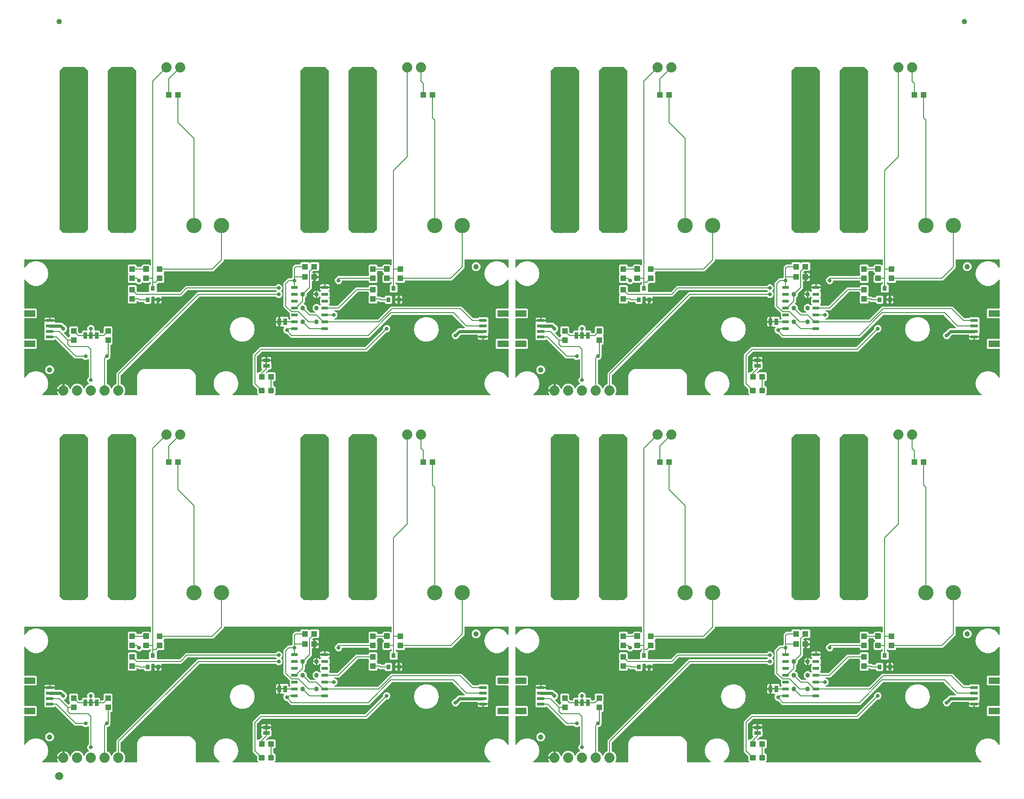
<source format=gtl>
G04 EAGLE Gerber RS-274X export*
G75*
%MOMM*%
%FSLAX34Y34*%
%LPD*%
%INTop Copper*%
%IPPOS*%
%AMOC8*
5,1,8,0,0,1.08239X$1,22.5*%
G01*
%ADD10R,1.100000X1.000000*%
%ADD11C,0.300000*%
%ADD12C,1.000000*%
%ADD13C,1.879600*%
%ADD14R,2.000000X1.200000*%
%ADD15R,1.350000X0.600000*%
%ADD16C,0.863600*%
%ADD17R,1.270000X0.660400*%
%ADD18R,0.660400X1.270000*%
%ADD19R,0.800000X0.900000*%
%ADD20R,1.000000X1.100000*%
%ADD21R,1.200000X0.600000*%
%ADD22C,2.819400*%
%ADD23C,2.800000*%
%ADD24C,1.500000*%
%ADD25C,0.736600*%
%ADD26C,0.203200*%
%ADD27C,0.609600*%
%ADD28C,0.177800*%

G36*
X211405Y4073D02*
X211405Y4073D01*
X211463Y4071D01*
X211545Y4093D01*
X211629Y4105D01*
X211682Y4128D01*
X211738Y4143D01*
X211811Y4186D01*
X211888Y4221D01*
X211933Y4259D01*
X211983Y4288D01*
X212041Y4350D01*
X212105Y4404D01*
X212137Y4453D01*
X212177Y4496D01*
X212216Y4571D01*
X212263Y4641D01*
X212280Y4697D01*
X212307Y4749D01*
X212318Y4817D01*
X212348Y4912D01*
X212351Y5012D01*
X212362Y5080D01*
X212362Y40872D01*
X214484Y45995D01*
X218405Y49916D01*
X223528Y52038D01*
X309072Y52038D01*
X314195Y49916D01*
X318116Y45995D01*
X320238Y40872D01*
X320238Y5080D01*
X320246Y5022D01*
X320244Y4964D01*
X320266Y4882D01*
X320278Y4798D01*
X320301Y4745D01*
X320316Y4689D01*
X320359Y4616D01*
X320394Y4539D01*
X320432Y4494D01*
X320461Y4444D01*
X320523Y4386D01*
X320577Y4322D01*
X320626Y4290D01*
X320669Y4250D01*
X320744Y4211D01*
X320814Y4164D01*
X320870Y4147D01*
X320922Y4120D01*
X320990Y4109D01*
X321085Y4079D01*
X321185Y4076D01*
X321253Y4065D01*
X363767Y4065D01*
X363840Y4075D01*
X363914Y4075D01*
X363980Y4095D01*
X364049Y4105D01*
X364116Y4135D01*
X364186Y4155D01*
X364245Y4192D01*
X364308Y4221D01*
X364364Y4268D01*
X364426Y4308D01*
X364472Y4360D01*
X364525Y4404D01*
X364566Y4466D01*
X364615Y4521D01*
X364644Y4583D01*
X364683Y4641D01*
X364705Y4711D01*
X364736Y4778D01*
X364748Y4846D01*
X364768Y4912D01*
X364770Y4986D01*
X364782Y5058D01*
X364774Y5127D01*
X364776Y5196D01*
X364757Y5267D01*
X364748Y5341D01*
X364721Y5404D01*
X364704Y5471D01*
X364666Y5535D01*
X364638Y5602D01*
X364599Y5647D01*
X364559Y5716D01*
X364469Y5800D01*
X364420Y5858D01*
X358715Y10644D01*
X354729Y17549D01*
X353345Y25400D01*
X354729Y33251D01*
X358715Y40155D01*
X364822Y45280D01*
X372314Y48007D01*
X380286Y48007D01*
X387778Y45280D01*
X393885Y40156D01*
X397871Y33251D01*
X399255Y25400D01*
X397871Y17549D01*
X393885Y10645D01*
X388180Y5858D01*
X388131Y5803D01*
X388075Y5755D01*
X388036Y5698D01*
X387990Y5646D01*
X387958Y5580D01*
X387917Y5519D01*
X387896Y5453D01*
X387866Y5390D01*
X387854Y5318D01*
X387832Y5248D01*
X387830Y5179D01*
X387818Y5110D01*
X387826Y5037D01*
X387824Y4964D01*
X387842Y4897D01*
X387849Y4828D01*
X387877Y4760D01*
X387896Y4689D01*
X387931Y4629D01*
X387958Y4565D01*
X388004Y4507D01*
X388041Y4444D01*
X388092Y4397D01*
X388135Y4343D01*
X388195Y4300D01*
X388249Y4250D01*
X388310Y4218D01*
X388367Y4178D01*
X388436Y4154D01*
X388502Y4120D01*
X388560Y4110D01*
X388635Y4084D01*
X388757Y4077D01*
X388833Y4065D01*
X434831Y4065D01*
X434860Y4069D01*
X434890Y4066D01*
X435001Y4089D01*
X435113Y4105D01*
X435140Y4117D01*
X435168Y4122D01*
X435269Y4175D01*
X435372Y4221D01*
X435395Y4240D01*
X435421Y4253D01*
X435503Y4331D01*
X435589Y4404D01*
X435606Y4429D01*
X435627Y4449D01*
X435684Y4547D01*
X435747Y4641D01*
X435756Y4669D01*
X435771Y4694D01*
X435798Y4804D01*
X435833Y4912D01*
X435833Y4942D01*
X435841Y4970D01*
X435837Y5083D01*
X435840Y5196D01*
X435833Y5225D01*
X435832Y5254D01*
X435797Y5362D01*
X435768Y5471D01*
X435753Y5497D01*
X435744Y5525D01*
X435699Y5588D01*
X435623Y5716D01*
X435577Y5759D01*
X435549Y5798D01*
X434031Y7316D01*
X434031Y14580D01*
X434019Y14666D01*
X434016Y14754D01*
X433999Y14807D01*
X433991Y14861D01*
X433956Y14941D01*
X433929Y15024D01*
X433901Y15064D01*
X433875Y15121D01*
X433779Y15234D01*
X433734Y15298D01*
X425315Y23716D01*
X425315Y79154D01*
X439126Y92965D01*
X632896Y92965D01*
X632982Y92977D01*
X633070Y92980D01*
X633122Y92997D01*
X633177Y93005D01*
X633257Y93040D01*
X633340Y93067D01*
X633380Y93095D01*
X633437Y93121D01*
X633550Y93217D01*
X633614Y93262D01*
X666071Y125719D01*
X666123Y125789D01*
X666183Y125853D01*
X666209Y125902D01*
X666242Y125946D01*
X666273Y126028D01*
X666313Y126106D01*
X666321Y126154D01*
X666343Y126212D01*
X666355Y126360D01*
X666368Y126437D01*
X666368Y128339D01*
X667393Y130813D01*
X669287Y132707D01*
X671761Y133732D01*
X674439Y133732D01*
X676913Y132707D01*
X678807Y130813D01*
X679832Y128339D01*
X679832Y125661D01*
X678807Y123187D01*
X676913Y121293D01*
X674439Y120268D01*
X672537Y120268D01*
X672451Y120256D01*
X672363Y120253D01*
X672310Y120236D01*
X672256Y120228D01*
X672176Y120193D01*
X672093Y120166D01*
X672053Y120138D01*
X671996Y120112D01*
X671883Y120016D01*
X671819Y119971D01*
X639362Y87514D01*
X636684Y84835D01*
X442914Y84835D01*
X442828Y84823D01*
X442740Y84820D01*
X442688Y84803D01*
X442633Y84795D01*
X442553Y84760D01*
X442470Y84733D01*
X442430Y84705D01*
X442373Y84679D01*
X442260Y84583D01*
X442196Y84538D01*
X433742Y76084D01*
X433690Y76014D01*
X433630Y75950D01*
X433604Y75901D01*
X433571Y75856D01*
X433540Y75775D01*
X433500Y75697D01*
X433492Y75649D01*
X433470Y75591D01*
X433458Y75443D01*
X433445Y75366D01*
X433445Y46457D01*
X433449Y46428D01*
X433446Y46399D01*
X433469Y46288D01*
X433485Y46176D01*
X433497Y46149D01*
X433502Y46120D01*
X433555Y46020D01*
X433601Y45916D01*
X433620Y45894D01*
X433633Y45868D01*
X433711Y45786D01*
X433784Y45699D01*
X433809Y45683D01*
X433829Y45662D01*
X433927Y45605D01*
X434021Y45542D01*
X434049Y45533D01*
X434074Y45518D01*
X434184Y45490D01*
X434292Y45456D01*
X434322Y45455D01*
X434350Y45448D01*
X434463Y45452D01*
X434576Y45449D01*
X434605Y45456D01*
X434634Y45457D01*
X434742Y45492D01*
X434851Y45521D01*
X434877Y45535D01*
X434905Y45545D01*
X434969Y45590D01*
X435096Y45666D01*
X435139Y45711D01*
X435178Y45739D01*
X435587Y46149D01*
X437490Y46149D01*
X437576Y46161D01*
X437664Y46164D01*
X437716Y46181D01*
X437771Y46189D01*
X437851Y46224D01*
X437934Y46251D01*
X437974Y46279D01*
X438031Y46305D01*
X438144Y46401D01*
X438208Y46446D01*
X442753Y50991D01*
X442788Y51038D01*
X442830Y51078D01*
X442873Y51151D01*
X442924Y51218D01*
X442944Y51273D01*
X442974Y51323D01*
X442995Y51405D01*
X443025Y51484D01*
X443030Y51542D01*
X443044Y51599D01*
X443041Y51683D01*
X443048Y51767D01*
X443037Y51824D01*
X443035Y51883D01*
X443009Y51963D01*
X442992Y52046D01*
X442966Y52098D01*
X442948Y52153D01*
X442907Y52210D01*
X442861Y52298D01*
X442793Y52371D01*
X442753Y52427D01*
X441451Y53728D01*
X441451Y62858D01*
X441906Y63312D01*
X441947Y63367D01*
X441996Y63415D01*
X442005Y63432D01*
X442006Y63434D01*
X442032Y63480D01*
X442076Y63539D01*
X442101Y63604D01*
X442135Y63664D01*
X442139Y63681D01*
X442140Y63683D01*
X442146Y63712D01*
X442151Y63736D01*
X442178Y63805D01*
X442183Y63874D01*
X442199Y63940D01*
X442198Y63957D01*
X442199Y63961D01*
X442197Y63988D01*
X442195Y64014D01*
X442201Y64088D01*
X442188Y64156D01*
X442184Y64224D01*
X442170Y64262D01*
X442167Y64295D01*
X441959Y65070D01*
X441959Y67057D01*
X449517Y67057D01*
X449517Y61659D01*
X449529Y61640D01*
X449533Y61617D01*
X449548Y61610D01*
X449554Y61601D01*
X449564Y61603D01*
X449580Y61596D01*
X452120Y61596D01*
X452139Y61608D01*
X452161Y61611D01*
X452168Y61627D01*
X452177Y61633D01*
X452176Y61643D01*
X452183Y61659D01*
X452183Y67057D01*
X459741Y67057D01*
X459741Y65070D01*
X459533Y64295D01*
X459532Y64290D01*
X459528Y64281D01*
X459521Y64210D01*
X459503Y64140D01*
X459505Y64069D01*
X459504Y64058D01*
X459499Y64013D01*
X459499Y64011D01*
X459498Y63998D01*
X459510Y63928D01*
X459512Y63856D01*
X459534Y63788D01*
X459546Y63718D01*
X459577Y63654D01*
X459600Y63585D01*
X459635Y63536D01*
X459670Y63462D01*
X459750Y63374D01*
X459794Y63312D01*
X460249Y62858D01*
X460249Y53728D01*
X458463Y51942D01*
X455621Y51942D01*
X455535Y51930D01*
X455447Y51927D01*
X455395Y51910D01*
X455340Y51902D01*
X455260Y51867D01*
X455177Y51840D01*
X455137Y51812D01*
X455080Y51786D01*
X454967Y51690D01*
X454903Y51645D01*
X452236Y48978D01*
X449978Y46719D01*
X449943Y46673D01*
X449900Y46632D01*
X449858Y46560D01*
X449807Y46492D01*
X449786Y46438D01*
X449757Y46387D01*
X449736Y46305D01*
X449706Y46227D01*
X449701Y46168D01*
X449686Y46112D01*
X449689Y46027D01*
X449682Y45943D01*
X449694Y45886D01*
X449696Y45827D01*
X449722Y45747D01*
X449738Y45665D01*
X449765Y45613D01*
X449783Y45557D01*
X449823Y45501D01*
X449869Y45412D01*
X449938Y45340D01*
X449978Y45284D01*
X450132Y45129D01*
X450179Y45094D01*
X450219Y45052D01*
X450292Y45009D01*
X450359Y44958D01*
X450414Y44938D01*
X450464Y44908D01*
X450546Y44887D01*
X450625Y44857D01*
X450683Y44852D01*
X450740Y44838D01*
X450824Y44841D01*
X450908Y44834D01*
X450966Y44845D01*
X451024Y44847D01*
X451104Y44873D01*
X451187Y44890D01*
X451239Y44917D01*
X451295Y44935D01*
X451351Y44975D01*
X451439Y45021D01*
X451512Y45089D01*
X451568Y45129D01*
X452587Y46149D01*
X466113Y46149D01*
X467899Y44363D01*
X467899Y31837D01*
X466113Y30051D01*
X464700Y30051D01*
X464642Y30043D01*
X464584Y30045D01*
X464502Y30023D01*
X464418Y30011D01*
X464365Y29988D01*
X464309Y29973D01*
X464236Y29930D01*
X464159Y29895D01*
X464114Y29857D01*
X464064Y29828D01*
X464006Y29766D01*
X463942Y29712D01*
X463910Y29663D01*
X463870Y29620D01*
X463831Y29545D01*
X463784Y29475D01*
X463767Y29419D01*
X463740Y29367D01*
X463729Y29299D01*
X463699Y29204D01*
X463696Y29104D01*
X463685Y29036D01*
X463685Y21764D01*
X463693Y21706D01*
X463691Y21648D01*
X463713Y21566D01*
X463725Y21482D01*
X463748Y21429D01*
X463763Y21373D01*
X463806Y21300D01*
X463841Y21223D01*
X463879Y21178D01*
X463908Y21128D01*
X463970Y21070D01*
X464024Y21006D01*
X464073Y20974D01*
X464116Y20934D01*
X464191Y20895D01*
X464261Y20848D01*
X464317Y20831D01*
X464369Y20804D01*
X464437Y20793D01*
X464532Y20763D01*
X464632Y20760D01*
X464700Y20749D01*
X465004Y20749D01*
X467669Y18084D01*
X467669Y7316D01*
X466151Y5798D01*
X466133Y5774D01*
X466111Y5755D01*
X466048Y5661D01*
X465980Y5571D01*
X465969Y5543D01*
X465953Y5519D01*
X465919Y5411D01*
X465879Y5305D01*
X465876Y5276D01*
X465867Y5248D01*
X465864Y5134D01*
X465855Y5022D01*
X465861Y4993D01*
X465860Y4964D01*
X465889Y4854D01*
X465911Y4743D01*
X465924Y4717D01*
X465932Y4689D01*
X465990Y4591D01*
X466042Y4491D01*
X466062Y4469D01*
X466077Y4444D01*
X466160Y4367D01*
X466238Y4285D01*
X466263Y4270D01*
X466284Y4250D01*
X466385Y4198D01*
X466483Y4141D01*
X466511Y4134D01*
X466538Y4120D01*
X466615Y4107D01*
X466758Y4071D01*
X466821Y4073D01*
X466869Y4065D01*
X863767Y4065D01*
X863840Y4075D01*
X863914Y4075D01*
X863980Y4095D01*
X864049Y4105D01*
X864116Y4135D01*
X864186Y4155D01*
X864245Y4192D01*
X864308Y4221D01*
X864364Y4268D01*
X864426Y4308D01*
X864472Y4360D01*
X864525Y4404D01*
X864566Y4466D01*
X864615Y4521D01*
X864644Y4583D01*
X864683Y4641D01*
X864705Y4711D01*
X864736Y4778D01*
X864748Y4846D01*
X864768Y4912D01*
X864770Y4986D01*
X864782Y5058D01*
X864774Y5127D01*
X864776Y5196D01*
X864757Y5267D01*
X864748Y5341D01*
X864721Y5404D01*
X864704Y5471D01*
X864666Y5535D01*
X864638Y5602D01*
X864599Y5647D01*
X864559Y5716D01*
X864469Y5800D01*
X864420Y5858D01*
X858715Y10644D01*
X854729Y17549D01*
X853345Y25400D01*
X854729Y33251D01*
X858715Y40155D01*
X864822Y45280D01*
X872314Y48007D01*
X880286Y48007D01*
X887778Y45280D01*
X893885Y40156D01*
X895741Y36941D01*
X895753Y36926D01*
X895761Y36908D01*
X895840Y36814D01*
X895916Y36717D01*
X895932Y36706D01*
X895945Y36691D01*
X896047Y36622D01*
X896146Y36551D01*
X896165Y36544D01*
X896181Y36533D01*
X896299Y36496D01*
X896414Y36454D01*
X896434Y36453D01*
X896452Y36447D01*
X896575Y36444D01*
X896698Y36436D01*
X896717Y36441D01*
X896736Y36440D01*
X896855Y36471D01*
X896975Y36498D01*
X896993Y36507D01*
X897011Y36512D01*
X897117Y36574D01*
X897225Y36633D01*
X897239Y36647D01*
X897256Y36657D01*
X897340Y36747D01*
X897427Y36833D01*
X897437Y36850D01*
X897450Y36864D01*
X897506Y36974D01*
X897566Y37081D01*
X897571Y37100D01*
X897580Y37118D01*
X897592Y37190D01*
X897631Y37358D01*
X897629Y37409D01*
X897635Y37449D01*
X897635Y88936D01*
X897627Y88994D01*
X897629Y89052D01*
X897607Y89134D01*
X897595Y89218D01*
X897572Y89271D01*
X897557Y89327D01*
X897514Y89400D01*
X897479Y89477D01*
X897441Y89522D01*
X897412Y89572D01*
X897350Y89630D01*
X897296Y89694D01*
X897247Y89726D01*
X897204Y89766D01*
X897129Y89805D01*
X897059Y89852D01*
X897003Y89869D01*
X896951Y89896D01*
X896883Y89907D01*
X896788Y89937D01*
X896688Y89940D01*
X896620Y89951D01*
X876387Y89951D01*
X874601Y91737D01*
X874601Y106263D01*
X876387Y108049D01*
X896620Y108049D01*
X896678Y108057D01*
X896736Y108055D01*
X896818Y108077D01*
X896902Y108089D01*
X896955Y108112D01*
X897011Y108127D01*
X897084Y108170D01*
X897161Y108205D01*
X897206Y108243D01*
X897256Y108272D01*
X897314Y108334D01*
X897378Y108388D01*
X897410Y108437D01*
X897450Y108480D01*
X897489Y108555D01*
X897536Y108625D01*
X897553Y108681D01*
X897580Y108733D01*
X897591Y108801D01*
X897621Y108896D01*
X897624Y108996D01*
X897635Y109064D01*
X897635Y144936D01*
X897627Y144994D01*
X897629Y145052D01*
X897607Y145134D01*
X897595Y145218D01*
X897572Y145271D01*
X897557Y145327D01*
X897514Y145400D01*
X897479Y145477D01*
X897441Y145522D01*
X897412Y145572D01*
X897350Y145630D01*
X897296Y145694D01*
X897247Y145726D01*
X897204Y145766D01*
X897129Y145805D01*
X897059Y145852D01*
X897003Y145869D01*
X896951Y145896D01*
X896883Y145907D01*
X896788Y145937D01*
X896688Y145940D01*
X896620Y145951D01*
X876387Y145951D01*
X874601Y147737D01*
X874601Y162263D01*
X876387Y164049D01*
X896620Y164049D01*
X896678Y164057D01*
X896736Y164055D01*
X896818Y164077D01*
X896902Y164089D01*
X896955Y164112D01*
X897011Y164127D01*
X897084Y164170D01*
X897161Y164205D01*
X897206Y164243D01*
X897256Y164272D01*
X897314Y164334D01*
X897378Y164388D01*
X897410Y164437D01*
X897450Y164480D01*
X897489Y164555D01*
X897536Y164625D01*
X897553Y164681D01*
X897580Y164733D01*
X897591Y164801D01*
X897621Y164896D01*
X897624Y164996D01*
X897635Y165064D01*
X897635Y216551D01*
X897633Y216571D01*
X897635Y216590D01*
X897613Y216711D01*
X897595Y216833D01*
X897587Y216851D01*
X897584Y216870D01*
X897529Y216980D01*
X897479Y217092D01*
X897467Y217107D01*
X897458Y217125D01*
X897375Y217216D01*
X897296Y217309D01*
X897279Y217320D01*
X897266Y217335D01*
X897161Y217399D01*
X897059Y217467D01*
X897040Y217473D01*
X897024Y217483D01*
X896905Y217516D01*
X896788Y217553D01*
X896768Y217553D01*
X896749Y217558D01*
X896627Y217557D01*
X896504Y217560D01*
X896485Y217555D01*
X896465Y217555D01*
X896347Y217519D01*
X896229Y217488D01*
X896212Y217478D01*
X896193Y217472D01*
X896090Y217406D01*
X895984Y217343D01*
X895971Y217329D01*
X895954Y217318D01*
X895908Y217261D01*
X895790Y217136D01*
X895766Y217090D01*
X895741Y217059D01*
X893885Y213844D01*
X887778Y208720D01*
X880286Y205993D01*
X872314Y205993D01*
X864822Y208720D01*
X858715Y213844D01*
X854729Y220749D01*
X853345Y228600D01*
X854729Y236451D01*
X858715Y243355D01*
X864822Y248480D01*
X872314Y251207D01*
X880286Y251207D01*
X887778Y248480D01*
X893885Y243356D01*
X895741Y240141D01*
X895753Y240126D01*
X895761Y240108D01*
X895840Y240014D01*
X895916Y239917D01*
X895932Y239906D01*
X895945Y239891D01*
X896047Y239822D01*
X896146Y239751D01*
X896165Y239744D01*
X896181Y239733D01*
X896299Y239696D01*
X896414Y239654D01*
X896434Y239653D01*
X896452Y239647D01*
X896575Y239644D01*
X896698Y239636D01*
X896717Y239641D01*
X896736Y239640D01*
X896855Y239671D01*
X896975Y239698D01*
X896993Y239707D01*
X897011Y239712D01*
X897117Y239774D01*
X897225Y239833D01*
X897239Y239847D01*
X897256Y239857D01*
X897340Y239947D01*
X897427Y240033D01*
X897437Y240050D01*
X897450Y240064D01*
X897506Y240174D01*
X897566Y240281D01*
X897571Y240300D01*
X897580Y240318D01*
X897592Y240390D01*
X897631Y240558D01*
X897629Y240609D01*
X897635Y240649D01*
X897635Y254000D01*
X897627Y254058D01*
X897629Y254116D01*
X897607Y254198D01*
X897595Y254282D01*
X897572Y254335D01*
X897557Y254391D01*
X897514Y254464D01*
X897479Y254541D01*
X897441Y254586D01*
X897412Y254636D01*
X897350Y254694D01*
X897296Y254758D01*
X897247Y254790D01*
X897204Y254830D01*
X897129Y254869D01*
X897059Y254916D01*
X897003Y254933D01*
X896951Y254960D01*
X896883Y254971D01*
X896788Y255001D01*
X896688Y255004D01*
X896620Y255015D01*
X817880Y255015D01*
X817822Y255007D01*
X817764Y255009D01*
X817682Y254987D01*
X817598Y254975D01*
X817545Y254952D01*
X817489Y254937D01*
X817416Y254894D01*
X817339Y254859D01*
X817294Y254821D01*
X817244Y254792D01*
X817186Y254730D01*
X817122Y254676D01*
X817090Y254627D01*
X817050Y254584D01*
X817011Y254509D01*
X816964Y254439D01*
X816947Y254383D01*
X816920Y254331D01*
X816909Y254263D01*
X816879Y254168D01*
X816876Y254068D01*
X816865Y254000D01*
X816865Y239616D01*
X793284Y216035D01*
X707564Y216035D01*
X707506Y216027D01*
X707448Y216029D01*
X707366Y216007D01*
X707282Y215995D01*
X707229Y215972D01*
X707173Y215957D01*
X707100Y215914D01*
X707023Y215879D01*
X706978Y215841D01*
X706928Y215812D01*
X706870Y215750D01*
X706806Y215696D01*
X706774Y215647D01*
X706734Y215604D01*
X706695Y215529D01*
X706648Y215459D01*
X706631Y215403D01*
X706604Y215351D01*
X706593Y215283D01*
X706563Y215188D01*
X706560Y215088D01*
X706549Y215020D01*
X706549Y213337D01*
X704763Y211551D01*
X692237Y211551D01*
X691598Y212191D01*
X691574Y212208D01*
X691555Y212231D01*
X691461Y212293D01*
X691371Y212361D01*
X691343Y212372D01*
X691319Y212388D01*
X691211Y212422D01*
X691105Y212463D01*
X691076Y212465D01*
X691048Y212474D01*
X690934Y212477D01*
X690822Y212486D01*
X690793Y212481D01*
X690764Y212481D01*
X690654Y212453D01*
X690543Y212430D01*
X690517Y212417D01*
X690489Y212409D01*
X690391Y212352D01*
X690291Y212299D01*
X690269Y212279D01*
X690244Y212264D01*
X690167Y212182D01*
X690085Y212104D01*
X690070Y212078D01*
X690050Y212057D01*
X689998Y211956D01*
X689941Y211858D01*
X689934Y211830D01*
X689920Y211804D01*
X689907Y211726D01*
X689871Y211583D01*
X689873Y211520D01*
X689865Y211473D01*
X689865Y210064D01*
X689873Y210006D01*
X689871Y209948D01*
X689893Y209866D01*
X689905Y209782D01*
X689928Y209729D01*
X689943Y209673D01*
X689986Y209600D01*
X690021Y209523D01*
X690059Y209478D01*
X690088Y209428D01*
X690150Y209370D01*
X690204Y209306D01*
X690253Y209274D01*
X690296Y209234D01*
X690371Y209195D01*
X690441Y209148D01*
X690497Y209131D01*
X690549Y209104D01*
X690617Y209093D01*
X690712Y209063D01*
X690812Y209060D01*
X690880Y209049D01*
X691063Y209049D01*
X692849Y207263D01*
X692849Y195737D01*
X691063Y193951D01*
X680537Y193951D01*
X678751Y195737D01*
X678751Y207263D01*
X680537Y209049D01*
X680720Y209049D01*
X680778Y209057D01*
X680836Y209055D01*
X680918Y209077D01*
X681002Y209089D01*
X681055Y209112D01*
X681111Y209127D01*
X681184Y209170D01*
X681261Y209205D01*
X681306Y209243D01*
X681356Y209272D01*
X681414Y209334D01*
X681478Y209388D01*
X681510Y209437D01*
X681550Y209480D01*
X681589Y209555D01*
X681636Y209625D01*
X681653Y209681D01*
X681680Y209733D01*
X681691Y209801D01*
X681721Y209896D01*
X681724Y209996D01*
X681735Y210064D01*
X681735Y212581D01*
X681731Y212610D01*
X681734Y212640D01*
X681711Y212751D01*
X681695Y212863D01*
X681683Y212890D01*
X681678Y212918D01*
X681625Y213019D01*
X681579Y213122D01*
X681560Y213145D01*
X681547Y213171D01*
X681469Y213253D01*
X681396Y213339D01*
X681371Y213356D01*
X681351Y213377D01*
X681253Y213434D01*
X681159Y213497D01*
X681131Y213506D01*
X681106Y213521D01*
X680996Y213548D01*
X680888Y213583D01*
X680858Y213583D01*
X680830Y213591D01*
X680717Y213587D01*
X680604Y213590D01*
X680575Y213583D01*
X680546Y213582D01*
X680438Y213547D01*
X680329Y213518D01*
X680303Y213503D01*
X680275Y213494D01*
X680212Y213449D01*
X680084Y213373D01*
X680041Y213327D01*
X680002Y213299D01*
X678484Y211781D01*
X667716Y211781D01*
X665051Y214446D01*
X665051Y225214D01*
X667719Y227882D01*
X667754Y227929D01*
X667797Y227969D01*
X667839Y228042D01*
X667890Y228109D01*
X667911Y228164D01*
X667941Y228214D01*
X667961Y228296D01*
X667991Y228375D01*
X667996Y228433D01*
X668011Y228490D01*
X668008Y228574D01*
X668015Y228658D01*
X668003Y228716D01*
X668002Y228774D01*
X667976Y228854D01*
X667959Y228937D01*
X667932Y228989D01*
X667914Y229045D01*
X667874Y229101D01*
X667828Y229189D01*
X667759Y229262D01*
X667719Y229318D01*
X665051Y231986D01*
X665051Y232290D01*
X665043Y232348D01*
X665045Y232406D01*
X665023Y232488D01*
X665011Y232572D01*
X664988Y232625D01*
X664973Y232681D01*
X664930Y232754D01*
X664895Y232831D01*
X664857Y232876D01*
X664828Y232926D01*
X664766Y232984D01*
X664712Y233048D01*
X664663Y233080D01*
X664620Y233120D01*
X664545Y233159D01*
X664475Y233206D01*
X664419Y233223D01*
X664367Y233250D01*
X664299Y233261D01*
X664204Y233291D01*
X664104Y233294D01*
X664036Y233305D01*
X656764Y233305D01*
X656706Y233297D01*
X656648Y233299D01*
X656566Y233277D01*
X656482Y233265D01*
X656429Y233242D01*
X656373Y233227D01*
X656300Y233184D01*
X656223Y233149D01*
X656178Y233111D01*
X656128Y233082D01*
X656070Y233020D01*
X656006Y232966D01*
X655974Y232917D01*
X655934Y232874D01*
X655895Y232799D01*
X655848Y232729D01*
X655831Y232673D01*
X655804Y232621D01*
X655793Y232553D01*
X655763Y232458D01*
X655760Y232358D01*
X655749Y232290D01*
X655749Y230337D01*
X654729Y229318D01*
X654694Y229271D01*
X654652Y229231D01*
X654609Y229158D01*
X654559Y229091D01*
X654538Y229036D01*
X654508Y228986D01*
X654487Y228904D01*
X654457Y228825D01*
X654452Y228767D01*
X654438Y228710D01*
X654441Y228626D01*
X654434Y228542D01*
X654445Y228484D01*
X654447Y228426D01*
X654473Y228346D01*
X654490Y228263D01*
X654517Y228211D01*
X654535Y228155D01*
X654575Y228099D01*
X654621Y228011D01*
X654689Y227938D01*
X654729Y227882D01*
X655749Y226863D01*
X655749Y213337D01*
X653963Y211551D01*
X641437Y211551D01*
X639651Y213337D01*
X639651Y215147D01*
X639643Y215205D01*
X639645Y215263D01*
X639623Y215345D01*
X639611Y215429D01*
X639588Y215482D01*
X639573Y215538D01*
X639530Y215611D01*
X639495Y215688D01*
X639457Y215733D01*
X639428Y215783D01*
X639366Y215841D01*
X639312Y215905D01*
X639263Y215937D01*
X639220Y215977D01*
X639145Y216016D01*
X639075Y216063D01*
X639019Y216080D01*
X638967Y216107D01*
X638899Y216118D01*
X638804Y216148D01*
X638704Y216151D01*
X638636Y216162D01*
X591947Y216162D01*
X591889Y216154D01*
X591831Y216156D01*
X591749Y216134D01*
X591665Y216122D01*
X591612Y216099D01*
X591556Y216084D01*
X591483Y216041D01*
X591406Y216006D01*
X591361Y215968D01*
X591311Y215939D01*
X591253Y215877D01*
X591189Y215823D01*
X591157Y215774D01*
X591117Y215731D01*
X591078Y215656D01*
X591031Y215586D01*
X591014Y215530D01*
X590987Y215478D01*
X590976Y215410D01*
X590946Y215315D01*
X590943Y215215D01*
X590932Y215147D01*
X590932Y214561D01*
X589907Y212087D01*
X588013Y210193D01*
X585539Y209168D01*
X582861Y209168D01*
X580387Y210193D01*
X578493Y212087D01*
X577468Y214561D01*
X577468Y217239D01*
X578493Y219713D01*
X580387Y221607D01*
X580441Y221629D01*
X580468Y221645D01*
X580497Y221655D01*
X580561Y221700D01*
X580686Y221774D01*
X580731Y221821D01*
X580771Y221850D01*
X582866Y223945D01*
X582959Y224038D01*
X638636Y224038D01*
X638694Y224046D01*
X638752Y224044D01*
X638834Y224066D01*
X638918Y224078D01*
X638971Y224101D01*
X639027Y224116D01*
X639100Y224159D01*
X639177Y224194D01*
X639222Y224232D01*
X639272Y224261D01*
X639330Y224323D01*
X639394Y224377D01*
X639426Y224426D01*
X639466Y224469D01*
X639505Y224544D01*
X639552Y224614D01*
X639569Y224670D01*
X639596Y224722D01*
X639607Y224790D01*
X639637Y224885D01*
X639640Y224985D01*
X639651Y225053D01*
X639651Y226863D01*
X640671Y227882D01*
X640706Y227929D01*
X640748Y227969D01*
X640791Y228042D01*
X640841Y228109D01*
X640862Y228164D01*
X640892Y228214D01*
X640913Y228296D01*
X640943Y228375D01*
X640948Y228433D01*
X640962Y228490D01*
X640959Y228574D01*
X640966Y228658D01*
X640955Y228716D01*
X640953Y228774D01*
X640927Y228854D01*
X640910Y228937D01*
X640883Y228989D01*
X640865Y229045D01*
X640825Y229101D01*
X640779Y229189D01*
X640711Y229262D01*
X640671Y229318D01*
X639651Y230337D01*
X639651Y243863D01*
X641437Y245649D01*
X653963Y245649D01*
X655749Y243863D01*
X655749Y242450D01*
X655757Y242392D01*
X655755Y242334D01*
X655777Y242252D01*
X655789Y242168D01*
X655812Y242115D01*
X655827Y242059D01*
X655870Y241986D01*
X655905Y241909D01*
X655943Y241864D01*
X655972Y241814D01*
X656034Y241756D01*
X656088Y241692D01*
X656137Y241660D01*
X656180Y241620D01*
X656255Y241581D01*
X656325Y241534D01*
X656381Y241517D01*
X656433Y241490D01*
X656501Y241479D01*
X656596Y241449D01*
X656696Y241446D01*
X656764Y241435D01*
X664036Y241435D01*
X664094Y241443D01*
X664152Y241441D01*
X664234Y241463D01*
X664318Y241475D01*
X664371Y241498D01*
X664427Y241513D01*
X664500Y241556D01*
X664577Y241591D01*
X664622Y241629D01*
X664672Y241658D01*
X664730Y241720D01*
X664794Y241774D01*
X664826Y241823D01*
X664866Y241866D01*
X664905Y241941D01*
X664952Y242011D01*
X664969Y242067D01*
X664996Y242119D01*
X665007Y242187D01*
X665037Y242282D01*
X665040Y242382D01*
X665051Y242450D01*
X665051Y242754D01*
X667716Y245419D01*
X678484Y245419D01*
X680002Y243901D01*
X680026Y243883D01*
X680045Y243861D01*
X680139Y243798D01*
X680229Y243730D01*
X680257Y243719D01*
X680281Y243703D01*
X680389Y243669D01*
X680495Y243629D01*
X680524Y243626D01*
X680552Y243617D01*
X680666Y243614D01*
X680778Y243605D01*
X680807Y243611D01*
X680836Y243610D01*
X680946Y243639D01*
X681057Y243661D01*
X681083Y243674D01*
X681111Y243682D01*
X681209Y243740D01*
X681309Y243792D01*
X681331Y243812D01*
X681356Y243827D01*
X681433Y243910D01*
X681515Y243988D01*
X681530Y244013D01*
X681550Y244034D01*
X681602Y244135D01*
X681659Y244233D01*
X681666Y244261D01*
X681680Y244288D01*
X681693Y244365D01*
X681729Y244508D01*
X681727Y244571D01*
X681735Y244619D01*
X681735Y254000D01*
X681727Y254058D01*
X681729Y254116D01*
X681707Y254198D01*
X681695Y254282D01*
X681672Y254335D01*
X681657Y254391D01*
X681614Y254464D01*
X681579Y254541D01*
X681541Y254586D01*
X681512Y254636D01*
X681450Y254694D01*
X681396Y254758D01*
X681347Y254790D01*
X681304Y254830D01*
X681229Y254869D01*
X681159Y254916D01*
X681103Y254933D01*
X681051Y254960D01*
X680983Y254971D01*
X680888Y255001D01*
X680788Y255004D01*
X680720Y255015D01*
X373380Y255015D01*
X373322Y255007D01*
X373264Y255009D01*
X373182Y254987D01*
X373098Y254975D01*
X373045Y254952D01*
X372989Y254937D01*
X372916Y254894D01*
X372839Y254859D01*
X372794Y254821D01*
X372744Y254792D01*
X372686Y254730D01*
X372622Y254676D01*
X372590Y254627D01*
X372550Y254584D01*
X372511Y254509D01*
X372464Y254439D01*
X372447Y254383D01*
X372420Y254331D01*
X372409Y254263D01*
X372379Y254168D01*
X372376Y254068D01*
X372365Y254000D01*
X372365Y252316D01*
X353084Y233035D01*
X263064Y233035D01*
X263006Y233027D01*
X262948Y233029D01*
X262866Y233007D01*
X262782Y232995D01*
X262729Y232972D01*
X262673Y232957D01*
X262600Y232914D01*
X262523Y232879D01*
X262478Y232841D01*
X262428Y232812D01*
X262370Y232750D01*
X262306Y232696D01*
X262274Y232647D01*
X262234Y232604D01*
X262195Y232529D01*
X262148Y232459D01*
X262131Y232403D01*
X262104Y232351D01*
X262093Y232283D01*
X262063Y232188D01*
X262060Y232088D01*
X262049Y232020D01*
X262049Y230337D01*
X261029Y229318D01*
X260994Y229271D01*
X260952Y229231D01*
X260909Y229158D01*
X260859Y229091D01*
X260838Y229036D01*
X260808Y228986D01*
X260787Y228904D01*
X260757Y228825D01*
X260752Y228767D01*
X260738Y228710D01*
X260741Y228626D01*
X260734Y228542D01*
X260745Y228484D01*
X260747Y228426D01*
X260773Y228346D01*
X260790Y228263D01*
X260817Y228211D01*
X260835Y228155D01*
X260875Y228099D01*
X260921Y228011D01*
X260989Y227938D01*
X261029Y227882D01*
X262049Y226863D01*
X262049Y213337D01*
X260263Y211551D01*
X251620Y211551D01*
X251534Y211539D01*
X251446Y211536D01*
X251394Y211519D01*
X251339Y211511D01*
X251259Y211476D01*
X251176Y211449D01*
X251136Y211421D01*
X251079Y211395D01*
X250966Y211299D01*
X250902Y211254D01*
X250352Y210704D01*
X248348Y208699D01*
X248313Y208653D01*
X248270Y208612D01*
X248228Y208540D01*
X248177Y208472D01*
X248156Y208418D01*
X248127Y208367D01*
X248106Y208285D01*
X248076Y208207D01*
X248071Y208148D01*
X248056Y208092D01*
X248059Y208007D01*
X248052Y207923D01*
X248064Y207866D01*
X248066Y207807D01*
X248091Y207727D01*
X248108Y207645D01*
X248135Y207593D01*
X248153Y207537D01*
X248193Y207481D01*
X248239Y207392D01*
X248308Y207320D01*
X248348Y207264D01*
X248349Y207263D01*
X248349Y195453D01*
X248357Y195395D01*
X248355Y195337D01*
X248377Y195255D01*
X248389Y195171D01*
X248412Y195118D01*
X248427Y195062D01*
X248470Y194989D01*
X248505Y194912D01*
X248543Y194867D01*
X248572Y194817D01*
X248634Y194759D01*
X248688Y194695D01*
X248737Y194663D01*
X248780Y194623D01*
X248855Y194584D01*
X248925Y194537D01*
X248981Y194520D01*
X249033Y194493D01*
X249101Y194482D01*
X249196Y194452D01*
X249296Y194449D01*
X249364Y194438D01*
X290218Y194438D01*
X290305Y194450D01*
X290392Y194453D01*
X290445Y194470D01*
X290500Y194478D01*
X290580Y194513D01*
X290663Y194540D01*
X290702Y194568D01*
X290759Y194594D01*
X290873Y194690D01*
X290936Y194735D01*
X302069Y205868D01*
X467697Y205868D01*
X467784Y205880D01*
X467871Y205883D01*
X467924Y205900D01*
X467979Y205908D01*
X468058Y205943D01*
X468142Y205970D01*
X468181Y205998D01*
X468238Y206024D01*
X468351Y206120D01*
X468415Y206165D01*
X469887Y207637D01*
X472361Y208662D01*
X475039Y208662D01*
X477513Y207637D01*
X479407Y205743D01*
X480432Y203269D01*
X480432Y200591D01*
X479407Y198117D01*
X478223Y196933D01*
X478188Y196886D01*
X478145Y196846D01*
X478103Y196773D01*
X478052Y196706D01*
X478031Y196651D01*
X478002Y196601D01*
X477981Y196519D01*
X477951Y196440D01*
X477946Y196382D01*
X477932Y196325D01*
X477934Y196241D01*
X477927Y196157D01*
X477939Y196099D01*
X477941Y196041D01*
X477967Y195961D01*
X477983Y195878D01*
X478010Y195826D01*
X478028Y195770D01*
X478068Y195714D01*
X478114Y195626D01*
X478183Y195553D01*
X478223Y195497D01*
X479407Y194313D01*
X480432Y191839D01*
X480432Y189161D01*
X479407Y186687D01*
X477513Y184793D01*
X475039Y183768D01*
X472361Y183768D01*
X469887Y184793D01*
X468542Y186138D01*
X468472Y186190D01*
X468408Y186250D01*
X468359Y186276D01*
X468315Y186309D01*
X468233Y186340D01*
X468155Y186380D01*
X468108Y186388D01*
X468049Y186410D01*
X467901Y186422D01*
X467824Y186435D01*
X327704Y186435D01*
X327618Y186423D01*
X327530Y186420D01*
X327477Y186403D01*
X327423Y186395D01*
X327343Y186360D01*
X327260Y186333D01*
X327220Y186305D01*
X327163Y186279D01*
X327050Y186183D01*
X326986Y186138D01*
X182162Y41314D01*
X182150Y41298D01*
X182140Y41289D01*
X182111Y41246D01*
X182110Y41244D01*
X182050Y41180D01*
X182024Y41131D01*
X181991Y41087D01*
X181960Y41005D01*
X181920Y40927D01*
X181912Y40879D01*
X181890Y40821D01*
X181878Y40673D01*
X181865Y40596D01*
X181865Y25167D01*
X181865Y25165D01*
X181865Y25164D01*
X181885Y25024D01*
X181905Y24885D01*
X181905Y24884D01*
X181905Y24882D01*
X181962Y24757D01*
X182021Y24626D01*
X182022Y24625D01*
X182023Y24623D01*
X182114Y24516D01*
X182204Y24409D01*
X182206Y24408D01*
X182207Y24407D01*
X182220Y24399D01*
X182441Y24251D01*
X182470Y24242D01*
X182491Y24229D01*
X184851Y23252D01*
X188352Y19751D01*
X190247Y15176D01*
X190247Y10224D01*
X188277Y5469D01*
X188248Y5357D01*
X188214Y5248D01*
X188213Y5220D01*
X188206Y5193D01*
X188209Y5079D01*
X188206Y4964D01*
X188213Y4937D01*
X188214Y4909D01*
X188249Y4800D01*
X188278Y4689D01*
X188292Y4665D01*
X188301Y4638D01*
X188365Y4543D01*
X188423Y4444D01*
X188444Y4425D01*
X188459Y4402D01*
X188547Y4328D01*
X188631Y4250D01*
X188655Y4237D01*
X188677Y4219D01*
X188781Y4173D01*
X188884Y4120D01*
X188908Y4116D01*
X188936Y4104D01*
X189200Y4067D01*
X189215Y4065D01*
X211347Y4065D01*
X211405Y4073D01*
G37*
G36*
X211405Y682253D02*
X211405Y682253D01*
X211463Y682251D01*
X211545Y682273D01*
X211629Y682285D01*
X211682Y682308D01*
X211738Y682323D01*
X211811Y682366D01*
X211888Y682401D01*
X211933Y682439D01*
X211983Y682468D01*
X212041Y682530D01*
X212105Y682584D01*
X212137Y682633D01*
X212177Y682676D01*
X212216Y682751D01*
X212263Y682821D01*
X212280Y682877D01*
X212307Y682929D01*
X212318Y682997D01*
X212348Y683092D01*
X212351Y683192D01*
X212362Y683260D01*
X212362Y719052D01*
X214484Y724175D01*
X218405Y728096D01*
X223528Y730218D01*
X309072Y730218D01*
X314195Y728096D01*
X318116Y724175D01*
X320238Y719052D01*
X320238Y683260D01*
X320246Y683202D01*
X320244Y683144D01*
X320266Y683062D01*
X320278Y682978D01*
X320301Y682925D01*
X320316Y682869D01*
X320359Y682796D01*
X320394Y682719D01*
X320432Y682674D01*
X320461Y682624D01*
X320523Y682566D01*
X320577Y682502D01*
X320626Y682470D01*
X320669Y682430D01*
X320744Y682391D01*
X320814Y682344D01*
X320870Y682327D01*
X320922Y682300D01*
X320990Y682289D01*
X321085Y682259D01*
X321185Y682256D01*
X321253Y682245D01*
X363767Y682245D01*
X363840Y682255D01*
X363914Y682255D01*
X363980Y682275D01*
X364049Y682285D01*
X364116Y682315D01*
X364186Y682335D01*
X364245Y682372D01*
X364308Y682401D01*
X364364Y682448D01*
X364426Y682488D01*
X364472Y682540D01*
X364525Y682584D01*
X364566Y682646D01*
X364615Y682701D01*
X364644Y682763D01*
X364683Y682821D01*
X364705Y682891D01*
X364736Y682958D01*
X364748Y683026D01*
X364768Y683092D01*
X364770Y683166D01*
X364782Y683238D01*
X364774Y683307D01*
X364776Y683376D01*
X364757Y683447D01*
X364748Y683521D01*
X364721Y683584D01*
X364704Y683651D01*
X364666Y683715D01*
X364638Y683782D01*
X364599Y683827D01*
X364559Y683896D01*
X364469Y683980D01*
X364420Y684038D01*
X358715Y688824D01*
X354729Y695729D01*
X353345Y703580D01*
X354729Y711431D01*
X358715Y718335D01*
X364822Y723460D01*
X372314Y726187D01*
X380286Y726187D01*
X387778Y723460D01*
X393885Y718336D01*
X397871Y711431D01*
X399255Y703580D01*
X397871Y695729D01*
X393885Y688825D01*
X388180Y684038D01*
X388131Y683983D01*
X388075Y683935D01*
X388036Y683878D01*
X387990Y683826D01*
X387958Y683760D01*
X387917Y683699D01*
X387896Y683633D01*
X387866Y683570D01*
X387854Y683498D01*
X387832Y683428D01*
X387830Y683359D01*
X387818Y683290D01*
X387826Y683217D01*
X387824Y683144D01*
X387842Y683077D01*
X387849Y683008D01*
X387877Y682940D01*
X387896Y682869D01*
X387931Y682809D01*
X387958Y682745D01*
X388004Y682687D01*
X388041Y682624D01*
X388092Y682577D01*
X388135Y682523D01*
X388195Y682480D01*
X388249Y682430D01*
X388310Y682398D01*
X388367Y682358D01*
X388436Y682334D01*
X388502Y682300D01*
X388560Y682290D01*
X388635Y682264D01*
X388757Y682257D01*
X388833Y682245D01*
X434831Y682245D01*
X434860Y682249D01*
X434890Y682246D01*
X435001Y682269D01*
X435113Y682285D01*
X435140Y682297D01*
X435168Y682302D01*
X435269Y682355D01*
X435372Y682401D01*
X435395Y682420D01*
X435421Y682433D01*
X435503Y682511D01*
X435589Y682584D01*
X435606Y682609D01*
X435627Y682629D01*
X435684Y682727D01*
X435747Y682821D01*
X435756Y682849D01*
X435771Y682874D01*
X435798Y682984D01*
X435833Y683092D01*
X435833Y683122D01*
X435841Y683150D01*
X435837Y683263D01*
X435840Y683376D01*
X435833Y683405D01*
X435832Y683434D01*
X435797Y683542D01*
X435768Y683651D01*
X435753Y683677D01*
X435744Y683705D01*
X435699Y683768D01*
X435623Y683896D01*
X435577Y683939D01*
X435549Y683978D01*
X434031Y685496D01*
X434031Y692760D01*
X434019Y692846D01*
X434016Y692934D01*
X433999Y692986D01*
X433991Y693041D01*
X433956Y693121D01*
X433929Y693204D01*
X433901Y693244D01*
X433875Y693301D01*
X433779Y693414D01*
X433734Y693478D01*
X425315Y701896D01*
X425315Y757334D01*
X439126Y771145D01*
X632896Y771145D01*
X632982Y771157D01*
X633070Y771160D01*
X633122Y771177D01*
X633177Y771185D01*
X633257Y771220D01*
X633340Y771247D01*
X633380Y771275D01*
X633437Y771301D01*
X633550Y771397D01*
X633614Y771442D01*
X666071Y803899D01*
X666123Y803969D01*
X666183Y804033D01*
X666209Y804082D01*
X666242Y804126D01*
X666273Y804208D01*
X666313Y804286D01*
X666321Y804334D01*
X666343Y804392D01*
X666355Y804540D01*
X666368Y804617D01*
X666368Y806519D01*
X667393Y808993D01*
X669287Y810887D01*
X671761Y811912D01*
X674439Y811912D01*
X676913Y810887D01*
X678807Y808993D01*
X679832Y806519D01*
X679832Y803841D01*
X678807Y801367D01*
X676913Y799473D01*
X674439Y798448D01*
X672537Y798448D01*
X672451Y798436D01*
X672363Y798433D01*
X672310Y798416D01*
X672256Y798408D01*
X672176Y798373D01*
X672093Y798346D01*
X672053Y798318D01*
X671996Y798292D01*
X671883Y798196D01*
X671819Y798151D01*
X639362Y765694D01*
X636684Y763015D01*
X442914Y763015D01*
X442828Y763003D01*
X442740Y763000D01*
X442688Y762983D01*
X442633Y762975D01*
X442553Y762940D01*
X442470Y762913D01*
X442430Y762885D01*
X442373Y762859D01*
X442260Y762763D01*
X442196Y762718D01*
X433742Y754264D01*
X433690Y754194D01*
X433630Y754130D01*
X433604Y754081D01*
X433571Y754036D01*
X433540Y753955D01*
X433500Y753877D01*
X433492Y753829D01*
X433470Y753771D01*
X433458Y753623D01*
X433445Y753546D01*
X433445Y724637D01*
X433449Y724608D01*
X433446Y724579D01*
X433469Y724468D01*
X433485Y724356D01*
X433497Y724329D01*
X433502Y724300D01*
X433555Y724200D01*
X433601Y724096D01*
X433620Y724074D01*
X433633Y724048D01*
X433711Y723966D01*
X433784Y723879D01*
X433809Y723863D01*
X433829Y723842D01*
X433927Y723785D01*
X434021Y723722D01*
X434049Y723713D01*
X434074Y723698D01*
X434184Y723670D01*
X434292Y723636D01*
X434322Y723635D01*
X434350Y723628D01*
X434463Y723632D01*
X434576Y723629D01*
X434605Y723636D01*
X434634Y723637D01*
X434742Y723672D01*
X434851Y723701D01*
X434877Y723715D01*
X434905Y723725D01*
X434969Y723770D01*
X435096Y723846D01*
X435139Y723891D01*
X435178Y723919D01*
X435587Y724329D01*
X437490Y724329D01*
X437576Y724341D01*
X437664Y724344D01*
X437716Y724361D01*
X437771Y724369D01*
X437851Y724404D01*
X437934Y724431D01*
X437974Y724459D01*
X438031Y724485D01*
X438144Y724581D01*
X438208Y724626D01*
X442753Y729171D01*
X442788Y729218D01*
X442830Y729258D01*
X442873Y729331D01*
X442924Y729398D01*
X442944Y729453D01*
X442974Y729503D01*
X442995Y729585D01*
X443025Y729664D01*
X443030Y729722D01*
X443044Y729779D01*
X443041Y729863D01*
X443048Y729947D01*
X443037Y730004D01*
X443035Y730063D01*
X443009Y730143D01*
X442992Y730226D01*
X442966Y730278D01*
X442948Y730333D01*
X442907Y730390D01*
X442861Y730478D01*
X442793Y730551D01*
X442753Y730607D01*
X441451Y731908D01*
X441451Y741038D01*
X441906Y741492D01*
X441947Y741547D01*
X441996Y741595D01*
X442005Y741612D01*
X442006Y741614D01*
X442032Y741660D01*
X442076Y741719D01*
X442101Y741784D01*
X442135Y741844D01*
X442139Y741861D01*
X442140Y741863D01*
X442146Y741892D01*
X442151Y741916D01*
X442178Y741985D01*
X442183Y742054D01*
X442199Y742120D01*
X442198Y742137D01*
X442199Y742141D01*
X442197Y742168D01*
X442195Y742194D01*
X442201Y742268D01*
X442188Y742336D01*
X442184Y742404D01*
X442170Y742442D01*
X442167Y742475D01*
X441959Y743250D01*
X441959Y745237D01*
X449517Y745237D01*
X449517Y739839D01*
X449529Y739820D01*
X449533Y739797D01*
X449548Y739790D01*
X449554Y739781D01*
X449564Y739783D01*
X449580Y739776D01*
X452120Y739776D01*
X452139Y739788D01*
X452161Y739791D01*
X452168Y739807D01*
X452177Y739813D01*
X452176Y739823D01*
X452183Y739839D01*
X452183Y745237D01*
X459741Y745237D01*
X459741Y743250D01*
X459533Y742475D01*
X459532Y742470D01*
X459528Y742461D01*
X459521Y742390D01*
X459503Y742320D01*
X459505Y742249D01*
X459504Y742238D01*
X459499Y742193D01*
X459499Y742191D01*
X459498Y742178D01*
X459510Y742108D01*
X459512Y742036D01*
X459534Y741968D01*
X459546Y741898D01*
X459577Y741834D01*
X459600Y741765D01*
X459635Y741716D01*
X459670Y741642D01*
X459750Y741554D01*
X459794Y741492D01*
X460249Y741038D01*
X460249Y731908D01*
X458463Y730122D01*
X455621Y730122D01*
X455535Y730110D01*
X455447Y730107D01*
X455395Y730090D01*
X455340Y730082D01*
X455260Y730047D01*
X455177Y730020D01*
X455137Y729992D01*
X455080Y729966D01*
X454967Y729870D01*
X454903Y729825D01*
X452236Y727158D01*
X449978Y724899D01*
X449943Y724853D01*
X449900Y724812D01*
X449858Y724740D01*
X449807Y724672D01*
X449786Y724618D01*
X449757Y724567D01*
X449736Y724486D01*
X449706Y724407D01*
X449701Y724348D01*
X449686Y724292D01*
X449689Y724207D01*
X449682Y724123D01*
X449694Y724066D01*
X449696Y724008D01*
X449721Y723927D01*
X449738Y723845D01*
X449765Y723793D01*
X449783Y723737D01*
X449823Y723681D01*
X449869Y723592D01*
X449938Y723520D01*
X449978Y723464D01*
X450132Y723309D01*
X450179Y723274D01*
X450219Y723232D01*
X450292Y723189D01*
X450359Y723139D01*
X450414Y723118D01*
X450464Y723088D01*
X450546Y723067D01*
X450625Y723037D01*
X450683Y723032D01*
X450740Y723018D01*
X450824Y723021D01*
X450908Y723014D01*
X450966Y723025D01*
X451024Y723027D01*
X451104Y723053D01*
X451187Y723070D01*
X451239Y723097D01*
X451295Y723115D01*
X451351Y723155D01*
X451439Y723201D01*
X451512Y723269D01*
X451568Y723309D01*
X452587Y724329D01*
X466113Y724329D01*
X467899Y722543D01*
X467899Y710017D01*
X466113Y708231D01*
X464700Y708231D01*
X464642Y708223D01*
X464584Y708225D01*
X464502Y708203D01*
X464418Y708191D01*
X464365Y708168D01*
X464309Y708153D01*
X464236Y708110D01*
X464159Y708075D01*
X464114Y708037D01*
X464064Y708008D01*
X464006Y707946D01*
X463942Y707892D01*
X463910Y707843D01*
X463870Y707800D01*
X463831Y707725D01*
X463784Y707655D01*
X463767Y707599D01*
X463740Y707547D01*
X463729Y707479D01*
X463699Y707384D01*
X463696Y707284D01*
X463685Y707216D01*
X463685Y699944D01*
X463693Y699886D01*
X463691Y699828D01*
X463713Y699746D01*
X463725Y699662D01*
X463748Y699609D01*
X463763Y699553D01*
X463806Y699480D01*
X463841Y699403D01*
X463879Y699358D01*
X463908Y699308D01*
X463970Y699250D01*
X464024Y699186D01*
X464073Y699154D01*
X464116Y699114D01*
X464191Y699075D01*
X464261Y699028D01*
X464317Y699011D01*
X464369Y698984D01*
X464437Y698973D01*
X464532Y698943D01*
X464632Y698940D01*
X464700Y698929D01*
X465004Y698929D01*
X467669Y696264D01*
X467669Y685496D01*
X466151Y683978D01*
X466133Y683954D01*
X466111Y683935D01*
X466048Y683841D01*
X465980Y683751D01*
X465969Y683723D01*
X465953Y683699D01*
X465919Y683591D01*
X465879Y683485D01*
X465876Y683456D01*
X465867Y683428D01*
X465864Y683314D01*
X465855Y683202D01*
X465861Y683173D01*
X465860Y683144D01*
X465889Y683034D01*
X465911Y682923D01*
X465924Y682897D01*
X465932Y682869D01*
X465990Y682771D01*
X466042Y682671D01*
X466062Y682649D01*
X466077Y682624D01*
X466160Y682547D01*
X466238Y682465D01*
X466263Y682450D01*
X466284Y682430D01*
X466385Y682378D01*
X466483Y682321D01*
X466511Y682314D01*
X466538Y682300D01*
X466615Y682287D01*
X466758Y682251D01*
X466821Y682253D01*
X466869Y682245D01*
X863767Y682245D01*
X863840Y682255D01*
X863914Y682255D01*
X863980Y682275D01*
X864049Y682285D01*
X864116Y682315D01*
X864186Y682335D01*
X864245Y682372D01*
X864308Y682401D01*
X864364Y682448D01*
X864426Y682488D01*
X864472Y682540D01*
X864525Y682584D01*
X864566Y682646D01*
X864615Y682701D01*
X864644Y682763D01*
X864683Y682821D01*
X864705Y682891D01*
X864736Y682958D01*
X864748Y683026D01*
X864768Y683092D01*
X864770Y683166D01*
X864782Y683238D01*
X864774Y683307D01*
X864776Y683376D01*
X864757Y683447D01*
X864748Y683521D01*
X864721Y683584D01*
X864704Y683651D01*
X864666Y683715D01*
X864638Y683782D01*
X864599Y683827D01*
X864559Y683896D01*
X864469Y683980D01*
X864420Y684038D01*
X858715Y688824D01*
X854729Y695729D01*
X853345Y703580D01*
X854729Y711431D01*
X858715Y718335D01*
X864822Y723460D01*
X872314Y726187D01*
X880286Y726187D01*
X887778Y723460D01*
X893885Y718336D01*
X895741Y715121D01*
X895753Y715106D01*
X895761Y715088D01*
X895840Y714994D01*
X895916Y714897D01*
X895932Y714886D01*
X895945Y714871D01*
X896047Y714803D01*
X896146Y714731D01*
X896165Y714724D01*
X896181Y714713D01*
X896298Y714676D01*
X896414Y714635D01*
X896434Y714633D01*
X896452Y714627D01*
X896575Y714624D01*
X896698Y714616D01*
X896717Y714621D01*
X896736Y714620D01*
X896855Y714651D01*
X896975Y714678D01*
X896993Y714687D01*
X897011Y714692D01*
X897117Y714754D01*
X897225Y714813D01*
X897239Y714827D01*
X897256Y714837D01*
X897340Y714927D01*
X897427Y715013D01*
X897437Y715030D01*
X897450Y715044D01*
X897506Y715154D01*
X897566Y715261D01*
X897571Y715280D01*
X897580Y715298D01*
X897592Y715370D01*
X897631Y715538D01*
X897629Y715589D01*
X897635Y715629D01*
X897635Y767116D01*
X897627Y767174D01*
X897629Y767232D01*
X897607Y767314D01*
X897595Y767398D01*
X897572Y767451D01*
X897557Y767507D01*
X897514Y767580D01*
X897479Y767657D01*
X897441Y767702D01*
X897412Y767752D01*
X897350Y767810D01*
X897296Y767874D01*
X897247Y767906D01*
X897204Y767946D01*
X897129Y767985D01*
X897059Y768032D01*
X897003Y768049D01*
X896951Y768076D01*
X896883Y768087D01*
X896788Y768117D01*
X896688Y768120D01*
X896620Y768131D01*
X876387Y768131D01*
X874601Y769917D01*
X874601Y784443D01*
X876387Y786229D01*
X896620Y786229D01*
X896678Y786237D01*
X896736Y786235D01*
X896818Y786257D01*
X896902Y786269D01*
X896955Y786292D01*
X897011Y786307D01*
X897084Y786350D01*
X897161Y786385D01*
X897206Y786423D01*
X897256Y786452D01*
X897314Y786514D01*
X897378Y786568D01*
X897410Y786617D01*
X897450Y786660D01*
X897489Y786735D01*
X897536Y786805D01*
X897553Y786861D01*
X897580Y786913D01*
X897591Y786981D01*
X897621Y787076D01*
X897624Y787176D01*
X897635Y787244D01*
X897635Y823116D01*
X897627Y823174D01*
X897629Y823232D01*
X897607Y823314D01*
X897595Y823398D01*
X897572Y823451D01*
X897557Y823507D01*
X897514Y823580D01*
X897479Y823657D01*
X897441Y823702D01*
X897412Y823752D01*
X897350Y823810D01*
X897296Y823874D01*
X897247Y823906D01*
X897204Y823946D01*
X897129Y823985D01*
X897059Y824032D01*
X897003Y824049D01*
X896951Y824076D01*
X896883Y824087D01*
X896788Y824117D01*
X896688Y824120D01*
X896620Y824131D01*
X876387Y824131D01*
X874601Y825917D01*
X874601Y840443D01*
X876387Y842229D01*
X896620Y842229D01*
X896678Y842237D01*
X896736Y842235D01*
X896818Y842257D01*
X896902Y842269D01*
X896955Y842292D01*
X897011Y842307D01*
X897084Y842350D01*
X897161Y842385D01*
X897206Y842423D01*
X897256Y842452D01*
X897314Y842514D01*
X897378Y842568D01*
X897410Y842617D01*
X897450Y842660D01*
X897489Y842735D01*
X897536Y842805D01*
X897553Y842861D01*
X897580Y842913D01*
X897591Y842981D01*
X897621Y843076D01*
X897624Y843176D01*
X897635Y843244D01*
X897635Y894731D01*
X897633Y894751D01*
X897635Y894770D01*
X897613Y894891D01*
X897595Y895013D01*
X897587Y895031D01*
X897584Y895050D01*
X897529Y895160D01*
X897479Y895272D01*
X897467Y895287D01*
X897458Y895305D01*
X897375Y895396D01*
X897296Y895489D01*
X897279Y895500D01*
X897266Y895515D01*
X897161Y895579D01*
X897059Y895647D01*
X897040Y895653D01*
X897024Y895663D01*
X896905Y895696D01*
X896788Y895733D01*
X896768Y895733D01*
X896749Y895738D01*
X896627Y895737D01*
X896504Y895740D01*
X896485Y895735D01*
X896465Y895735D01*
X896347Y895699D01*
X896229Y895668D01*
X896212Y895658D01*
X896193Y895652D01*
X896090Y895586D01*
X895984Y895523D01*
X895971Y895509D01*
X895954Y895498D01*
X895908Y895441D01*
X895790Y895316D01*
X895766Y895270D01*
X895741Y895239D01*
X893885Y892025D01*
X887778Y886900D01*
X880286Y884173D01*
X872314Y884173D01*
X864822Y886900D01*
X858715Y892024D01*
X854729Y898929D01*
X853345Y906780D01*
X854729Y914631D01*
X858715Y921535D01*
X864822Y926660D01*
X872314Y929387D01*
X880286Y929387D01*
X887778Y926660D01*
X893885Y921536D01*
X895741Y918321D01*
X895753Y918306D01*
X895761Y918288D01*
X895840Y918194D01*
X895916Y918097D01*
X895932Y918086D01*
X895945Y918071D01*
X896047Y918002D01*
X896146Y917931D01*
X896165Y917924D01*
X896181Y917913D01*
X896299Y917876D01*
X896414Y917834D01*
X896434Y917833D01*
X896452Y917827D01*
X896575Y917824D01*
X896698Y917816D01*
X896717Y917821D01*
X896736Y917820D01*
X896855Y917851D01*
X896975Y917878D01*
X896993Y917887D01*
X897011Y917892D01*
X897117Y917954D01*
X897225Y918013D01*
X897239Y918027D01*
X897256Y918037D01*
X897340Y918127D01*
X897427Y918213D01*
X897437Y918230D01*
X897450Y918244D01*
X897506Y918354D01*
X897566Y918461D01*
X897571Y918480D01*
X897580Y918498D01*
X897592Y918570D01*
X897631Y918738D01*
X897629Y918789D01*
X897635Y918829D01*
X897635Y932180D01*
X897627Y932238D01*
X897629Y932296D01*
X897607Y932378D01*
X897595Y932462D01*
X897572Y932515D01*
X897557Y932571D01*
X897514Y932644D01*
X897479Y932721D01*
X897441Y932766D01*
X897412Y932816D01*
X897350Y932874D01*
X897296Y932938D01*
X897247Y932970D01*
X897204Y933010D01*
X897129Y933049D01*
X897059Y933096D01*
X897003Y933113D01*
X896951Y933140D01*
X896883Y933151D01*
X896788Y933181D01*
X896688Y933184D01*
X896620Y933195D01*
X817880Y933195D01*
X817822Y933187D01*
X817764Y933189D01*
X817682Y933167D01*
X817598Y933155D01*
X817545Y933132D01*
X817489Y933117D01*
X817416Y933074D01*
X817339Y933039D01*
X817294Y933001D01*
X817244Y932972D01*
X817186Y932910D01*
X817122Y932856D01*
X817090Y932807D01*
X817050Y932764D01*
X817011Y932689D01*
X816964Y932619D01*
X816947Y932563D01*
X816920Y932511D01*
X816909Y932443D01*
X816879Y932348D01*
X816876Y932248D01*
X816865Y932180D01*
X816865Y917796D01*
X793284Y894215D01*
X707564Y894215D01*
X707506Y894207D01*
X707448Y894209D01*
X707366Y894187D01*
X707282Y894175D01*
X707229Y894152D01*
X707173Y894137D01*
X707100Y894094D01*
X707023Y894059D01*
X706978Y894021D01*
X706928Y893992D01*
X706870Y893930D01*
X706806Y893876D01*
X706774Y893827D01*
X706734Y893784D01*
X706695Y893709D01*
X706648Y893639D01*
X706631Y893583D01*
X706604Y893531D01*
X706593Y893463D01*
X706563Y893368D01*
X706560Y893268D01*
X706549Y893200D01*
X706549Y891517D01*
X704763Y889731D01*
X692237Y889731D01*
X691598Y890371D01*
X691574Y890388D01*
X691555Y890411D01*
X691461Y890473D01*
X691371Y890541D01*
X691343Y890552D01*
X691319Y890568D01*
X691211Y890602D01*
X691105Y890643D01*
X691076Y890645D01*
X691048Y890654D01*
X690934Y890657D01*
X690822Y890666D01*
X690793Y890661D01*
X690764Y890661D01*
X690654Y890633D01*
X690543Y890610D01*
X690517Y890597D01*
X690489Y890589D01*
X690391Y890532D01*
X690291Y890479D01*
X690269Y890459D01*
X690244Y890444D01*
X690167Y890362D01*
X690085Y890284D01*
X690070Y890258D01*
X690050Y890237D01*
X689998Y890136D01*
X689941Y890038D01*
X689934Y890010D01*
X689920Y889984D01*
X689907Y889906D01*
X689871Y889763D01*
X689873Y889700D01*
X689865Y889653D01*
X689865Y888244D01*
X689873Y888186D01*
X689871Y888128D01*
X689893Y888046D01*
X689905Y887962D01*
X689928Y887909D01*
X689943Y887853D01*
X689986Y887780D01*
X690021Y887703D01*
X690059Y887658D01*
X690088Y887608D01*
X690150Y887550D01*
X690204Y887486D01*
X690253Y887454D01*
X690296Y887414D01*
X690371Y887375D01*
X690441Y887328D01*
X690497Y887311D01*
X690549Y887284D01*
X690617Y887273D01*
X690712Y887243D01*
X690812Y887240D01*
X690880Y887229D01*
X691063Y887229D01*
X692849Y885443D01*
X692849Y873917D01*
X691063Y872131D01*
X680537Y872131D01*
X678751Y873917D01*
X678751Y885443D01*
X680537Y887229D01*
X680720Y887229D01*
X680778Y887237D01*
X680836Y887235D01*
X680918Y887257D01*
X681002Y887269D01*
X681055Y887292D01*
X681111Y887307D01*
X681184Y887350D01*
X681261Y887385D01*
X681306Y887423D01*
X681356Y887452D01*
X681414Y887514D01*
X681478Y887568D01*
X681510Y887617D01*
X681550Y887660D01*
X681589Y887735D01*
X681636Y887805D01*
X681653Y887861D01*
X681680Y887913D01*
X681691Y887981D01*
X681721Y888076D01*
X681724Y888176D01*
X681735Y888244D01*
X681735Y890761D01*
X681731Y890790D01*
X681734Y890820D01*
X681711Y890931D01*
X681695Y891043D01*
X681683Y891070D01*
X681678Y891098D01*
X681625Y891199D01*
X681579Y891302D01*
X681560Y891325D01*
X681547Y891351D01*
X681469Y891433D01*
X681396Y891519D01*
X681371Y891536D01*
X681351Y891557D01*
X681253Y891614D01*
X681159Y891677D01*
X681131Y891686D01*
X681106Y891701D01*
X680996Y891728D01*
X680888Y891763D01*
X680858Y891763D01*
X680830Y891771D01*
X680717Y891767D01*
X680604Y891770D01*
X680575Y891763D01*
X680546Y891762D01*
X680438Y891727D01*
X680329Y891698D01*
X680303Y891683D01*
X680275Y891674D01*
X680212Y891629D01*
X680084Y891553D01*
X680041Y891507D01*
X680002Y891479D01*
X678484Y889961D01*
X667716Y889961D01*
X665051Y892626D01*
X665051Y903394D01*
X667719Y906062D01*
X667754Y906109D01*
X667797Y906149D01*
X667839Y906222D01*
X667890Y906289D01*
X667911Y906344D01*
X667941Y906394D01*
X667961Y906476D01*
X667991Y906555D01*
X667996Y906613D01*
X668011Y906670D01*
X668008Y906754D01*
X668015Y906838D01*
X668003Y906896D01*
X668002Y906954D01*
X667976Y907034D01*
X667959Y907117D01*
X667932Y907169D01*
X667914Y907225D01*
X667874Y907281D01*
X667828Y907369D01*
X667759Y907442D01*
X667719Y907498D01*
X665051Y910166D01*
X665051Y910470D01*
X665043Y910528D01*
X665045Y910586D01*
X665023Y910668D01*
X665011Y910752D01*
X664988Y910805D01*
X664973Y910861D01*
X664930Y910934D01*
X664895Y911011D01*
X664857Y911056D01*
X664828Y911106D01*
X664766Y911164D01*
X664712Y911228D01*
X664663Y911260D01*
X664620Y911300D01*
X664545Y911339D01*
X664475Y911386D01*
X664419Y911403D01*
X664367Y911430D01*
X664299Y911441D01*
X664204Y911471D01*
X664104Y911474D01*
X664036Y911485D01*
X656764Y911485D01*
X656706Y911477D01*
X656648Y911479D01*
X656566Y911457D01*
X656482Y911445D01*
X656429Y911422D01*
X656373Y911407D01*
X656300Y911364D01*
X656223Y911329D01*
X656178Y911291D01*
X656128Y911262D01*
X656070Y911200D01*
X656006Y911146D01*
X655974Y911097D01*
X655934Y911054D01*
X655895Y910979D01*
X655848Y910909D01*
X655831Y910853D01*
X655804Y910801D01*
X655793Y910733D01*
X655763Y910638D01*
X655760Y910538D01*
X655749Y910470D01*
X655749Y908517D01*
X654729Y907498D01*
X654694Y907451D01*
X654652Y907411D01*
X654609Y907338D01*
X654559Y907271D01*
X654538Y907216D01*
X654508Y907166D01*
X654487Y907084D01*
X654457Y907005D01*
X654452Y906947D01*
X654438Y906890D01*
X654441Y906806D01*
X654434Y906722D01*
X654445Y906664D01*
X654447Y906606D01*
X654473Y906526D01*
X654490Y906443D01*
X654517Y906391D01*
X654535Y906335D01*
X654575Y906279D01*
X654621Y906191D01*
X654689Y906118D01*
X654729Y906062D01*
X655749Y905043D01*
X655749Y891517D01*
X653963Y889731D01*
X641437Y889731D01*
X639651Y891517D01*
X639651Y893327D01*
X639643Y893385D01*
X639645Y893443D01*
X639623Y893525D01*
X639611Y893609D01*
X639588Y893662D01*
X639573Y893718D01*
X639530Y893791D01*
X639495Y893868D01*
X639457Y893913D01*
X639428Y893963D01*
X639366Y894021D01*
X639312Y894085D01*
X639263Y894117D01*
X639220Y894157D01*
X639145Y894196D01*
X639075Y894243D01*
X639019Y894260D01*
X638967Y894287D01*
X638899Y894298D01*
X638804Y894328D01*
X638704Y894331D01*
X638636Y894342D01*
X591947Y894342D01*
X591889Y894334D01*
X591831Y894336D01*
X591749Y894314D01*
X591665Y894302D01*
X591612Y894279D01*
X591556Y894264D01*
X591483Y894221D01*
X591406Y894186D01*
X591361Y894148D01*
X591311Y894119D01*
X591253Y894057D01*
X591189Y894003D01*
X591157Y893954D01*
X591117Y893911D01*
X591078Y893836D01*
X591031Y893766D01*
X591014Y893710D01*
X590987Y893658D01*
X590976Y893590D01*
X590946Y893495D01*
X590943Y893395D01*
X590932Y893327D01*
X590932Y892741D01*
X589907Y890267D01*
X588013Y888373D01*
X585539Y887348D01*
X582861Y887348D01*
X580387Y888373D01*
X578493Y890267D01*
X577468Y892741D01*
X577468Y895419D01*
X578493Y897893D01*
X580387Y899787D01*
X580441Y899809D01*
X580468Y899825D01*
X580497Y899835D01*
X580561Y899880D01*
X580686Y899954D01*
X580731Y900001D01*
X580771Y900030D01*
X582866Y902125D01*
X582959Y902218D01*
X638636Y902218D01*
X638694Y902226D01*
X638752Y902224D01*
X638834Y902246D01*
X638918Y902258D01*
X638971Y902281D01*
X639027Y902296D01*
X639100Y902339D01*
X639177Y902374D01*
X639222Y902412D01*
X639272Y902441D01*
X639330Y902503D01*
X639394Y902557D01*
X639426Y902606D01*
X639466Y902649D01*
X639505Y902724D01*
X639552Y902794D01*
X639569Y902850D01*
X639596Y902902D01*
X639607Y902970D01*
X639637Y903065D01*
X639640Y903165D01*
X639651Y903233D01*
X639651Y905043D01*
X640671Y906062D01*
X640706Y906109D01*
X640748Y906149D01*
X640791Y906222D01*
X640841Y906289D01*
X640862Y906344D01*
X640892Y906394D01*
X640913Y906476D01*
X640943Y906555D01*
X640948Y906613D01*
X640962Y906670D01*
X640959Y906754D01*
X640966Y906838D01*
X640955Y906896D01*
X640953Y906954D01*
X640927Y907034D01*
X640910Y907117D01*
X640883Y907169D01*
X640865Y907225D01*
X640825Y907281D01*
X640779Y907369D01*
X640711Y907442D01*
X640671Y907498D01*
X639651Y908517D01*
X639651Y922043D01*
X641437Y923829D01*
X653963Y923829D01*
X655749Y922043D01*
X655749Y920630D01*
X655757Y920572D01*
X655755Y920514D01*
X655777Y920432D01*
X655789Y920348D01*
X655812Y920295D01*
X655827Y920239D01*
X655870Y920166D01*
X655905Y920089D01*
X655943Y920044D01*
X655972Y919994D01*
X656034Y919936D01*
X656088Y919872D01*
X656137Y919840D01*
X656180Y919800D01*
X656255Y919761D01*
X656325Y919714D01*
X656381Y919697D01*
X656433Y919670D01*
X656501Y919659D01*
X656596Y919629D01*
X656696Y919626D01*
X656764Y919615D01*
X664036Y919615D01*
X664094Y919623D01*
X664152Y919621D01*
X664234Y919643D01*
X664318Y919655D01*
X664371Y919678D01*
X664427Y919693D01*
X664500Y919736D01*
X664577Y919771D01*
X664622Y919809D01*
X664672Y919838D01*
X664730Y919900D01*
X664794Y919954D01*
X664826Y920003D01*
X664866Y920046D01*
X664905Y920121D01*
X664952Y920191D01*
X664969Y920247D01*
X664996Y920299D01*
X665007Y920367D01*
X665037Y920462D01*
X665040Y920562D01*
X665051Y920630D01*
X665051Y920934D01*
X667716Y923599D01*
X678484Y923599D01*
X680002Y922081D01*
X680026Y922063D01*
X680045Y922041D01*
X680139Y921978D01*
X680229Y921910D01*
X680257Y921899D01*
X680281Y921883D01*
X680389Y921849D01*
X680495Y921809D01*
X680524Y921806D01*
X680552Y921797D01*
X680666Y921794D01*
X680778Y921785D01*
X680807Y921791D01*
X680836Y921790D01*
X680946Y921819D01*
X681057Y921841D01*
X681083Y921854D01*
X681111Y921862D01*
X681209Y921920D01*
X681309Y921972D01*
X681331Y921992D01*
X681356Y922007D01*
X681433Y922090D01*
X681515Y922168D01*
X681530Y922193D01*
X681550Y922214D01*
X681602Y922315D01*
X681659Y922413D01*
X681666Y922441D01*
X681680Y922468D01*
X681693Y922545D01*
X681729Y922688D01*
X681727Y922751D01*
X681735Y922799D01*
X681735Y932180D01*
X681727Y932238D01*
X681729Y932296D01*
X681707Y932378D01*
X681695Y932462D01*
X681672Y932515D01*
X681657Y932571D01*
X681614Y932644D01*
X681579Y932721D01*
X681541Y932766D01*
X681512Y932816D01*
X681450Y932874D01*
X681396Y932938D01*
X681347Y932970D01*
X681304Y933010D01*
X681229Y933049D01*
X681159Y933096D01*
X681103Y933113D01*
X681051Y933140D01*
X680983Y933151D01*
X680888Y933181D01*
X680788Y933184D01*
X680720Y933195D01*
X373380Y933195D01*
X373322Y933187D01*
X373264Y933189D01*
X373182Y933167D01*
X373098Y933155D01*
X373045Y933132D01*
X372989Y933117D01*
X372916Y933074D01*
X372839Y933039D01*
X372794Y933001D01*
X372744Y932972D01*
X372686Y932910D01*
X372622Y932856D01*
X372590Y932807D01*
X372550Y932764D01*
X372511Y932689D01*
X372464Y932619D01*
X372447Y932563D01*
X372420Y932511D01*
X372409Y932443D01*
X372379Y932348D01*
X372376Y932248D01*
X372365Y932180D01*
X372365Y930496D01*
X353084Y911215D01*
X263064Y911215D01*
X263006Y911207D01*
X262948Y911209D01*
X262866Y911187D01*
X262782Y911175D01*
X262729Y911152D01*
X262673Y911137D01*
X262600Y911094D01*
X262523Y911059D01*
X262478Y911021D01*
X262428Y910992D01*
X262370Y910930D01*
X262306Y910876D01*
X262274Y910827D01*
X262234Y910784D01*
X262195Y910709D01*
X262148Y910639D01*
X262131Y910583D01*
X262104Y910531D01*
X262093Y910463D01*
X262063Y910368D01*
X262060Y910268D01*
X262049Y910200D01*
X262049Y908517D01*
X261029Y907498D01*
X260994Y907451D01*
X260952Y907411D01*
X260909Y907338D01*
X260859Y907271D01*
X260838Y907216D01*
X260808Y907166D01*
X260787Y907084D01*
X260757Y907005D01*
X260752Y906947D01*
X260738Y906890D01*
X260741Y906806D01*
X260734Y906722D01*
X260745Y906664D01*
X260747Y906606D01*
X260773Y906526D01*
X260790Y906443D01*
X260817Y906391D01*
X260835Y906335D01*
X260875Y906279D01*
X260921Y906191D01*
X260989Y906118D01*
X261029Y906062D01*
X262049Y905043D01*
X262049Y891517D01*
X260263Y889731D01*
X251620Y889731D01*
X251534Y889719D01*
X251446Y889716D01*
X251394Y889699D01*
X251339Y889691D01*
X251259Y889656D01*
X251176Y889629D01*
X251136Y889601D01*
X251079Y889575D01*
X250966Y889479D01*
X250902Y889434D01*
X250352Y888884D01*
X248348Y886879D01*
X248313Y886833D01*
X248270Y886792D01*
X248228Y886720D01*
X248177Y886652D01*
X248156Y886598D01*
X248127Y886547D01*
X248106Y886465D01*
X248076Y886387D01*
X248071Y886328D01*
X248056Y886272D01*
X248059Y886187D01*
X248052Y886103D01*
X248064Y886046D01*
X248066Y885987D01*
X248091Y885907D01*
X248108Y885825D01*
X248135Y885773D01*
X248153Y885717D01*
X248193Y885661D01*
X248239Y885572D01*
X248308Y885500D01*
X248348Y885444D01*
X248349Y885443D01*
X248349Y873633D01*
X248357Y873575D01*
X248355Y873517D01*
X248377Y873435D01*
X248389Y873351D01*
X248412Y873298D01*
X248427Y873242D01*
X248470Y873169D01*
X248505Y873092D01*
X248543Y873047D01*
X248572Y872997D01*
X248634Y872939D01*
X248688Y872875D01*
X248737Y872843D01*
X248780Y872803D01*
X248855Y872764D01*
X248925Y872717D01*
X248981Y872700D01*
X249033Y872673D01*
X249101Y872662D01*
X249196Y872632D01*
X249296Y872629D01*
X249364Y872618D01*
X290218Y872618D01*
X290305Y872630D01*
X290392Y872633D01*
X290445Y872650D01*
X290500Y872658D01*
X290580Y872693D01*
X290663Y872720D01*
X290702Y872748D01*
X290759Y872774D01*
X290873Y872870D01*
X290936Y872915D01*
X302069Y884048D01*
X467697Y884048D01*
X467784Y884060D01*
X467871Y884063D01*
X467924Y884080D01*
X467979Y884088D01*
X468058Y884123D01*
X468142Y884150D01*
X468181Y884178D01*
X468238Y884204D01*
X468351Y884300D01*
X468415Y884345D01*
X469887Y885817D01*
X472361Y886842D01*
X475039Y886842D01*
X477513Y885817D01*
X479407Y883923D01*
X480432Y881449D01*
X480432Y878771D01*
X479407Y876297D01*
X478223Y875113D01*
X478188Y875066D01*
X478145Y875026D01*
X478103Y874953D01*
X478052Y874886D01*
X478031Y874831D01*
X478002Y874781D01*
X477981Y874699D01*
X477951Y874620D01*
X477946Y874562D01*
X477932Y874505D01*
X477934Y874421D01*
X477927Y874337D01*
X477939Y874279D01*
X477941Y874221D01*
X477967Y874141D01*
X477983Y874058D01*
X478010Y874006D01*
X478028Y873950D01*
X478068Y873894D01*
X478114Y873806D01*
X478183Y873733D01*
X478223Y873677D01*
X479407Y872493D01*
X480432Y870019D01*
X480432Y867341D01*
X479407Y864867D01*
X477513Y862973D01*
X475039Y861948D01*
X472361Y861948D01*
X469887Y862973D01*
X468542Y864318D01*
X468472Y864370D01*
X468408Y864430D01*
X468359Y864456D01*
X468315Y864489D01*
X468233Y864520D01*
X468155Y864560D01*
X468108Y864568D01*
X468049Y864590D01*
X467901Y864602D01*
X467824Y864615D01*
X327704Y864615D01*
X327618Y864603D01*
X327530Y864600D01*
X327477Y864583D01*
X327423Y864575D01*
X327343Y864540D01*
X327260Y864513D01*
X327220Y864485D01*
X327163Y864459D01*
X327050Y864363D01*
X326986Y864318D01*
X182162Y719494D01*
X182150Y719478D01*
X182140Y719469D01*
X182111Y719426D01*
X182110Y719424D01*
X182050Y719360D01*
X182024Y719311D01*
X181991Y719266D01*
X181960Y719185D01*
X181920Y719107D01*
X181912Y719059D01*
X181890Y719001D01*
X181878Y718853D01*
X181865Y718776D01*
X181865Y703347D01*
X181865Y703345D01*
X181865Y703344D01*
X181885Y703205D01*
X181905Y703065D01*
X181905Y703064D01*
X181905Y703062D01*
X181965Y702930D01*
X182021Y702806D01*
X182022Y702805D01*
X182023Y702803D01*
X182114Y702696D01*
X182204Y702589D01*
X182206Y702588D01*
X182207Y702587D01*
X182220Y702579D01*
X182441Y702431D01*
X182470Y702422D01*
X182491Y702409D01*
X184851Y701432D01*
X188352Y697931D01*
X190247Y693356D01*
X190247Y688404D01*
X188277Y683649D01*
X188248Y683537D01*
X188214Y683428D01*
X188213Y683400D01*
X188206Y683373D01*
X188209Y683259D01*
X188206Y683144D01*
X188213Y683117D01*
X188214Y683089D01*
X188249Y682980D01*
X188278Y682869D01*
X188292Y682845D01*
X188301Y682818D01*
X188365Y682723D01*
X188423Y682624D01*
X188444Y682605D01*
X188459Y682582D01*
X188547Y682508D01*
X188631Y682430D01*
X188655Y682417D01*
X188677Y682399D01*
X188781Y682353D01*
X188884Y682300D01*
X188908Y682296D01*
X188936Y682284D01*
X189200Y682247D01*
X189215Y682245D01*
X211347Y682245D01*
X211405Y682253D01*
G37*
G36*
X1118185Y682253D02*
X1118185Y682253D01*
X1118243Y682251D01*
X1118325Y682273D01*
X1118409Y682285D01*
X1118462Y682308D01*
X1118518Y682323D01*
X1118591Y682366D01*
X1118668Y682401D01*
X1118713Y682439D01*
X1118763Y682468D01*
X1118821Y682530D01*
X1118885Y682584D01*
X1118917Y682633D01*
X1118957Y682676D01*
X1118996Y682751D01*
X1119043Y682821D01*
X1119060Y682877D01*
X1119087Y682929D01*
X1119098Y682997D01*
X1119128Y683092D01*
X1119131Y683192D01*
X1119142Y683260D01*
X1119142Y719052D01*
X1121264Y724175D01*
X1125185Y728096D01*
X1130308Y730218D01*
X1215852Y730218D01*
X1220975Y728096D01*
X1224896Y724175D01*
X1227018Y719052D01*
X1227018Y683260D01*
X1227026Y683202D01*
X1227024Y683144D01*
X1227046Y683062D01*
X1227058Y682978D01*
X1227081Y682925D01*
X1227096Y682869D01*
X1227139Y682796D01*
X1227174Y682719D01*
X1227212Y682674D01*
X1227241Y682624D01*
X1227303Y682566D01*
X1227357Y682502D01*
X1227406Y682470D01*
X1227449Y682430D01*
X1227524Y682391D01*
X1227594Y682344D01*
X1227650Y682327D01*
X1227702Y682300D01*
X1227770Y682289D01*
X1227865Y682259D01*
X1227965Y682256D01*
X1228033Y682245D01*
X1270547Y682245D01*
X1270620Y682255D01*
X1270694Y682255D01*
X1270760Y682275D01*
X1270829Y682285D01*
X1270896Y682315D01*
X1270966Y682335D01*
X1271025Y682372D01*
X1271088Y682401D01*
X1271144Y682448D01*
X1271206Y682488D01*
X1271252Y682540D01*
X1271305Y682584D01*
X1271346Y682646D01*
X1271395Y682701D01*
X1271424Y682763D01*
X1271463Y682821D01*
X1271485Y682891D01*
X1271516Y682958D01*
X1271528Y683026D01*
X1271548Y683092D01*
X1271550Y683166D01*
X1271562Y683238D01*
X1271554Y683307D01*
X1271556Y683376D01*
X1271537Y683447D01*
X1271528Y683521D01*
X1271501Y683584D01*
X1271484Y683651D01*
X1271446Y683715D01*
X1271418Y683782D01*
X1271379Y683827D01*
X1271339Y683896D01*
X1271249Y683980D01*
X1271200Y684038D01*
X1265495Y688824D01*
X1261509Y695729D01*
X1260125Y703580D01*
X1261509Y711431D01*
X1265495Y718335D01*
X1271602Y723460D01*
X1279094Y726187D01*
X1287066Y726187D01*
X1294558Y723460D01*
X1300665Y718336D01*
X1304651Y711431D01*
X1306035Y703580D01*
X1304651Y695729D01*
X1300665Y688824D01*
X1294960Y684038D01*
X1294911Y683983D01*
X1294855Y683935D01*
X1294817Y683878D01*
X1294770Y683826D01*
X1294738Y683760D01*
X1294697Y683699D01*
X1294676Y683633D01*
X1294646Y683570D01*
X1294634Y683498D01*
X1294612Y683428D01*
X1294610Y683359D01*
X1294598Y683290D01*
X1294606Y683217D01*
X1294604Y683144D01*
X1294622Y683077D01*
X1294629Y683008D01*
X1294658Y682940D01*
X1294676Y682869D01*
X1294711Y682809D01*
X1294738Y682745D01*
X1294784Y682687D01*
X1294821Y682624D01*
X1294872Y682577D01*
X1294915Y682523D01*
X1294975Y682480D01*
X1295029Y682430D01*
X1295090Y682398D01*
X1295147Y682358D01*
X1295216Y682334D01*
X1295282Y682300D01*
X1295340Y682290D01*
X1295415Y682264D01*
X1295537Y682257D01*
X1295613Y682245D01*
X1341611Y682245D01*
X1341640Y682249D01*
X1341670Y682246D01*
X1341781Y682269D01*
X1341893Y682285D01*
X1341920Y682297D01*
X1341948Y682302D01*
X1342049Y682355D01*
X1342152Y682401D01*
X1342175Y682420D01*
X1342201Y682433D01*
X1342283Y682511D01*
X1342369Y682584D01*
X1342386Y682609D01*
X1342407Y682629D01*
X1342464Y682727D01*
X1342527Y682821D01*
X1342536Y682849D01*
X1342551Y682874D01*
X1342578Y682984D01*
X1342613Y683092D01*
X1342613Y683122D01*
X1342621Y683150D01*
X1342617Y683263D01*
X1342620Y683376D01*
X1342613Y683405D01*
X1342612Y683434D01*
X1342577Y683542D01*
X1342548Y683651D01*
X1342533Y683677D01*
X1342524Y683705D01*
X1342479Y683768D01*
X1342403Y683896D01*
X1342357Y683939D01*
X1342329Y683978D01*
X1340811Y685496D01*
X1340811Y692760D01*
X1340799Y692846D01*
X1340796Y692934D01*
X1340779Y692986D01*
X1340771Y693041D01*
X1340736Y693121D01*
X1340709Y693204D01*
X1340681Y693244D01*
X1340655Y693301D01*
X1340559Y693414D01*
X1340514Y693478D01*
X1332095Y701896D01*
X1332095Y757334D01*
X1345906Y771145D01*
X1539676Y771145D01*
X1539762Y771157D01*
X1539850Y771160D01*
X1539902Y771177D01*
X1539957Y771185D01*
X1540037Y771220D01*
X1540120Y771247D01*
X1540160Y771275D01*
X1540217Y771301D01*
X1540330Y771397D01*
X1540394Y771442D01*
X1572851Y803899D01*
X1572903Y803969D01*
X1572963Y804033D01*
X1572989Y804082D01*
X1573022Y804127D01*
X1573053Y804208D01*
X1573093Y804286D01*
X1573101Y804334D01*
X1573123Y804392D01*
X1573135Y804540D01*
X1573148Y804617D01*
X1573148Y806519D01*
X1574173Y808993D01*
X1576067Y810887D01*
X1578541Y811912D01*
X1581219Y811912D01*
X1583693Y810887D01*
X1585587Y808993D01*
X1586612Y806519D01*
X1586612Y803841D01*
X1585587Y801367D01*
X1583693Y799473D01*
X1581219Y798448D01*
X1579317Y798448D01*
X1579231Y798436D01*
X1579143Y798433D01*
X1579091Y798416D01*
X1579036Y798408D01*
X1578956Y798373D01*
X1578873Y798346D01*
X1578833Y798318D01*
X1578776Y798292D01*
X1578663Y798196D01*
X1578599Y798151D01*
X1543464Y763015D01*
X1349694Y763015D01*
X1349608Y763003D01*
X1349520Y763000D01*
X1349468Y762983D01*
X1349413Y762975D01*
X1349333Y762940D01*
X1349250Y762913D01*
X1349210Y762885D01*
X1349153Y762859D01*
X1349040Y762763D01*
X1348976Y762718D01*
X1340522Y754264D01*
X1340470Y754194D01*
X1340410Y754130D01*
X1340384Y754081D01*
X1340351Y754036D01*
X1340320Y753955D01*
X1340280Y753877D01*
X1340272Y753829D01*
X1340250Y753771D01*
X1340238Y753623D01*
X1340225Y753546D01*
X1340225Y724637D01*
X1340229Y724608D01*
X1340226Y724579D01*
X1340249Y724468D01*
X1340265Y724356D01*
X1340277Y724329D01*
X1340282Y724300D01*
X1340335Y724200D01*
X1340381Y724096D01*
X1340400Y724074D01*
X1340413Y724048D01*
X1340491Y723966D01*
X1340564Y723879D01*
X1340589Y723863D01*
X1340609Y723842D01*
X1340707Y723785D01*
X1340801Y723722D01*
X1340829Y723713D01*
X1340854Y723698D01*
X1340964Y723670D01*
X1341072Y723636D01*
X1341102Y723635D01*
X1341130Y723628D01*
X1341243Y723632D01*
X1341356Y723629D01*
X1341385Y723636D01*
X1341414Y723637D01*
X1341522Y723672D01*
X1341631Y723701D01*
X1341657Y723715D01*
X1341685Y723725D01*
X1341749Y723770D01*
X1341876Y723846D01*
X1341919Y723891D01*
X1341958Y723919D01*
X1342367Y724329D01*
X1344270Y724329D01*
X1344356Y724341D01*
X1344444Y724344D01*
X1344497Y724361D01*
X1344551Y724369D01*
X1344631Y724404D01*
X1344714Y724431D01*
X1344754Y724459D01*
X1344811Y724485D01*
X1344924Y724581D01*
X1344988Y724626D01*
X1349533Y729171D01*
X1349568Y729218D01*
X1349610Y729258D01*
X1349653Y729331D01*
X1349704Y729398D01*
X1349724Y729453D01*
X1349754Y729503D01*
X1349775Y729585D01*
X1349805Y729664D01*
X1349810Y729722D01*
X1349824Y729779D01*
X1349821Y729863D01*
X1349828Y729947D01*
X1349817Y730004D01*
X1349815Y730063D01*
X1349789Y730143D01*
X1349772Y730226D01*
X1349746Y730278D01*
X1349728Y730333D01*
X1349687Y730390D01*
X1349641Y730478D01*
X1349573Y730551D01*
X1349533Y730607D01*
X1348231Y731908D01*
X1348231Y741038D01*
X1348686Y741492D01*
X1348727Y741547D01*
X1348776Y741595D01*
X1348785Y741612D01*
X1348786Y741614D01*
X1348812Y741660D01*
X1348856Y741719D01*
X1348881Y741784D01*
X1348915Y741844D01*
X1348919Y741861D01*
X1348920Y741863D01*
X1348926Y741892D01*
X1348931Y741916D01*
X1348958Y741985D01*
X1348963Y742054D01*
X1348979Y742120D01*
X1348978Y742137D01*
X1348979Y742141D01*
X1348977Y742168D01*
X1348975Y742194D01*
X1348981Y742268D01*
X1348968Y742336D01*
X1348964Y742404D01*
X1348950Y742442D01*
X1348947Y742475D01*
X1348739Y743250D01*
X1348739Y745237D01*
X1356297Y745237D01*
X1356297Y739839D01*
X1356309Y739820D01*
X1356313Y739797D01*
X1356328Y739790D01*
X1356334Y739781D01*
X1356344Y739783D01*
X1356360Y739776D01*
X1358900Y739776D01*
X1358919Y739788D01*
X1358941Y739791D01*
X1358948Y739807D01*
X1358957Y739813D01*
X1358956Y739823D01*
X1358963Y739839D01*
X1358963Y745237D01*
X1366521Y745237D01*
X1366521Y743250D01*
X1366313Y742475D01*
X1366312Y742470D01*
X1366308Y742461D01*
X1366301Y742390D01*
X1366283Y742320D01*
X1366285Y742249D01*
X1366284Y742238D01*
X1366279Y742193D01*
X1366279Y742191D01*
X1366278Y742178D01*
X1366290Y742108D01*
X1366292Y742036D01*
X1366314Y741968D01*
X1366326Y741898D01*
X1366357Y741834D01*
X1366380Y741765D01*
X1366415Y741716D01*
X1366450Y741642D01*
X1366530Y741554D01*
X1366574Y741492D01*
X1367029Y741038D01*
X1367029Y731908D01*
X1365243Y730122D01*
X1362401Y730122D01*
X1362315Y730110D01*
X1362227Y730107D01*
X1362174Y730090D01*
X1362120Y730082D01*
X1362040Y730047D01*
X1361957Y730020D01*
X1361917Y729992D01*
X1361860Y729966D01*
X1361747Y729870D01*
X1361683Y729825D01*
X1359016Y727158D01*
X1356758Y724899D01*
X1356723Y724853D01*
X1356680Y724812D01*
X1356638Y724740D01*
X1356587Y724672D01*
X1356566Y724618D01*
X1356537Y724567D01*
X1356516Y724485D01*
X1356486Y724407D01*
X1356481Y724348D01*
X1356466Y724292D01*
X1356469Y724207D01*
X1356462Y724123D01*
X1356474Y724066D01*
X1356476Y724007D01*
X1356502Y723927D01*
X1356518Y723845D01*
X1356545Y723793D01*
X1356563Y723737D01*
X1356603Y723681D01*
X1356649Y723592D01*
X1356718Y723520D01*
X1356758Y723464D01*
X1356912Y723309D01*
X1356959Y723274D01*
X1356999Y723232D01*
X1357072Y723189D01*
X1357139Y723138D01*
X1357194Y723118D01*
X1357244Y723088D01*
X1357326Y723067D01*
X1357405Y723037D01*
X1357463Y723032D01*
X1357520Y723018D01*
X1357604Y723021D01*
X1357688Y723014D01*
X1357746Y723025D01*
X1357804Y723027D01*
X1357884Y723053D01*
X1357967Y723070D01*
X1358019Y723097D01*
X1358075Y723115D01*
X1358131Y723155D01*
X1358219Y723201D01*
X1358292Y723269D01*
X1358348Y723309D01*
X1359367Y724329D01*
X1372893Y724329D01*
X1374679Y722543D01*
X1374679Y710017D01*
X1372893Y708231D01*
X1371480Y708231D01*
X1371422Y708223D01*
X1371364Y708225D01*
X1371282Y708203D01*
X1371198Y708191D01*
X1371145Y708168D01*
X1371089Y708153D01*
X1371016Y708110D01*
X1370939Y708075D01*
X1370894Y708037D01*
X1370844Y708008D01*
X1370786Y707946D01*
X1370722Y707892D01*
X1370690Y707843D01*
X1370650Y707800D01*
X1370611Y707725D01*
X1370564Y707655D01*
X1370547Y707599D01*
X1370520Y707547D01*
X1370509Y707479D01*
X1370479Y707384D01*
X1370476Y707284D01*
X1370465Y707216D01*
X1370465Y699944D01*
X1370473Y699886D01*
X1370471Y699828D01*
X1370493Y699746D01*
X1370505Y699662D01*
X1370528Y699609D01*
X1370543Y699553D01*
X1370586Y699480D01*
X1370621Y699403D01*
X1370659Y699358D01*
X1370688Y699308D01*
X1370750Y699250D01*
X1370804Y699186D01*
X1370853Y699154D01*
X1370896Y699114D01*
X1370971Y699075D01*
X1371041Y699028D01*
X1371097Y699011D01*
X1371149Y698984D01*
X1371217Y698973D01*
X1371312Y698943D01*
X1371412Y698940D01*
X1371480Y698929D01*
X1371784Y698929D01*
X1374449Y696264D01*
X1374449Y685496D01*
X1372931Y683978D01*
X1372913Y683954D01*
X1372891Y683935D01*
X1372828Y683841D01*
X1372760Y683751D01*
X1372749Y683723D01*
X1372733Y683699D01*
X1372699Y683591D01*
X1372659Y683485D01*
X1372656Y683456D01*
X1372647Y683428D01*
X1372644Y683314D01*
X1372635Y683202D01*
X1372641Y683173D01*
X1372640Y683144D01*
X1372669Y683034D01*
X1372691Y682923D01*
X1372704Y682897D01*
X1372712Y682869D01*
X1372770Y682771D01*
X1372822Y682671D01*
X1372842Y682649D01*
X1372857Y682624D01*
X1372940Y682547D01*
X1373018Y682465D01*
X1373043Y682450D01*
X1373064Y682430D01*
X1373165Y682378D01*
X1373263Y682321D01*
X1373291Y682314D01*
X1373318Y682300D01*
X1373395Y682287D01*
X1373538Y682251D01*
X1373601Y682253D01*
X1373649Y682245D01*
X1770547Y682245D01*
X1770620Y682255D01*
X1770694Y682255D01*
X1770760Y682275D01*
X1770829Y682285D01*
X1770896Y682315D01*
X1770966Y682335D01*
X1771025Y682372D01*
X1771088Y682401D01*
X1771144Y682448D01*
X1771206Y682488D01*
X1771252Y682540D01*
X1771305Y682584D01*
X1771346Y682646D01*
X1771395Y682701D01*
X1771424Y682763D01*
X1771463Y682821D01*
X1771485Y682891D01*
X1771516Y682958D01*
X1771528Y683026D01*
X1771548Y683092D01*
X1771550Y683166D01*
X1771562Y683238D01*
X1771554Y683307D01*
X1771556Y683376D01*
X1771537Y683447D01*
X1771528Y683521D01*
X1771501Y683584D01*
X1771484Y683651D01*
X1771446Y683715D01*
X1771418Y683782D01*
X1771379Y683827D01*
X1771339Y683896D01*
X1771249Y683980D01*
X1771200Y684038D01*
X1765495Y688824D01*
X1761509Y695729D01*
X1760125Y703580D01*
X1761509Y711431D01*
X1765495Y718335D01*
X1771602Y723460D01*
X1779094Y726187D01*
X1787066Y726187D01*
X1794558Y723460D01*
X1800665Y718336D01*
X1802521Y715121D01*
X1802533Y715106D01*
X1802541Y715088D01*
X1802620Y714994D01*
X1802696Y714897D01*
X1802712Y714886D01*
X1802725Y714871D01*
X1802827Y714802D01*
X1802926Y714731D01*
X1802945Y714724D01*
X1802961Y714713D01*
X1803079Y714676D01*
X1803194Y714634D01*
X1803214Y714633D01*
X1803232Y714627D01*
X1803355Y714624D01*
X1803478Y714616D01*
X1803497Y714621D01*
X1803516Y714620D01*
X1803635Y714651D01*
X1803755Y714678D01*
X1803773Y714687D01*
X1803791Y714692D01*
X1803897Y714754D01*
X1804005Y714813D01*
X1804019Y714827D01*
X1804036Y714837D01*
X1804120Y714927D01*
X1804207Y715013D01*
X1804217Y715030D01*
X1804230Y715044D01*
X1804286Y715154D01*
X1804346Y715261D01*
X1804351Y715280D01*
X1804360Y715298D01*
X1804372Y715370D01*
X1804411Y715538D01*
X1804409Y715589D01*
X1804415Y715629D01*
X1804415Y767116D01*
X1804407Y767174D01*
X1804409Y767232D01*
X1804387Y767314D01*
X1804375Y767398D01*
X1804352Y767451D01*
X1804337Y767507D01*
X1804294Y767580D01*
X1804259Y767657D01*
X1804221Y767702D01*
X1804192Y767752D01*
X1804130Y767810D01*
X1804076Y767874D01*
X1804027Y767906D01*
X1803984Y767946D01*
X1803909Y767985D01*
X1803839Y768032D01*
X1803783Y768049D01*
X1803731Y768076D01*
X1803663Y768087D01*
X1803568Y768117D01*
X1803468Y768120D01*
X1803400Y768131D01*
X1783167Y768131D01*
X1781381Y769917D01*
X1781381Y784443D01*
X1783167Y786229D01*
X1803400Y786229D01*
X1803458Y786237D01*
X1803516Y786235D01*
X1803598Y786257D01*
X1803682Y786269D01*
X1803735Y786292D01*
X1803791Y786307D01*
X1803864Y786350D01*
X1803941Y786385D01*
X1803986Y786423D01*
X1804036Y786452D01*
X1804094Y786514D01*
X1804158Y786568D01*
X1804190Y786617D01*
X1804230Y786660D01*
X1804269Y786735D01*
X1804316Y786805D01*
X1804333Y786861D01*
X1804360Y786913D01*
X1804371Y786981D01*
X1804401Y787076D01*
X1804404Y787176D01*
X1804415Y787244D01*
X1804415Y823116D01*
X1804407Y823174D01*
X1804409Y823232D01*
X1804387Y823314D01*
X1804375Y823398D01*
X1804352Y823451D01*
X1804337Y823507D01*
X1804294Y823580D01*
X1804259Y823657D01*
X1804221Y823702D01*
X1804192Y823752D01*
X1804130Y823810D01*
X1804076Y823874D01*
X1804027Y823906D01*
X1803984Y823946D01*
X1803909Y823985D01*
X1803839Y824032D01*
X1803783Y824049D01*
X1803731Y824076D01*
X1803663Y824087D01*
X1803568Y824117D01*
X1803468Y824120D01*
X1803400Y824131D01*
X1783167Y824131D01*
X1781381Y825917D01*
X1781381Y840443D01*
X1783167Y842229D01*
X1803400Y842229D01*
X1803458Y842237D01*
X1803516Y842235D01*
X1803598Y842257D01*
X1803682Y842269D01*
X1803735Y842292D01*
X1803791Y842307D01*
X1803864Y842350D01*
X1803941Y842385D01*
X1803986Y842423D01*
X1804036Y842452D01*
X1804094Y842514D01*
X1804158Y842568D01*
X1804190Y842617D01*
X1804230Y842660D01*
X1804269Y842735D01*
X1804316Y842805D01*
X1804333Y842861D01*
X1804360Y842913D01*
X1804371Y842981D01*
X1804401Y843076D01*
X1804404Y843176D01*
X1804415Y843244D01*
X1804415Y894731D01*
X1804413Y894751D01*
X1804415Y894770D01*
X1804393Y894891D01*
X1804375Y895013D01*
X1804367Y895031D01*
X1804364Y895050D01*
X1804309Y895160D01*
X1804259Y895272D01*
X1804247Y895287D01*
X1804238Y895305D01*
X1804155Y895396D01*
X1804076Y895489D01*
X1804059Y895500D01*
X1804046Y895515D01*
X1803941Y895579D01*
X1803839Y895647D01*
X1803820Y895653D01*
X1803804Y895663D01*
X1803685Y895696D01*
X1803568Y895733D01*
X1803548Y895733D01*
X1803529Y895738D01*
X1803407Y895737D01*
X1803284Y895740D01*
X1803265Y895735D01*
X1803245Y895735D01*
X1803127Y895699D01*
X1803009Y895668D01*
X1802992Y895658D01*
X1802973Y895652D01*
X1802870Y895586D01*
X1802764Y895523D01*
X1802751Y895509D01*
X1802734Y895498D01*
X1802688Y895441D01*
X1802570Y895316D01*
X1802546Y895270D01*
X1802521Y895239D01*
X1800665Y892024D01*
X1794558Y886900D01*
X1787066Y884173D01*
X1779094Y884173D01*
X1771602Y886900D01*
X1765495Y892024D01*
X1761509Y898929D01*
X1760125Y906780D01*
X1761509Y914631D01*
X1765495Y921535D01*
X1771602Y926660D01*
X1779094Y929387D01*
X1787066Y929387D01*
X1794558Y926660D01*
X1800665Y921536D01*
X1802521Y918321D01*
X1802533Y918306D01*
X1802541Y918288D01*
X1802620Y918194D01*
X1802696Y918097D01*
X1802712Y918086D01*
X1802725Y918071D01*
X1802827Y918002D01*
X1802926Y917931D01*
X1802945Y917924D01*
X1802961Y917913D01*
X1803079Y917876D01*
X1803194Y917834D01*
X1803214Y917833D01*
X1803232Y917827D01*
X1803355Y917824D01*
X1803478Y917816D01*
X1803497Y917821D01*
X1803516Y917820D01*
X1803635Y917851D01*
X1803755Y917878D01*
X1803773Y917887D01*
X1803791Y917892D01*
X1803897Y917954D01*
X1804005Y918013D01*
X1804019Y918027D01*
X1804036Y918037D01*
X1804120Y918127D01*
X1804207Y918213D01*
X1804217Y918230D01*
X1804230Y918244D01*
X1804286Y918354D01*
X1804346Y918461D01*
X1804351Y918480D01*
X1804360Y918498D01*
X1804372Y918570D01*
X1804411Y918738D01*
X1804409Y918789D01*
X1804415Y918829D01*
X1804415Y932180D01*
X1804407Y932238D01*
X1804409Y932296D01*
X1804387Y932378D01*
X1804375Y932462D01*
X1804352Y932515D01*
X1804337Y932571D01*
X1804294Y932644D01*
X1804259Y932721D01*
X1804221Y932766D01*
X1804192Y932816D01*
X1804130Y932874D01*
X1804076Y932938D01*
X1804027Y932970D01*
X1803984Y933010D01*
X1803909Y933049D01*
X1803839Y933096D01*
X1803783Y933113D01*
X1803731Y933140D01*
X1803663Y933151D01*
X1803568Y933181D01*
X1803468Y933184D01*
X1803400Y933195D01*
X1724660Y933195D01*
X1724602Y933187D01*
X1724544Y933189D01*
X1724462Y933167D01*
X1724378Y933155D01*
X1724325Y933132D01*
X1724269Y933117D01*
X1724196Y933074D01*
X1724119Y933039D01*
X1724074Y933001D01*
X1724024Y932972D01*
X1723966Y932910D01*
X1723902Y932856D01*
X1723870Y932807D01*
X1723830Y932764D01*
X1723791Y932689D01*
X1723744Y932619D01*
X1723727Y932563D01*
X1723700Y932511D01*
X1723689Y932443D01*
X1723659Y932348D01*
X1723656Y932248D01*
X1723645Y932180D01*
X1723645Y917796D01*
X1700064Y894215D01*
X1614344Y894215D01*
X1614286Y894207D01*
X1614228Y894209D01*
X1614146Y894187D01*
X1614062Y894175D01*
X1614009Y894152D01*
X1613953Y894137D01*
X1613880Y894094D01*
X1613803Y894059D01*
X1613758Y894021D01*
X1613708Y893992D01*
X1613650Y893930D01*
X1613586Y893876D01*
X1613554Y893827D01*
X1613514Y893784D01*
X1613475Y893709D01*
X1613428Y893639D01*
X1613411Y893583D01*
X1613384Y893531D01*
X1613373Y893463D01*
X1613343Y893368D01*
X1613340Y893268D01*
X1613329Y893200D01*
X1613329Y891517D01*
X1611543Y889731D01*
X1599017Y889731D01*
X1598378Y890371D01*
X1598354Y890388D01*
X1598335Y890411D01*
X1598241Y890473D01*
X1598151Y890541D01*
X1598123Y890552D01*
X1598099Y890568D01*
X1597991Y890602D01*
X1597885Y890643D01*
X1597856Y890645D01*
X1597828Y890654D01*
X1597714Y890657D01*
X1597602Y890666D01*
X1597573Y890661D01*
X1597544Y890661D01*
X1597434Y890633D01*
X1597323Y890610D01*
X1597297Y890597D01*
X1597269Y890589D01*
X1597171Y890532D01*
X1597071Y890479D01*
X1597049Y890459D01*
X1597024Y890444D01*
X1596947Y890362D01*
X1596865Y890284D01*
X1596850Y890258D01*
X1596830Y890237D01*
X1596778Y890136D01*
X1596721Y890038D01*
X1596714Y890010D01*
X1596700Y889984D01*
X1596687Y889906D01*
X1596651Y889763D01*
X1596653Y889700D01*
X1596645Y889653D01*
X1596645Y888244D01*
X1596653Y888186D01*
X1596651Y888128D01*
X1596673Y888046D01*
X1596685Y887962D01*
X1596708Y887909D01*
X1596723Y887853D01*
X1596766Y887780D01*
X1596801Y887703D01*
X1596839Y887658D01*
X1596868Y887608D01*
X1596930Y887550D01*
X1596984Y887486D01*
X1597033Y887454D01*
X1597076Y887414D01*
X1597151Y887375D01*
X1597221Y887328D01*
X1597277Y887311D01*
X1597329Y887284D01*
X1597397Y887273D01*
X1597492Y887243D01*
X1597592Y887240D01*
X1597660Y887229D01*
X1597843Y887229D01*
X1599629Y885443D01*
X1599629Y873917D01*
X1597843Y872131D01*
X1587317Y872131D01*
X1585531Y873917D01*
X1585531Y885443D01*
X1587317Y887229D01*
X1587500Y887229D01*
X1587558Y887237D01*
X1587616Y887235D01*
X1587698Y887257D01*
X1587782Y887269D01*
X1587835Y887292D01*
X1587891Y887307D01*
X1587964Y887350D01*
X1588041Y887385D01*
X1588086Y887423D01*
X1588136Y887452D01*
X1588194Y887514D01*
X1588258Y887568D01*
X1588290Y887617D01*
X1588330Y887660D01*
X1588369Y887735D01*
X1588416Y887805D01*
X1588433Y887861D01*
X1588460Y887913D01*
X1588471Y887981D01*
X1588501Y888076D01*
X1588504Y888176D01*
X1588515Y888244D01*
X1588515Y890761D01*
X1588511Y890790D01*
X1588514Y890820D01*
X1588491Y890931D01*
X1588475Y891043D01*
X1588463Y891070D01*
X1588458Y891098D01*
X1588405Y891199D01*
X1588359Y891302D01*
X1588340Y891325D01*
X1588327Y891351D01*
X1588249Y891433D01*
X1588176Y891519D01*
X1588151Y891536D01*
X1588131Y891557D01*
X1588033Y891614D01*
X1587939Y891677D01*
X1587911Y891686D01*
X1587886Y891701D01*
X1587776Y891728D01*
X1587668Y891763D01*
X1587638Y891763D01*
X1587610Y891771D01*
X1587497Y891767D01*
X1587384Y891770D01*
X1587355Y891763D01*
X1587326Y891762D01*
X1587218Y891727D01*
X1587109Y891698D01*
X1587083Y891683D01*
X1587055Y891674D01*
X1586992Y891629D01*
X1586864Y891553D01*
X1586821Y891507D01*
X1586782Y891479D01*
X1585264Y889961D01*
X1574496Y889961D01*
X1571831Y892626D01*
X1571831Y903394D01*
X1574499Y906062D01*
X1574534Y906109D01*
X1574577Y906149D01*
X1574619Y906222D01*
X1574670Y906289D01*
X1574691Y906344D01*
X1574721Y906394D01*
X1574741Y906476D01*
X1574771Y906555D01*
X1574776Y906613D01*
X1574791Y906670D01*
X1574788Y906754D01*
X1574795Y906838D01*
X1574783Y906896D01*
X1574782Y906954D01*
X1574756Y907034D01*
X1574739Y907117D01*
X1574712Y907169D01*
X1574694Y907225D01*
X1574654Y907281D01*
X1574608Y907369D01*
X1574539Y907442D01*
X1574499Y907498D01*
X1571831Y910166D01*
X1571831Y910470D01*
X1571823Y910528D01*
X1571825Y910586D01*
X1571803Y910668D01*
X1571791Y910752D01*
X1571768Y910805D01*
X1571753Y910861D01*
X1571710Y910934D01*
X1571675Y911011D01*
X1571637Y911056D01*
X1571608Y911106D01*
X1571546Y911164D01*
X1571492Y911228D01*
X1571443Y911260D01*
X1571400Y911300D01*
X1571325Y911339D01*
X1571255Y911386D01*
X1571199Y911403D01*
X1571147Y911430D01*
X1571079Y911441D01*
X1570984Y911471D01*
X1570884Y911474D01*
X1570816Y911485D01*
X1563544Y911485D01*
X1563486Y911477D01*
X1563428Y911479D01*
X1563346Y911457D01*
X1563262Y911445D01*
X1563209Y911422D01*
X1563153Y911407D01*
X1563080Y911364D01*
X1563003Y911329D01*
X1562958Y911291D01*
X1562908Y911262D01*
X1562850Y911200D01*
X1562786Y911146D01*
X1562754Y911097D01*
X1562714Y911054D01*
X1562675Y910979D01*
X1562628Y910909D01*
X1562611Y910853D01*
X1562584Y910801D01*
X1562573Y910733D01*
X1562543Y910638D01*
X1562540Y910538D01*
X1562529Y910470D01*
X1562529Y908517D01*
X1561509Y907498D01*
X1561474Y907451D01*
X1561432Y907411D01*
X1561389Y907338D01*
X1561339Y907271D01*
X1561318Y907216D01*
X1561288Y907166D01*
X1561267Y907084D01*
X1561237Y907005D01*
X1561232Y906947D01*
X1561218Y906890D01*
X1561221Y906806D01*
X1561214Y906722D01*
X1561225Y906664D01*
X1561227Y906606D01*
X1561253Y906526D01*
X1561270Y906443D01*
X1561297Y906391D01*
X1561315Y906335D01*
X1561355Y906279D01*
X1561401Y906191D01*
X1561469Y906118D01*
X1561509Y906062D01*
X1562529Y905043D01*
X1562529Y891517D01*
X1560743Y889731D01*
X1548217Y889731D01*
X1546431Y891517D01*
X1546431Y893327D01*
X1546423Y893385D01*
X1546425Y893443D01*
X1546403Y893525D01*
X1546391Y893609D01*
X1546368Y893662D01*
X1546353Y893718D01*
X1546310Y893791D01*
X1546275Y893868D01*
X1546237Y893913D01*
X1546208Y893963D01*
X1546146Y894021D01*
X1546092Y894085D01*
X1546043Y894117D01*
X1546000Y894157D01*
X1545925Y894196D01*
X1545855Y894243D01*
X1545799Y894260D01*
X1545747Y894287D01*
X1545679Y894298D01*
X1545584Y894328D01*
X1545484Y894331D01*
X1545416Y894342D01*
X1498727Y894342D01*
X1498669Y894334D01*
X1498611Y894336D01*
X1498529Y894314D01*
X1498445Y894302D01*
X1498392Y894279D01*
X1498336Y894264D01*
X1498263Y894221D01*
X1498186Y894186D01*
X1498141Y894148D01*
X1498091Y894119D01*
X1498033Y894057D01*
X1497969Y894003D01*
X1497937Y893954D01*
X1497897Y893911D01*
X1497858Y893836D01*
X1497811Y893766D01*
X1497794Y893710D01*
X1497767Y893658D01*
X1497756Y893590D01*
X1497726Y893495D01*
X1497723Y893395D01*
X1497712Y893327D01*
X1497712Y892741D01*
X1496687Y890267D01*
X1494793Y888373D01*
X1492319Y887348D01*
X1489641Y887348D01*
X1487167Y888373D01*
X1485273Y890267D01*
X1484248Y892741D01*
X1484248Y895419D01*
X1485273Y897893D01*
X1487167Y899787D01*
X1487221Y899810D01*
X1487248Y899825D01*
X1487277Y899835D01*
X1487341Y899880D01*
X1487466Y899954D01*
X1487511Y900001D01*
X1487551Y900030D01*
X1489739Y902218D01*
X1545416Y902218D01*
X1545474Y902226D01*
X1545532Y902224D01*
X1545614Y902246D01*
X1545698Y902258D01*
X1545751Y902281D01*
X1545807Y902296D01*
X1545880Y902339D01*
X1545957Y902374D01*
X1546002Y902412D01*
X1546052Y902441D01*
X1546110Y902503D01*
X1546174Y902557D01*
X1546206Y902606D01*
X1546246Y902649D01*
X1546285Y902724D01*
X1546332Y902794D01*
X1546349Y902850D01*
X1546376Y902902D01*
X1546387Y902970D01*
X1546417Y903065D01*
X1546420Y903165D01*
X1546431Y903233D01*
X1546431Y905043D01*
X1547451Y906062D01*
X1547486Y906109D01*
X1547528Y906149D01*
X1547571Y906222D01*
X1547621Y906289D01*
X1547642Y906344D01*
X1547672Y906394D01*
X1547693Y906476D01*
X1547723Y906555D01*
X1547728Y906613D01*
X1547742Y906670D01*
X1547739Y906754D01*
X1547746Y906838D01*
X1547735Y906896D01*
X1547733Y906954D01*
X1547707Y907034D01*
X1547690Y907117D01*
X1547663Y907169D01*
X1547645Y907225D01*
X1547605Y907281D01*
X1547559Y907369D01*
X1547491Y907442D01*
X1547451Y907498D01*
X1546431Y908517D01*
X1546431Y922043D01*
X1548217Y923829D01*
X1560743Y923829D01*
X1562529Y922043D01*
X1562529Y920630D01*
X1562537Y920572D01*
X1562535Y920514D01*
X1562557Y920432D01*
X1562569Y920348D01*
X1562592Y920295D01*
X1562607Y920239D01*
X1562650Y920166D01*
X1562685Y920089D01*
X1562723Y920044D01*
X1562752Y919994D01*
X1562814Y919936D01*
X1562868Y919872D01*
X1562917Y919840D01*
X1562960Y919800D01*
X1563035Y919761D01*
X1563105Y919714D01*
X1563161Y919697D01*
X1563213Y919670D01*
X1563281Y919659D01*
X1563376Y919629D01*
X1563476Y919626D01*
X1563544Y919615D01*
X1570816Y919615D01*
X1570874Y919623D01*
X1570932Y919621D01*
X1571014Y919643D01*
X1571098Y919655D01*
X1571151Y919678D01*
X1571207Y919693D01*
X1571280Y919736D01*
X1571357Y919771D01*
X1571402Y919809D01*
X1571452Y919838D01*
X1571510Y919900D01*
X1571574Y919954D01*
X1571606Y920003D01*
X1571646Y920046D01*
X1571685Y920121D01*
X1571732Y920191D01*
X1571749Y920247D01*
X1571776Y920299D01*
X1571787Y920367D01*
X1571817Y920462D01*
X1571820Y920562D01*
X1571831Y920630D01*
X1571831Y920934D01*
X1574496Y923599D01*
X1585264Y923599D01*
X1586782Y922081D01*
X1586806Y922063D01*
X1586825Y922041D01*
X1586919Y921978D01*
X1587009Y921910D01*
X1587037Y921899D01*
X1587061Y921883D01*
X1587169Y921849D01*
X1587275Y921809D01*
X1587304Y921806D01*
X1587332Y921797D01*
X1587446Y921794D01*
X1587558Y921785D01*
X1587587Y921791D01*
X1587616Y921790D01*
X1587726Y921819D01*
X1587837Y921841D01*
X1587863Y921854D01*
X1587891Y921862D01*
X1587989Y921920D01*
X1588089Y921972D01*
X1588111Y921992D01*
X1588136Y922007D01*
X1588213Y922090D01*
X1588295Y922168D01*
X1588310Y922193D01*
X1588330Y922214D01*
X1588382Y922315D01*
X1588439Y922413D01*
X1588446Y922441D01*
X1588460Y922468D01*
X1588473Y922545D01*
X1588509Y922688D01*
X1588507Y922751D01*
X1588515Y922799D01*
X1588515Y932180D01*
X1588507Y932238D01*
X1588509Y932296D01*
X1588487Y932378D01*
X1588475Y932462D01*
X1588452Y932515D01*
X1588437Y932571D01*
X1588394Y932644D01*
X1588359Y932721D01*
X1588321Y932766D01*
X1588292Y932816D01*
X1588230Y932874D01*
X1588176Y932938D01*
X1588127Y932970D01*
X1588084Y933010D01*
X1588009Y933049D01*
X1587939Y933096D01*
X1587883Y933113D01*
X1587831Y933140D01*
X1587763Y933151D01*
X1587668Y933181D01*
X1587568Y933184D01*
X1587500Y933195D01*
X1280160Y933195D01*
X1280102Y933187D01*
X1280044Y933189D01*
X1279962Y933167D01*
X1279878Y933155D01*
X1279825Y933132D01*
X1279769Y933117D01*
X1279696Y933074D01*
X1279619Y933039D01*
X1279574Y933001D01*
X1279524Y932972D01*
X1279466Y932910D01*
X1279402Y932856D01*
X1279370Y932807D01*
X1279330Y932764D01*
X1279291Y932689D01*
X1279244Y932619D01*
X1279227Y932563D01*
X1279200Y932511D01*
X1279189Y932443D01*
X1279159Y932348D01*
X1279156Y932248D01*
X1279145Y932180D01*
X1279145Y930496D01*
X1259864Y911215D01*
X1169844Y911215D01*
X1169786Y911207D01*
X1169728Y911209D01*
X1169646Y911187D01*
X1169562Y911175D01*
X1169509Y911152D01*
X1169453Y911137D01*
X1169380Y911094D01*
X1169303Y911059D01*
X1169258Y911021D01*
X1169208Y910992D01*
X1169150Y910930D01*
X1169086Y910876D01*
X1169054Y910827D01*
X1169014Y910784D01*
X1168975Y910709D01*
X1168928Y910639D01*
X1168911Y910583D01*
X1168884Y910531D01*
X1168873Y910463D01*
X1168843Y910368D01*
X1168840Y910268D01*
X1168829Y910200D01*
X1168829Y908517D01*
X1167809Y907498D01*
X1167774Y907451D01*
X1167732Y907411D01*
X1167689Y907338D01*
X1167639Y907271D01*
X1167618Y907216D01*
X1167588Y907166D01*
X1167567Y907084D01*
X1167537Y907005D01*
X1167532Y906947D01*
X1167518Y906890D01*
X1167521Y906806D01*
X1167514Y906722D01*
X1167525Y906664D01*
X1167527Y906606D01*
X1167553Y906526D01*
X1167570Y906443D01*
X1167597Y906391D01*
X1167615Y906335D01*
X1167655Y906279D01*
X1167701Y906191D01*
X1167769Y906118D01*
X1167809Y906062D01*
X1168829Y905043D01*
X1168829Y891517D01*
X1167043Y889731D01*
X1158400Y889731D01*
X1158314Y889719D01*
X1158226Y889716D01*
X1158174Y889699D01*
X1158119Y889691D01*
X1158039Y889656D01*
X1157956Y889629D01*
X1157916Y889601D01*
X1157859Y889575D01*
X1157746Y889479D01*
X1157682Y889434D01*
X1155128Y886879D01*
X1155093Y886833D01*
X1155050Y886792D01*
X1155008Y886720D01*
X1154957Y886652D01*
X1154936Y886598D01*
X1154907Y886547D01*
X1154886Y886465D01*
X1154856Y886387D01*
X1154851Y886328D01*
X1154836Y886272D01*
X1154839Y886187D01*
X1154832Y886103D01*
X1154844Y886046D01*
X1154846Y885987D01*
X1154871Y885907D01*
X1154888Y885825D01*
X1154915Y885773D01*
X1154933Y885717D01*
X1154973Y885661D01*
X1155019Y885572D01*
X1155088Y885500D01*
X1155128Y885444D01*
X1155129Y885443D01*
X1155129Y873633D01*
X1155137Y873575D01*
X1155135Y873517D01*
X1155157Y873435D01*
X1155169Y873351D01*
X1155192Y873298D01*
X1155207Y873242D01*
X1155250Y873169D01*
X1155285Y873092D01*
X1155323Y873047D01*
X1155352Y872997D01*
X1155414Y872939D01*
X1155468Y872875D01*
X1155517Y872843D01*
X1155560Y872803D01*
X1155635Y872764D01*
X1155705Y872717D01*
X1155761Y872700D01*
X1155813Y872673D01*
X1155881Y872662D01*
X1155976Y872632D01*
X1156076Y872629D01*
X1156144Y872618D01*
X1196998Y872618D01*
X1197085Y872630D01*
X1197172Y872633D01*
X1197225Y872650D01*
X1197280Y872658D01*
X1197360Y872693D01*
X1197443Y872720D01*
X1197482Y872748D01*
X1197539Y872774D01*
X1197653Y872870D01*
X1197716Y872915D01*
X1208849Y884048D01*
X1374477Y884048D01*
X1374564Y884060D01*
X1374651Y884063D01*
X1374704Y884080D01*
X1374759Y884088D01*
X1374838Y884123D01*
X1374922Y884150D01*
X1374961Y884178D01*
X1375018Y884204D01*
X1375131Y884300D01*
X1375195Y884345D01*
X1376667Y885817D01*
X1379141Y886842D01*
X1381819Y886842D01*
X1384293Y885817D01*
X1386187Y883923D01*
X1387212Y881449D01*
X1387212Y878771D01*
X1386187Y876297D01*
X1385003Y875113D01*
X1384968Y875066D01*
X1384925Y875026D01*
X1384883Y874953D01*
X1384832Y874886D01*
X1384811Y874831D01*
X1384782Y874781D01*
X1384761Y874699D01*
X1384731Y874620D01*
X1384726Y874562D01*
X1384712Y874505D01*
X1384714Y874421D01*
X1384707Y874337D01*
X1384719Y874279D01*
X1384721Y874221D01*
X1384747Y874141D01*
X1384763Y874058D01*
X1384790Y874006D01*
X1384808Y873950D01*
X1384848Y873894D01*
X1384894Y873806D01*
X1384963Y873733D01*
X1385003Y873677D01*
X1386187Y872493D01*
X1387212Y870019D01*
X1387212Y867341D01*
X1386187Y864867D01*
X1384293Y862973D01*
X1381819Y861948D01*
X1379141Y861948D01*
X1376667Y862973D01*
X1375322Y864318D01*
X1375252Y864370D01*
X1375188Y864430D01*
X1375139Y864456D01*
X1375095Y864489D01*
X1375013Y864520D01*
X1374935Y864560D01*
X1374888Y864568D01*
X1374829Y864590D01*
X1374681Y864602D01*
X1374604Y864615D01*
X1234484Y864615D01*
X1234398Y864603D01*
X1234310Y864600D01*
X1234258Y864583D01*
X1234203Y864575D01*
X1234123Y864540D01*
X1234040Y864513D01*
X1234000Y864485D01*
X1233943Y864459D01*
X1233830Y864363D01*
X1233766Y864318D01*
X1088942Y719494D01*
X1088930Y719478D01*
X1088920Y719469D01*
X1088891Y719426D01*
X1088890Y719424D01*
X1088830Y719360D01*
X1088804Y719311D01*
X1088771Y719266D01*
X1088740Y719185D01*
X1088700Y719107D01*
X1088692Y719059D01*
X1088670Y719001D01*
X1088658Y718853D01*
X1088645Y718776D01*
X1088645Y703347D01*
X1088645Y703345D01*
X1088645Y703344D01*
X1088665Y703204D01*
X1088685Y703065D01*
X1088685Y703064D01*
X1088685Y703062D01*
X1088742Y702937D01*
X1088801Y702806D01*
X1088802Y702805D01*
X1088803Y702803D01*
X1088894Y702696D01*
X1088984Y702589D01*
X1088986Y702588D01*
X1088987Y702587D01*
X1089000Y702579D01*
X1089221Y702431D01*
X1089250Y702422D01*
X1089271Y702409D01*
X1091631Y701432D01*
X1095132Y697931D01*
X1097027Y693356D01*
X1097027Y688404D01*
X1095057Y683649D01*
X1095028Y683537D01*
X1094994Y683428D01*
X1094993Y683400D01*
X1094986Y683373D01*
X1094989Y683259D01*
X1094986Y683144D01*
X1094993Y683117D01*
X1094994Y683089D01*
X1095029Y682980D01*
X1095058Y682869D01*
X1095072Y682845D01*
X1095081Y682818D01*
X1095145Y682723D01*
X1095203Y682624D01*
X1095224Y682605D01*
X1095239Y682582D01*
X1095327Y682508D01*
X1095411Y682430D01*
X1095435Y682417D01*
X1095457Y682399D01*
X1095561Y682353D01*
X1095664Y682300D01*
X1095688Y682296D01*
X1095716Y682284D01*
X1095980Y682247D01*
X1095995Y682245D01*
X1118127Y682245D01*
X1118185Y682253D01*
G37*
G36*
X1118185Y4073D02*
X1118185Y4073D01*
X1118243Y4071D01*
X1118325Y4093D01*
X1118409Y4105D01*
X1118462Y4128D01*
X1118518Y4143D01*
X1118591Y4186D01*
X1118668Y4221D01*
X1118713Y4259D01*
X1118763Y4288D01*
X1118821Y4350D01*
X1118885Y4404D01*
X1118917Y4453D01*
X1118957Y4496D01*
X1118996Y4571D01*
X1119043Y4641D01*
X1119060Y4697D01*
X1119087Y4749D01*
X1119098Y4817D01*
X1119128Y4912D01*
X1119131Y5012D01*
X1119142Y5080D01*
X1119142Y40872D01*
X1121264Y45995D01*
X1125185Y49916D01*
X1130308Y52038D01*
X1215852Y52038D01*
X1220975Y49916D01*
X1224896Y45995D01*
X1227018Y40872D01*
X1227018Y5080D01*
X1227026Y5022D01*
X1227024Y4964D01*
X1227046Y4882D01*
X1227058Y4798D01*
X1227081Y4745D01*
X1227096Y4689D01*
X1227139Y4616D01*
X1227174Y4539D01*
X1227212Y4494D01*
X1227241Y4444D01*
X1227303Y4386D01*
X1227357Y4322D01*
X1227406Y4290D01*
X1227449Y4250D01*
X1227524Y4211D01*
X1227594Y4164D01*
X1227650Y4147D01*
X1227702Y4120D01*
X1227770Y4109D01*
X1227865Y4079D01*
X1227965Y4076D01*
X1228033Y4065D01*
X1270547Y4065D01*
X1270620Y4075D01*
X1270694Y4075D01*
X1270760Y4095D01*
X1270829Y4105D01*
X1270896Y4135D01*
X1270966Y4155D01*
X1271025Y4192D01*
X1271088Y4221D01*
X1271144Y4268D01*
X1271206Y4308D01*
X1271252Y4360D01*
X1271305Y4404D01*
X1271346Y4466D01*
X1271395Y4521D01*
X1271424Y4583D01*
X1271463Y4641D01*
X1271485Y4711D01*
X1271516Y4778D01*
X1271528Y4846D01*
X1271548Y4912D01*
X1271550Y4986D01*
X1271562Y5058D01*
X1271554Y5127D01*
X1271556Y5196D01*
X1271537Y5267D01*
X1271528Y5341D01*
X1271501Y5404D01*
X1271484Y5471D01*
X1271446Y5535D01*
X1271418Y5602D01*
X1271379Y5647D01*
X1271339Y5716D01*
X1271249Y5800D01*
X1271200Y5858D01*
X1265495Y10644D01*
X1261509Y17549D01*
X1260125Y25400D01*
X1261509Y33251D01*
X1265495Y40155D01*
X1271602Y45280D01*
X1279094Y48007D01*
X1287066Y48007D01*
X1294558Y45280D01*
X1300665Y40156D01*
X1304651Y33251D01*
X1306035Y25400D01*
X1304651Y17549D01*
X1300665Y10645D01*
X1294960Y5858D01*
X1294911Y5803D01*
X1294855Y5755D01*
X1294816Y5698D01*
X1294770Y5646D01*
X1294738Y5580D01*
X1294697Y5519D01*
X1294676Y5453D01*
X1294646Y5390D01*
X1294634Y5318D01*
X1294612Y5248D01*
X1294610Y5179D01*
X1294598Y5110D01*
X1294606Y5037D01*
X1294604Y4964D01*
X1294622Y4897D01*
X1294629Y4828D01*
X1294657Y4760D01*
X1294676Y4689D01*
X1294711Y4629D01*
X1294738Y4565D01*
X1294784Y4507D01*
X1294821Y4444D01*
X1294872Y4397D01*
X1294915Y4343D01*
X1294975Y4300D01*
X1295029Y4250D01*
X1295090Y4218D01*
X1295147Y4178D01*
X1295216Y4154D01*
X1295282Y4120D01*
X1295340Y4110D01*
X1295415Y4084D01*
X1295537Y4077D01*
X1295613Y4065D01*
X1341611Y4065D01*
X1341640Y4069D01*
X1341670Y4066D01*
X1341781Y4089D01*
X1341893Y4105D01*
X1341920Y4117D01*
X1341948Y4122D01*
X1342049Y4175D01*
X1342152Y4221D01*
X1342175Y4240D01*
X1342201Y4253D01*
X1342283Y4331D01*
X1342369Y4404D01*
X1342386Y4429D01*
X1342407Y4449D01*
X1342464Y4547D01*
X1342527Y4641D01*
X1342536Y4669D01*
X1342551Y4694D01*
X1342578Y4804D01*
X1342613Y4912D01*
X1342613Y4942D01*
X1342621Y4970D01*
X1342617Y5083D01*
X1342620Y5196D01*
X1342613Y5225D01*
X1342612Y5254D01*
X1342577Y5362D01*
X1342548Y5471D01*
X1342533Y5497D01*
X1342524Y5525D01*
X1342479Y5588D01*
X1342403Y5716D01*
X1342357Y5759D01*
X1342329Y5798D01*
X1340811Y7316D01*
X1340811Y14580D01*
X1340799Y14666D01*
X1340796Y14754D01*
X1340779Y14806D01*
X1340771Y14861D01*
X1340736Y14941D01*
X1340709Y15024D01*
X1340681Y15064D01*
X1340655Y15121D01*
X1340559Y15234D01*
X1340514Y15298D01*
X1332095Y23716D01*
X1332095Y79154D01*
X1345906Y92965D01*
X1539676Y92965D01*
X1539762Y92977D01*
X1539850Y92980D01*
X1539902Y92997D01*
X1539957Y93005D01*
X1540037Y93040D01*
X1540120Y93067D01*
X1540160Y93095D01*
X1540217Y93121D01*
X1540330Y93217D01*
X1540394Y93262D01*
X1572851Y125719D01*
X1572903Y125789D01*
X1572963Y125853D01*
X1572989Y125902D01*
X1573022Y125947D01*
X1573053Y126028D01*
X1573093Y126106D01*
X1573101Y126154D01*
X1573123Y126212D01*
X1573135Y126360D01*
X1573148Y126437D01*
X1573148Y128339D01*
X1574173Y130813D01*
X1576067Y132707D01*
X1578541Y133732D01*
X1581219Y133732D01*
X1583693Y132707D01*
X1585587Y130813D01*
X1586612Y128339D01*
X1586612Y125661D01*
X1585587Y123187D01*
X1583693Y121293D01*
X1581219Y120268D01*
X1579317Y120268D01*
X1579231Y120256D01*
X1579143Y120253D01*
X1579091Y120236D01*
X1579036Y120228D01*
X1578956Y120193D01*
X1578873Y120166D01*
X1578833Y120138D01*
X1578776Y120112D01*
X1578663Y120016D01*
X1578599Y119971D01*
X1543464Y84835D01*
X1349694Y84835D01*
X1349608Y84823D01*
X1349520Y84820D01*
X1349468Y84803D01*
X1349413Y84795D01*
X1349333Y84760D01*
X1349250Y84733D01*
X1349210Y84705D01*
X1349153Y84679D01*
X1349040Y84583D01*
X1348976Y84538D01*
X1340522Y76084D01*
X1340470Y76014D01*
X1340410Y75950D01*
X1340384Y75901D01*
X1340351Y75856D01*
X1340320Y75775D01*
X1340280Y75697D01*
X1340272Y75649D01*
X1340250Y75591D01*
X1340238Y75443D01*
X1340225Y75366D01*
X1340225Y46457D01*
X1340229Y46428D01*
X1340226Y46399D01*
X1340249Y46288D01*
X1340265Y46176D01*
X1340277Y46149D01*
X1340282Y46120D01*
X1340335Y46020D01*
X1340381Y45916D01*
X1340400Y45894D01*
X1340413Y45868D01*
X1340491Y45786D01*
X1340564Y45699D01*
X1340589Y45683D01*
X1340609Y45662D01*
X1340707Y45605D01*
X1340801Y45542D01*
X1340829Y45533D01*
X1340854Y45518D01*
X1340964Y45490D01*
X1341072Y45456D01*
X1341102Y45455D01*
X1341130Y45448D01*
X1341243Y45452D01*
X1341356Y45449D01*
X1341385Y45456D01*
X1341414Y45457D01*
X1341522Y45492D01*
X1341631Y45521D01*
X1341657Y45535D01*
X1341685Y45545D01*
X1341749Y45590D01*
X1341876Y45666D01*
X1341919Y45711D01*
X1341958Y45739D01*
X1342367Y46149D01*
X1344270Y46149D01*
X1344356Y46161D01*
X1344444Y46164D01*
X1344497Y46181D01*
X1344551Y46189D01*
X1344631Y46224D01*
X1344714Y46251D01*
X1344754Y46279D01*
X1344811Y46305D01*
X1344924Y46401D01*
X1344988Y46446D01*
X1349533Y50991D01*
X1349568Y51038D01*
X1349610Y51078D01*
X1349653Y51151D01*
X1349704Y51218D01*
X1349724Y51273D01*
X1349754Y51323D01*
X1349775Y51405D01*
X1349805Y51484D01*
X1349810Y51542D01*
X1349824Y51599D01*
X1349821Y51683D01*
X1349828Y51767D01*
X1349817Y51824D01*
X1349815Y51883D01*
X1349789Y51963D01*
X1349772Y52046D01*
X1349746Y52098D01*
X1349728Y52153D01*
X1349687Y52210D01*
X1349641Y52298D01*
X1349573Y52371D01*
X1349533Y52427D01*
X1348231Y53728D01*
X1348231Y62858D01*
X1348686Y63312D01*
X1348727Y63367D01*
X1348776Y63415D01*
X1348785Y63432D01*
X1348786Y63434D01*
X1348812Y63480D01*
X1348856Y63539D01*
X1348881Y63604D01*
X1348915Y63664D01*
X1348919Y63681D01*
X1348920Y63683D01*
X1348926Y63712D01*
X1348931Y63736D01*
X1348958Y63805D01*
X1348963Y63874D01*
X1348979Y63940D01*
X1348978Y63957D01*
X1348979Y63961D01*
X1348977Y63988D01*
X1348975Y64014D01*
X1348981Y64088D01*
X1348968Y64156D01*
X1348964Y64224D01*
X1348950Y64262D01*
X1348947Y64295D01*
X1348739Y65070D01*
X1348739Y67057D01*
X1356297Y67057D01*
X1356297Y61659D01*
X1356309Y61640D01*
X1356313Y61617D01*
X1356328Y61610D01*
X1356334Y61601D01*
X1356344Y61603D01*
X1356360Y61596D01*
X1358900Y61596D01*
X1358919Y61608D01*
X1358941Y61611D01*
X1358948Y61627D01*
X1358957Y61633D01*
X1358956Y61643D01*
X1358963Y61659D01*
X1358963Y67057D01*
X1366521Y67057D01*
X1366521Y65070D01*
X1366313Y64295D01*
X1366312Y64290D01*
X1366308Y64281D01*
X1366301Y64210D01*
X1366283Y64140D01*
X1366285Y64069D01*
X1366284Y64058D01*
X1366279Y64013D01*
X1366279Y64011D01*
X1366278Y63998D01*
X1366290Y63928D01*
X1366292Y63856D01*
X1366314Y63788D01*
X1366326Y63718D01*
X1366357Y63654D01*
X1366380Y63585D01*
X1366415Y63536D01*
X1366450Y63462D01*
X1366530Y63374D01*
X1366574Y63312D01*
X1367029Y62858D01*
X1367029Y53728D01*
X1365243Y51942D01*
X1362401Y51942D01*
X1362315Y51930D01*
X1362227Y51927D01*
X1362175Y51910D01*
X1362120Y51902D01*
X1362040Y51867D01*
X1361957Y51840D01*
X1361917Y51812D01*
X1361860Y51786D01*
X1361747Y51690D01*
X1361683Y51645D01*
X1359016Y48978D01*
X1356758Y46719D01*
X1356723Y46673D01*
X1356680Y46632D01*
X1356638Y46560D01*
X1356587Y46492D01*
X1356566Y46438D01*
X1356537Y46387D01*
X1356516Y46305D01*
X1356486Y46227D01*
X1356481Y46168D01*
X1356466Y46112D01*
X1356469Y46027D01*
X1356462Y45943D01*
X1356474Y45886D01*
X1356476Y45827D01*
X1356502Y45747D01*
X1356518Y45665D01*
X1356545Y45613D01*
X1356563Y45557D01*
X1356603Y45501D01*
X1356649Y45412D01*
X1356718Y45340D01*
X1356758Y45284D01*
X1356912Y45129D01*
X1356959Y45094D01*
X1356999Y45052D01*
X1357072Y45009D01*
X1357139Y44958D01*
X1357194Y44938D01*
X1357244Y44908D01*
X1357326Y44887D01*
X1357405Y44857D01*
X1357463Y44852D01*
X1357520Y44838D01*
X1357604Y44841D01*
X1357688Y44834D01*
X1357746Y44845D01*
X1357804Y44847D01*
X1357884Y44873D01*
X1357967Y44890D01*
X1358019Y44917D01*
X1358075Y44935D01*
X1358131Y44975D01*
X1358219Y45021D01*
X1358292Y45089D01*
X1358348Y45129D01*
X1359367Y46149D01*
X1372893Y46149D01*
X1374679Y44363D01*
X1374679Y31837D01*
X1372893Y30051D01*
X1371480Y30051D01*
X1371422Y30043D01*
X1371364Y30045D01*
X1371282Y30023D01*
X1371198Y30011D01*
X1371145Y29988D01*
X1371089Y29973D01*
X1371016Y29930D01*
X1370939Y29895D01*
X1370894Y29857D01*
X1370844Y29828D01*
X1370786Y29766D01*
X1370722Y29712D01*
X1370690Y29663D01*
X1370650Y29620D01*
X1370611Y29545D01*
X1370564Y29475D01*
X1370547Y29419D01*
X1370520Y29367D01*
X1370509Y29299D01*
X1370479Y29204D01*
X1370476Y29104D01*
X1370465Y29036D01*
X1370465Y21764D01*
X1370473Y21706D01*
X1370471Y21648D01*
X1370493Y21566D01*
X1370505Y21482D01*
X1370528Y21429D01*
X1370543Y21373D01*
X1370586Y21300D01*
X1370621Y21223D01*
X1370659Y21178D01*
X1370688Y21128D01*
X1370750Y21070D01*
X1370804Y21006D01*
X1370853Y20974D01*
X1370896Y20934D01*
X1370971Y20895D01*
X1371041Y20848D01*
X1371097Y20831D01*
X1371149Y20804D01*
X1371217Y20793D01*
X1371312Y20763D01*
X1371412Y20760D01*
X1371480Y20749D01*
X1371784Y20749D01*
X1374449Y18084D01*
X1374449Y7316D01*
X1372931Y5798D01*
X1372913Y5774D01*
X1372891Y5755D01*
X1372828Y5661D01*
X1372760Y5571D01*
X1372749Y5543D01*
X1372733Y5519D01*
X1372699Y5411D01*
X1372659Y5305D01*
X1372656Y5276D01*
X1372647Y5248D01*
X1372644Y5134D01*
X1372635Y5022D01*
X1372641Y4993D01*
X1372640Y4964D01*
X1372669Y4854D01*
X1372691Y4743D01*
X1372704Y4717D01*
X1372712Y4689D01*
X1372770Y4591D01*
X1372822Y4491D01*
X1372842Y4469D01*
X1372857Y4444D01*
X1372940Y4367D01*
X1373018Y4285D01*
X1373043Y4270D01*
X1373064Y4250D01*
X1373165Y4198D01*
X1373263Y4141D01*
X1373291Y4134D01*
X1373318Y4120D01*
X1373395Y4107D01*
X1373538Y4071D01*
X1373601Y4073D01*
X1373649Y4065D01*
X1770547Y4065D01*
X1770620Y4075D01*
X1770694Y4075D01*
X1770760Y4095D01*
X1770829Y4105D01*
X1770896Y4135D01*
X1770966Y4155D01*
X1771025Y4192D01*
X1771088Y4221D01*
X1771144Y4268D01*
X1771206Y4308D01*
X1771252Y4360D01*
X1771305Y4404D01*
X1771346Y4466D01*
X1771395Y4521D01*
X1771424Y4583D01*
X1771463Y4641D01*
X1771485Y4711D01*
X1771516Y4778D01*
X1771528Y4846D01*
X1771548Y4912D01*
X1771550Y4986D01*
X1771562Y5058D01*
X1771554Y5127D01*
X1771556Y5196D01*
X1771537Y5267D01*
X1771528Y5341D01*
X1771501Y5404D01*
X1771484Y5471D01*
X1771446Y5535D01*
X1771418Y5602D01*
X1771379Y5647D01*
X1771339Y5716D01*
X1771249Y5800D01*
X1771200Y5858D01*
X1765495Y10644D01*
X1761509Y17549D01*
X1760125Y25400D01*
X1761509Y33251D01*
X1765495Y40155D01*
X1771602Y45280D01*
X1779094Y48007D01*
X1787066Y48007D01*
X1794558Y45280D01*
X1800665Y40156D01*
X1802521Y36941D01*
X1802533Y36926D01*
X1802541Y36908D01*
X1802620Y36814D01*
X1802696Y36717D01*
X1802712Y36706D01*
X1802725Y36691D01*
X1802827Y36623D01*
X1802926Y36551D01*
X1802945Y36544D01*
X1802961Y36533D01*
X1803078Y36496D01*
X1803194Y36455D01*
X1803214Y36453D01*
X1803232Y36447D01*
X1803355Y36444D01*
X1803478Y36436D01*
X1803497Y36441D01*
X1803516Y36440D01*
X1803635Y36471D01*
X1803755Y36498D01*
X1803773Y36507D01*
X1803791Y36512D01*
X1803897Y36574D01*
X1804005Y36633D01*
X1804019Y36647D01*
X1804036Y36657D01*
X1804120Y36747D01*
X1804207Y36833D01*
X1804217Y36850D01*
X1804230Y36864D01*
X1804286Y36974D01*
X1804346Y37081D01*
X1804351Y37100D01*
X1804360Y37118D01*
X1804372Y37190D01*
X1804411Y37358D01*
X1804409Y37409D01*
X1804415Y37449D01*
X1804415Y88936D01*
X1804407Y88994D01*
X1804409Y89052D01*
X1804387Y89134D01*
X1804375Y89218D01*
X1804352Y89271D01*
X1804337Y89327D01*
X1804294Y89400D01*
X1804259Y89477D01*
X1804221Y89522D01*
X1804192Y89572D01*
X1804130Y89630D01*
X1804076Y89694D01*
X1804027Y89726D01*
X1803984Y89766D01*
X1803909Y89805D01*
X1803839Y89852D01*
X1803783Y89869D01*
X1803731Y89896D01*
X1803663Y89907D01*
X1803568Y89937D01*
X1803468Y89940D01*
X1803400Y89951D01*
X1783167Y89951D01*
X1781381Y91737D01*
X1781381Y106263D01*
X1783167Y108049D01*
X1803400Y108049D01*
X1803458Y108057D01*
X1803516Y108055D01*
X1803598Y108077D01*
X1803682Y108089D01*
X1803735Y108112D01*
X1803791Y108127D01*
X1803864Y108170D01*
X1803941Y108205D01*
X1803986Y108243D01*
X1804036Y108272D01*
X1804094Y108334D01*
X1804158Y108388D01*
X1804190Y108437D01*
X1804230Y108480D01*
X1804269Y108555D01*
X1804316Y108625D01*
X1804333Y108681D01*
X1804360Y108733D01*
X1804371Y108801D01*
X1804401Y108896D01*
X1804404Y108996D01*
X1804415Y109064D01*
X1804415Y144936D01*
X1804407Y144994D01*
X1804409Y145052D01*
X1804387Y145134D01*
X1804375Y145218D01*
X1804352Y145271D01*
X1804337Y145327D01*
X1804294Y145400D01*
X1804259Y145477D01*
X1804221Y145522D01*
X1804192Y145572D01*
X1804130Y145630D01*
X1804076Y145694D01*
X1804027Y145726D01*
X1803984Y145766D01*
X1803909Y145805D01*
X1803839Y145852D01*
X1803783Y145869D01*
X1803731Y145896D01*
X1803663Y145907D01*
X1803568Y145937D01*
X1803468Y145940D01*
X1803400Y145951D01*
X1783167Y145951D01*
X1781381Y147737D01*
X1781381Y162263D01*
X1783167Y164049D01*
X1803400Y164049D01*
X1803458Y164057D01*
X1803516Y164055D01*
X1803598Y164077D01*
X1803682Y164089D01*
X1803735Y164112D01*
X1803791Y164127D01*
X1803864Y164170D01*
X1803941Y164205D01*
X1803986Y164243D01*
X1804036Y164272D01*
X1804094Y164334D01*
X1804158Y164388D01*
X1804190Y164437D01*
X1804230Y164480D01*
X1804269Y164555D01*
X1804316Y164625D01*
X1804333Y164681D01*
X1804360Y164733D01*
X1804371Y164801D01*
X1804401Y164896D01*
X1804404Y164996D01*
X1804415Y165064D01*
X1804415Y216551D01*
X1804413Y216571D01*
X1804415Y216590D01*
X1804393Y216711D01*
X1804375Y216833D01*
X1804367Y216851D01*
X1804364Y216870D01*
X1804309Y216980D01*
X1804259Y217092D01*
X1804247Y217107D01*
X1804238Y217125D01*
X1804155Y217216D01*
X1804076Y217309D01*
X1804059Y217320D01*
X1804046Y217335D01*
X1803941Y217399D01*
X1803839Y217467D01*
X1803820Y217473D01*
X1803804Y217483D01*
X1803685Y217516D01*
X1803568Y217553D01*
X1803548Y217553D01*
X1803529Y217558D01*
X1803407Y217557D01*
X1803284Y217560D01*
X1803265Y217555D01*
X1803245Y217555D01*
X1803127Y217519D01*
X1803009Y217488D01*
X1802992Y217478D01*
X1802973Y217472D01*
X1802870Y217406D01*
X1802764Y217343D01*
X1802751Y217329D01*
X1802734Y217318D01*
X1802688Y217261D01*
X1802570Y217136D01*
X1802546Y217090D01*
X1802521Y217059D01*
X1800665Y213845D01*
X1794558Y208720D01*
X1787066Y205993D01*
X1779094Y205993D01*
X1771602Y208720D01*
X1765495Y213844D01*
X1761509Y220749D01*
X1760125Y228600D01*
X1761509Y236451D01*
X1765495Y243355D01*
X1771602Y248480D01*
X1779094Y251207D01*
X1787066Y251207D01*
X1794558Y248480D01*
X1800665Y243356D01*
X1802521Y240141D01*
X1802533Y240126D01*
X1802541Y240108D01*
X1802620Y240014D01*
X1802696Y239917D01*
X1802712Y239906D01*
X1802725Y239891D01*
X1802827Y239823D01*
X1802926Y239751D01*
X1802945Y239744D01*
X1802961Y239733D01*
X1803078Y239696D01*
X1803194Y239655D01*
X1803214Y239653D01*
X1803232Y239647D01*
X1803355Y239644D01*
X1803478Y239636D01*
X1803497Y239641D01*
X1803516Y239640D01*
X1803635Y239671D01*
X1803755Y239698D01*
X1803773Y239707D01*
X1803791Y239712D01*
X1803897Y239774D01*
X1804005Y239833D01*
X1804019Y239847D01*
X1804036Y239857D01*
X1804120Y239947D01*
X1804207Y240033D01*
X1804217Y240050D01*
X1804230Y240064D01*
X1804286Y240174D01*
X1804346Y240281D01*
X1804351Y240300D01*
X1804360Y240318D01*
X1804372Y240390D01*
X1804411Y240558D01*
X1804409Y240609D01*
X1804415Y240649D01*
X1804415Y254000D01*
X1804407Y254058D01*
X1804409Y254116D01*
X1804387Y254198D01*
X1804375Y254282D01*
X1804352Y254335D01*
X1804337Y254391D01*
X1804294Y254464D01*
X1804259Y254541D01*
X1804221Y254586D01*
X1804192Y254636D01*
X1804130Y254694D01*
X1804076Y254758D01*
X1804027Y254790D01*
X1803984Y254830D01*
X1803909Y254869D01*
X1803839Y254916D01*
X1803783Y254933D01*
X1803731Y254960D01*
X1803663Y254971D01*
X1803568Y255001D01*
X1803468Y255004D01*
X1803400Y255015D01*
X1724660Y255015D01*
X1724602Y255007D01*
X1724544Y255009D01*
X1724462Y254987D01*
X1724378Y254975D01*
X1724325Y254952D01*
X1724269Y254937D01*
X1724196Y254894D01*
X1724119Y254859D01*
X1724074Y254821D01*
X1724024Y254792D01*
X1723966Y254730D01*
X1723902Y254676D01*
X1723870Y254627D01*
X1723830Y254584D01*
X1723791Y254509D01*
X1723744Y254439D01*
X1723727Y254383D01*
X1723700Y254331D01*
X1723689Y254263D01*
X1723659Y254168D01*
X1723656Y254068D01*
X1723645Y254000D01*
X1723645Y239616D01*
X1700064Y216035D01*
X1614344Y216035D01*
X1614286Y216027D01*
X1614228Y216029D01*
X1614146Y216007D01*
X1614062Y215995D01*
X1614009Y215972D01*
X1613953Y215957D01*
X1613880Y215914D01*
X1613803Y215879D01*
X1613758Y215841D01*
X1613708Y215812D01*
X1613650Y215750D01*
X1613586Y215696D01*
X1613554Y215647D01*
X1613514Y215604D01*
X1613475Y215529D01*
X1613428Y215459D01*
X1613411Y215403D01*
X1613384Y215351D01*
X1613373Y215283D01*
X1613343Y215188D01*
X1613340Y215088D01*
X1613329Y215020D01*
X1613329Y213337D01*
X1611543Y211551D01*
X1599017Y211551D01*
X1598378Y212191D01*
X1598354Y212208D01*
X1598335Y212231D01*
X1598241Y212293D01*
X1598151Y212361D01*
X1598123Y212372D01*
X1598099Y212388D01*
X1597991Y212422D01*
X1597885Y212463D01*
X1597856Y212465D01*
X1597828Y212474D01*
X1597714Y212477D01*
X1597602Y212486D01*
X1597573Y212481D01*
X1597544Y212481D01*
X1597434Y212453D01*
X1597323Y212430D01*
X1597297Y212417D01*
X1597269Y212409D01*
X1597171Y212352D01*
X1597071Y212299D01*
X1597049Y212279D01*
X1597024Y212264D01*
X1596947Y212182D01*
X1596865Y212104D01*
X1596850Y212078D01*
X1596830Y212057D01*
X1596778Y211956D01*
X1596721Y211858D01*
X1596714Y211830D01*
X1596700Y211804D01*
X1596687Y211726D01*
X1596651Y211583D01*
X1596653Y211520D01*
X1596645Y211473D01*
X1596645Y210064D01*
X1596653Y210006D01*
X1596651Y209948D01*
X1596673Y209866D01*
X1596685Y209782D01*
X1596708Y209729D01*
X1596723Y209673D01*
X1596766Y209600D01*
X1596801Y209523D01*
X1596839Y209478D01*
X1596868Y209428D01*
X1596930Y209370D01*
X1596984Y209306D01*
X1597033Y209274D01*
X1597076Y209234D01*
X1597151Y209195D01*
X1597221Y209148D01*
X1597277Y209131D01*
X1597329Y209104D01*
X1597397Y209093D01*
X1597492Y209063D01*
X1597592Y209060D01*
X1597660Y209049D01*
X1597843Y209049D01*
X1599629Y207263D01*
X1599629Y195737D01*
X1597843Y193951D01*
X1587317Y193951D01*
X1585531Y195737D01*
X1585531Y207263D01*
X1587317Y209049D01*
X1587500Y209049D01*
X1587558Y209057D01*
X1587616Y209055D01*
X1587698Y209077D01*
X1587782Y209089D01*
X1587835Y209112D01*
X1587891Y209127D01*
X1587964Y209170D01*
X1588041Y209205D01*
X1588086Y209243D01*
X1588136Y209272D01*
X1588194Y209334D01*
X1588258Y209388D01*
X1588290Y209437D01*
X1588330Y209480D01*
X1588369Y209555D01*
X1588416Y209625D01*
X1588433Y209681D01*
X1588460Y209733D01*
X1588471Y209801D01*
X1588501Y209896D01*
X1588504Y209996D01*
X1588515Y210064D01*
X1588515Y212581D01*
X1588511Y212610D01*
X1588514Y212640D01*
X1588491Y212751D01*
X1588475Y212863D01*
X1588463Y212890D01*
X1588458Y212918D01*
X1588405Y213019D01*
X1588359Y213122D01*
X1588340Y213145D01*
X1588327Y213171D01*
X1588249Y213253D01*
X1588176Y213339D01*
X1588151Y213356D01*
X1588131Y213377D01*
X1588033Y213434D01*
X1587939Y213497D01*
X1587911Y213506D01*
X1587886Y213521D01*
X1587776Y213548D01*
X1587668Y213583D01*
X1587638Y213583D01*
X1587610Y213591D01*
X1587497Y213587D01*
X1587384Y213590D01*
X1587355Y213583D01*
X1587326Y213582D01*
X1587218Y213547D01*
X1587109Y213518D01*
X1587083Y213503D01*
X1587055Y213494D01*
X1586992Y213449D01*
X1586864Y213373D01*
X1586821Y213327D01*
X1586782Y213299D01*
X1585264Y211781D01*
X1574496Y211781D01*
X1571831Y214446D01*
X1571831Y225214D01*
X1574499Y227882D01*
X1574534Y227929D01*
X1574577Y227969D01*
X1574619Y228042D01*
X1574670Y228109D01*
X1574691Y228164D01*
X1574721Y228214D01*
X1574741Y228296D01*
X1574771Y228375D01*
X1574776Y228433D01*
X1574791Y228490D01*
X1574788Y228574D01*
X1574795Y228658D01*
X1574783Y228716D01*
X1574782Y228774D01*
X1574756Y228854D01*
X1574739Y228937D01*
X1574712Y228989D01*
X1574694Y229045D01*
X1574654Y229101D01*
X1574608Y229189D01*
X1574539Y229262D01*
X1574499Y229318D01*
X1571831Y231986D01*
X1571831Y232290D01*
X1571823Y232348D01*
X1571825Y232406D01*
X1571803Y232488D01*
X1571791Y232572D01*
X1571768Y232625D01*
X1571753Y232681D01*
X1571710Y232754D01*
X1571675Y232831D01*
X1571637Y232876D01*
X1571608Y232926D01*
X1571546Y232984D01*
X1571492Y233048D01*
X1571443Y233080D01*
X1571400Y233120D01*
X1571325Y233159D01*
X1571255Y233206D01*
X1571199Y233223D01*
X1571147Y233250D01*
X1571079Y233261D01*
X1570984Y233291D01*
X1570884Y233294D01*
X1570816Y233305D01*
X1563544Y233305D01*
X1563486Y233297D01*
X1563428Y233299D01*
X1563346Y233277D01*
X1563262Y233265D01*
X1563209Y233242D01*
X1563153Y233227D01*
X1563080Y233184D01*
X1563003Y233149D01*
X1562958Y233111D01*
X1562908Y233082D01*
X1562850Y233020D01*
X1562786Y232966D01*
X1562754Y232917D01*
X1562714Y232874D01*
X1562675Y232799D01*
X1562628Y232729D01*
X1562611Y232673D01*
X1562584Y232621D01*
X1562573Y232553D01*
X1562543Y232458D01*
X1562540Y232358D01*
X1562529Y232290D01*
X1562529Y230337D01*
X1561509Y229318D01*
X1561474Y229271D01*
X1561432Y229231D01*
X1561389Y229158D01*
X1561339Y229091D01*
X1561318Y229036D01*
X1561288Y228986D01*
X1561267Y228904D01*
X1561237Y228825D01*
X1561232Y228767D01*
X1561218Y228710D01*
X1561221Y228626D01*
X1561214Y228542D01*
X1561225Y228484D01*
X1561227Y228426D01*
X1561253Y228346D01*
X1561270Y228263D01*
X1561297Y228211D01*
X1561315Y228155D01*
X1561355Y228099D01*
X1561401Y228011D01*
X1561469Y227938D01*
X1561509Y227882D01*
X1562529Y226863D01*
X1562529Y213337D01*
X1560743Y211551D01*
X1548217Y211551D01*
X1546431Y213337D01*
X1546431Y215147D01*
X1546423Y215205D01*
X1546425Y215263D01*
X1546403Y215345D01*
X1546391Y215429D01*
X1546368Y215482D01*
X1546353Y215538D01*
X1546310Y215611D01*
X1546275Y215688D01*
X1546237Y215733D01*
X1546208Y215783D01*
X1546146Y215841D01*
X1546092Y215905D01*
X1546043Y215937D01*
X1546000Y215977D01*
X1545925Y216016D01*
X1545855Y216063D01*
X1545799Y216080D01*
X1545747Y216107D01*
X1545679Y216118D01*
X1545584Y216148D01*
X1545484Y216151D01*
X1545416Y216162D01*
X1498727Y216162D01*
X1498669Y216154D01*
X1498611Y216156D01*
X1498529Y216134D01*
X1498445Y216122D01*
X1498392Y216099D01*
X1498336Y216084D01*
X1498263Y216041D01*
X1498186Y216006D01*
X1498141Y215968D01*
X1498091Y215939D01*
X1498033Y215877D01*
X1497969Y215823D01*
X1497937Y215774D01*
X1497897Y215731D01*
X1497858Y215656D01*
X1497811Y215586D01*
X1497794Y215530D01*
X1497767Y215478D01*
X1497756Y215410D01*
X1497726Y215315D01*
X1497723Y215215D01*
X1497712Y215147D01*
X1497712Y214561D01*
X1496687Y212087D01*
X1494793Y210193D01*
X1492319Y209168D01*
X1489641Y209168D01*
X1487167Y210193D01*
X1485273Y212087D01*
X1484248Y214561D01*
X1484248Y217239D01*
X1485273Y219713D01*
X1487167Y221607D01*
X1487221Y221629D01*
X1487248Y221645D01*
X1487277Y221655D01*
X1487341Y221700D01*
X1487466Y221774D01*
X1487511Y221821D01*
X1487551Y221850D01*
X1489646Y223945D01*
X1489739Y224038D01*
X1545416Y224038D01*
X1545474Y224046D01*
X1545532Y224044D01*
X1545614Y224066D01*
X1545698Y224078D01*
X1545751Y224101D01*
X1545807Y224116D01*
X1545880Y224159D01*
X1545957Y224194D01*
X1546002Y224232D01*
X1546052Y224261D01*
X1546110Y224323D01*
X1546174Y224377D01*
X1546206Y224426D01*
X1546246Y224469D01*
X1546285Y224544D01*
X1546332Y224614D01*
X1546349Y224670D01*
X1546376Y224722D01*
X1546387Y224790D01*
X1546417Y224885D01*
X1546420Y224985D01*
X1546431Y225053D01*
X1546431Y226863D01*
X1547451Y227882D01*
X1547486Y227929D01*
X1547528Y227969D01*
X1547571Y228042D01*
X1547621Y228109D01*
X1547642Y228164D01*
X1547672Y228214D01*
X1547693Y228296D01*
X1547723Y228375D01*
X1547728Y228433D01*
X1547742Y228490D01*
X1547739Y228574D01*
X1547746Y228658D01*
X1547735Y228716D01*
X1547733Y228774D01*
X1547707Y228854D01*
X1547690Y228937D01*
X1547663Y228989D01*
X1547645Y229045D01*
X1547605Y229101D01*
X1547559Y229189D01*
X1547491Y229262D01*
X1547451Y229318D01*
X1546431Y230337D01*
X1546431Y243863D01*
X1548217Y245649D01*
X1560743Y245649D01*
X1562529Y243863D01*
X1562529Y242450D01*
X1562537Y242392D01*
X1562535Y242334D01*
X1562557Y242252D01*
X1562569Y242168D01*
X1562592Y242115D01*
X1562607Y242059D01*
X1562650Y241986D01*
X1562685Y241909D01*
X1562723Y241864D01*
X1562752Y241814D01*
X1562814Y241756D01*
X1562868Y241692D01*
X1562917Y241660D01*
X1562960Y241620D01*
X1563035Y241581D01*
X1563105Y241534D01*
X1563161Y241517D01*
X1563213Y241490D01*
X1563281Y241479D01*
X1563376Y241449D01*
X1563476Y241446D01*
X1563544Y241435D01*
X1570816Y241435D01*
X1570874Y241443D01*
X1570932Y241441D01*
X1571014Y241463D01*
X1571098Y241475D01*
X1571151Y241498D01*
X1571207Y241513D01*
X1571280Y241556D01*
X1571357Y241591D01*
X1571402Y241629D01*
X1571452Y241658D01*
X1571510Y241720D01*
X1571574Y241774D01*
X1571606Y241823D01*
X1571646Y241866D01*
X1571685Y241941D01*
X1571732Y242011D01*
X1571749Y242067D01*
X1571776Y242119D01*
X1571787Y242187D01*
X1571817Y242282D01*
X1571820Y242382D01*
X1571831Y242450D01*
X1571831Y242754D01*
X1574496Y245419D01*
X1585264Y245419D01*
X1586782Y243901D01*
X1586806Y243883D01*
X1586825Y243861D01*
X1586919Y243798D01*
X1587009Y243730D01*
X1587037Y243719D01*
X1587061Y243703D01*
X1587169Y243669D01*
X1587275Y243629D01*
X1587304Y243626D01*
X1587332Y243617D01*
X1587446Y243614D01*
X1587558Y243605D01*
X1587587Y243611D01*
X1587616Y243610D01*
X1587726Y243639D01*
X1587837Y243661D01*
X1587863Y243674D01*
X1587891Y243682D01*
X1587989Y243740D01*
X1588089Y243792D01*
X1588111Y243812D01*
X1588136Y243827D01*
X1588213Y243910D01*
X1588295Y243988D01*
X1588310Y244013D01*
X1588330Y244034D01*
X1588382Y244135D01*
X1588439Y244233D01*
X1588446Y244261D01*
X1588460Y244288D01*
X1588473Y244365D01*
X1588509Y244508D01*
X1588507Y244571D01*
X1588515Y244619D01*
X1588515Y254000D01*
X1588507Y254058D01*
X1588509Y254116D01*
X1588487Y254198D01*
X1588475Y254282D01*
X1588452Y254335D01*
X1588437Y254391D01*
X1588394Y254464D01*
X1588359Y254541D01*
X1588321Y254586D01*
X1588292Y254636D01*
X1588230Y254694D01*
X1588176Y254758D01*
X1588127Y254790D01*
X1588084Y254830D01*
X1588009Y254869D01*
X1587939Y254916D01*
X1587883Y254933D01*
X1587831Y254960D01*
X1587763Y254971D01*
X1587668Y255001D01*
X1587568Y255004D01*
X1587500Y255015D01*
X1280160Y255015D01*
X1280102Y255007D01*
X1280044Y255009D01*
X1279962Y254987D01*
X1279878Y254975D01*
X1279825Y254951D01*
X1279769Y254937D01*
X1279696Y254894D01*
X1279619Y254859D01*
X1279574Y254821D01*
X1279524Y254791D01*
X1279466Y254730D01*
X1279402Y254675D01*
X1279370Y254627D01*
X1279330Y254584D01*
X1279291Y254509D01*
X1279244Y254439D01*
X1279227Y254383D01*
X1279200Y254331D01*
X1279189Y254263D01*
X1279159Y254168D01*
X1279156Y254068D01*
X1279145Y254000D01*
X1279145Y252316D01*
X1259864Y233035D01*
X1169844Y233035D01*
X1169786Y233027D01*
X1169728Y233029D01*
X1169646Y233007D01*
X1169562Y232995D01*
X1169509Y232972D01*
X1169453Y232957D01*
X1169380Y232914D01*
X1169303Y232879D01*
X1169258Y232841D01*
X1169208Y232812D01*
X1169150Y232750D01*
X1169086Y232696D01*
X1169054Y232647D01*
X1169014Y232604D01*
X1168975Y232529D01*
X1168928Y232459D01*
X1168911Y232403D01*
X1168884Y232351D01*
X1168873Y232283D01*
X1168843Y232188D01*
X1168840Y232088D01*
X1168829Y232020D01*
X1168829Y230337D01*
X1167809Y229318D01*
X1167774Y229271D01*
X1167732Y229231D01*
X1167689Y229158D01*
X1167639Y229091D01*
X1167618Y229036D01*
X1167588Y228986D01*
X1167567Y228904D01*
X1167537Y228825D01*
X1167532Y228767D01*
X1167518Y228710D01*
X1167521Y228626D01*
X1167514Y228542D01*
X1167525Y228484D01*
X1167527Y228426D01*
X1167553Y228346D01*
X1167570Y228263D01*
X1167597Y228211D01*
X1167615Y228155D01*
X1167655Y228099D01*
X1167701Y228011D01*
X1167769Y227938D01*
X1167809Y227882D01*
X1168829Y226863D01*
X1168829Y213337D01*
X1167043Y211551D01*
X1158400Y211551D01*
X1158314Y211539D01*
X1158226Y211536D01*
X1158174Y211519D01*
X1158119Y211511D01*
X1158039Y211476D01*
X1157956Y211449D01*
X1157916Y211421D01*
X1157859Y211395D01*
X1157746Y211299D01*
X1157682Y211254D01*
X1157132Y210704D01*
X1155128Y208699D01*
X1155093Y208653D01*
X1155050Y208612D01*
X1155008Y208540D01*
X1154957Y208472D01*
X1154936Y208418D01*
X1154907Y208367D01*
X1154886Y208285D01*
X1154856Y208207D01*
X1154851Y208148D01*
X1154836Y208092D01*
X1154839Y208007D01*
X1154832Y207923D01*
X1154844Y207866D01*
X1154846Y207807D01*
X1154871Y207727D01*
X1154888Y207645D01*
X1154915Y207593D01*
X1154933Y207537D01*
X1154973Y207481D01*
X1155019Y207392D01*
X1155088Y207320D01*
X1155128Y207264D01*
X1155129Y207263D01*
X1155129Y195453D01*
X1155137Y195395D01*
X1155135Y195337D01*
X1155157Y195255D01*
X1155169Y195171D01*
X1155192Y195118D01*
X1155207Y195062D01*
X1155250Y194989D01*
X1155285Y194912D01*
X1155323Y194867D01*
X1155352Y194817D01*
X1155414Y194759D01*
X1155468Y194695D01*
X1155517Y194663D01*
X1155560Y194623D01*
X1155635Y194584D01*
X1155705Y194537D01*
X1155761Y194520D01*
X1155813Y194493D01*
X1155881Y194482D01*
X1155976Y194452D01*
X1156076Y194449D01*
X1156144Y194438D01*
X1196998Y194438D01*
X1197085Y194450D01*
X1197172Y194453D01*
X1197225Y194470D01*
X1197280Y194478D01*
X1197360Y194513D01*
X1197443Y194540D01*
X1197482Y194568D01*
X1197539Y194594D01*
X1197653Y194690D01*
X1197716Y194735D01*
X1208849Y205868D01*
X1374477Y205868D01*
X1374564Y205880D01*
X1374651Y205883D01*
X1374704Y205900D01*
X1374759Y205908D01*
X1374838Y205943D01*
X1374922Y205970D01*
X1374961Y205998D01*
X1375018Y206024D01*
X1375131Y206120D01*
X1375195Y206165D01*
X1376667Y207637D01*
X1379141Y208662D01*
X1381819Y208662D01*
X1384293Y207637D01*
X1386187Y205743D01*
X1387212Y203269D01*
X1387212Y200591D01*
X1386187Y198117D01*
X1385003Y196933D01*
X1384968Y196886D01*
X1384925Y196846D01*
X1384883Y196773D01*
X1384832Y196706D01*
X1384811Y196651D01*
X1384782Y196601D01*
X1384761Y196519D01*
X1384731Y196440D01*
X1384726Y196382D01*
X1384712Y196325D01*
X1384714Y196241D01*
X1384707Y196157D01*
X1384719Y196099D01*
X1384721Y196041D01*
X1384747Y195961D01*
X1384763Y195878D01*
X1384790Y195826D01*
X1384808Y195770D01*
X1384848Y195714D01*
X1384894Y195626D01*
X1384963Y195553D01*
X1385003Y195497D01*
X1386187Y194313D01*
X1387212Y191839D01*
X1387212Y189161D01*
X1386187Y186687D01*
X1384293Y184793D01*
X1381819Y183768D01*
X1379141Y183768D01*
X1376667Y184793D01*
X1375322Y186138D01*
X1375252Y186190D01*
X1375188Y186250D01*
X1375139Y186276D01*
X1375095Y186309D01*
X1375013Y186340D01*
X1374935Y186380D01*
X1374888Y186388D01*
X1374829Y186410D01*
X1374681Y186422D01*
X1374604Y186435D01*
X1234484Y186435D01*
X1234398Y186423D01*
X1234310Y186420D01*
X1234258Y186403D01*
X1234203Y186395D01*
X1234123Y186360D01*
X1234040Y186333D01*
X1234000Y186305D01*
X1233943Y186279D01*
X1233830Y186183D01*
X1233766Y186138D01*
X1088942Y41314D01*
X1088930Y41298D01*
X1088920Y41289D01*
X1088891Y41246D01*
X1088890Y41244D01*
X1088830Y41180D01*
X1088804Y41131D01*
X1088771Y41086D01*
X1088740Y41005D01*
X1088700Y40927D01*
X1088692Y40879D01*
X1088670Y40821D01*
X1088658Y40673D01*
X1088645Y40596D01*
X1088645Y25167D01*
X1088645Y25165D01*
X1088645Y25164D01*
X1088665Y25025D01*
X1088685Y24885D01*
X1088685Y24884D01*
X1088685Y24882D01*
X1088745Y24750D01*
X1088801Y24626D01*
X1088802Y24625D01*
X1088803Y24623D01*
X1088894Y24516D01*
X1088984Y24409D01*
X1088986Y24408D01*
X1088987Y24407D01*
X1089000Y24399D01*
X1089221Y24251D01*
X1089250Y24242D01*
X1089271Y24229D01*
X1091631Y23252D01*
X1095132Y19751D01*
X1097027Y15176D01*
X1097027Y10224D01*
X1095057Y5469D01*
X1095028Y5357D01*
X1094994Y5248D01*
X1094993Y5220D01*
X1094986Y5193D01*
X1094989Y5079D01*
X1094986Y4964D01*
X1094993Y4937D01*
X1094994Y4909D01*
X1095029Y4800D01*
X1095058Y4689D01*
X1095072Y4665D01*
X1095081Y4638D01*
X1095145Y4543D01*
X1095203Y4444D01*
X1095224Y4425D01*
X1095239Y4402D01*
X1095327Y4328D01*
X1095411Y4250D01*
X1095435Y4237D01*
X1095457Y4219D01*
X1095561Y4173D01*
X1095664Y4120D01*
X1095688Y4116D01*
X1095716Y4104D01*
X1095980Y4067D01*
X1095995Y4065D01*
X1118127Y4065D01*
X1118185Y4073D01*
G37*
G36*
X65815Y682258D02*
X65815Y682258D01*
X65907Y682261D01*
X65956Y682277D01*
X66006Y682285D01*
X66090Y682322D01*
X66177Y682351D01*
X66219Y682380D01*
X66265Y682401D01*
X66335Y682460D01*
X66411Y682512D01*
X66443Y682552D01*
X66482Y682584D01*
X66533Y682661D01*
X66592Y682732D01*
X66612Y682779D01*
X66640Y682821D01*
X66668Y682909D01*
X66704Y682993D01*
X66710Y683044D01*
X66726Y683092D01*
X66728Y683184D01*
X66739Y683275D01*
X66732Y683326D01*
X66733Y683376D01*
X66710Y683465D01*
X66695Y683556D01*
X66675Y683596D01*
X66661Y683651D01*
X66580Y683788D01*
X66546Y683857D01*
X65989Y684623D01*
X65136Y686297D01*
X64555Y688084D01*
X64434Y688849D01*
X75184Y688849D01*
X75242Y688857D01*
X75300Y688855D01*
X75382Y688877D01*
X75465Y688889D01*
X75519Y688913D01*
X75575Y688927D01*
X75648Y688970D01*
X75725Y689005D01*
X75769Y689043D01*
X75820Y689073D01*
X75877Y689134D01*
X75942Y689189D01*
X75974Y689237D01*
X76014Y689280D01*
X76053Y689355D01*
X76099Y689425D01*
X76117Y689481D01*
X76144Y689533D01*
X76155Y689601D01*
X76185Y689696D01*
X76188Y689796D01*
X76199Y689864D01*
X76199Y690881D01*
X77216Y690881D01*
X77274Y690889D01*
X77332Y690888D01*
X77414Y690909D01*
X77497Y690921D01*
X77551Y690945D01*
X77607Y690959D01*
X77680Y691002D01*
X77757Y691037D01*
X77802Y691075D01*
X77852Y691105D01*
X77910Y691166D01*
X77974Y691221D01*
X78006Y691269D01*
X78046Y691312D01*
X78085Y691387D01*
X78131Y691457D01*
X78149Y691513D01*
X78176Y691565D01*
X78187Y691633D01*
X78217Y691728D01*
X78220Y691828D01*
X78231Y691896D01*
X78231Y702646D01*
X78996Y702525D01*
X80783Y701944D01*
X82457Y701091D01*
X83978Y699986D01*
X85306Y698658D01*
X86411Y697137D01*
X87264Y695463D01*
X87628Y694343D01*
X87658Y694281D01*
X87679Y694215D01*
X87720Y694154D01*
X87753Y694088D01*
X87799Y694037D01*
X87838Y693979D01*
X87894Y693932D01*
X87943Y693877D01*
X88002Y693841D01*
X88055Y693796D01*
X88122Y693766D01*
X88185Y693727D01*
X88252Y693709D01*
X88315Y693681D01*
X88388Y693671D01*
X88459Y693651D01*
X88528Y693651D01*
X88597Y693642D01*
X88669Y693652D01*
X88743Y693653D01*
X88810Y693673D01*
X88878Y693682D01*
X88945Y693713D01*
X89016Y693734D01*
X89074Y693771D01*
X89137Y693800D01*
X89193Y693847D01*
X89255Y693887D01*
X89301Y693939D01*
X89353Y693984D01*
X89386Y694037D01*
X89443Y694101D01*
X89492Y694205D01*
X89531Y694269D01*
X91048Y697931D01*
X94549Y701432D01*
X99124Y703327D01*
X104076Y703327D01*
X108651Y701432D01*
X112152Y697931D01*
X113362Y695009D01*
X113377Y694984D01*
X113386Y694956D01*
X113449Y694861D01*
X113507Y694764D01*
X113528Y694744D01*
X113544Y694719D01*
X113631Y694646D01*
X113713Y694569D01*
X113739Y694555D01*
X113762Y694536D01*
X113865Y694490D01*
X113966Y694439D01*
X113995Y694433D01*
X114022Y694421D01*
X114134Y694405D01*
X114245Y694384D01*
X114274Y694386D01*
X114303Y694382D01*
X114415Y694398D01*
X114528Y694408D01*
X114555Y694419D01*
X114585Y694423D01*
X114688Y694469D01*
X114793Y694510D01*
X114817Y694528D01*
X114844Y694540D01*
X114930Y694613D01*
X115020Y694682D01*
X115038Y694705D01*
X115060Y694724D01*
X115102Y694791D01*
X115190Y694909D01*
X115212Y694968D01*
X115238Y695009D01*
X116448Y697931D01*
X119949Y701432D01*
X122809Y702616D01*
X122907Y702674D01*
X123009Y702727D01*
X123029Y702746D01*
X123053Y702761D01*
X123132Y702844D01*
X123215Y702923D01*
X123230Y702947D01*
X123249Y702967D01*
X123301Y703069D01*
X123359Y703168D01*
X123366Y703195D01*
X123379Y703220D01*
X123401Y703333D01*
X123429Y703444D01*
X123428Y703472D01*
X123434Y703499D01*
X123424Y703613D01*
X123420Y703728D01*
X123412Y703755D01*
X123409Y703782D01*
X123368Y703889D01*
X123333Y703999D01*
X123318Y704019D01*
X123307Y704047D01*
X123235Y704143D01*
X123201Y704201D01*
X123168Y704231D01*
X123147Y704260D01*
X123138Y704272D01*
X121293Y706117D01*
X120268Y708591D01*
X120268Y711269D01*
X121293Y713743D01*
X122638Y715088D01*
X122690Y715158D01*
X122750Y715222D01*
X122776Y715271D01*
X122809Y715315D01*
X122840Y715397D01*
X122880Y715475D01*
X122888Y715522D01*
X122910Y715581D01*
X122922Y715729D01*
X122935Y715806D01*
X122935Y748344D01*
X122931Y748373D01*
X122934Y748402D01*
X122911Y748514D01*
X122895Y748626D01*
X122883Y748652D01*
X122878Y748681D01*
X122825Y748782D01*
X122779Y748885D01*
X122760Y748907D01*
X122747Y748933D01*
X122669Y749016D01*
X122596Y749102D01*
X122571Y749118D01*
X122551Y749140D01*
X122453Y749197D01*
X122359Y749260D01*
X122331Y749268D01*
X122306Y749283D01*
X122196Y749311D01*
X122088Y749345D01*
X122058Y749346D01*
X122030Y749353D01*
X121917Y749350D01*
X121804Y749353D01*
X121775Y749345D01*
X121746Y749344D01*
X121638Y749309D01*
X121529Y749281D01*
X121503Y749266D01*
X121475Y749257D01*
X121411Y749211D01*
X121284Y749136D01*
X121241Y749090D01*
X121202Y749062D01*
X120813Y748673D01*
X118339Y747648D01*
X115661Y747648D01*
X113187Y748673D01*
X111842Y750018D01*
X111772Y750070D01*
X111708Y750130D01*
X111659Y750156D01*
X111615Y750189D01*
X111533Y750220D01*
X111455Y750260D01*
X111408Y750268D01*
X111349Y750290D01*
X111201Y750302D01*
X111124Y750315D01*
X97376Y750315D01*
X94698Y752994D01*
X61904Y785787D01*
X61858Y785822D01*
X61817Y785865D01*
X61745Y785907D01*
X61677Y785958D01*
X61623Y785979D01*
X61572Y786008D01*
X61491Y786029D01*
X61412Y786059D01*
X61353Y786064D01*
X61297Y786079D01*
X61212Y786076D01*
X61128Y786083D01*
X61071Y786071D01*
X61013Y786069D01*
X60932Y786044D01*
X60850Y786027D01*
X60798Y786000D01*
X60742Y785982D01*
X60686Y785942D01*
X60597Y785896D01*
X60525Y785827D01*
X60469Y785787D01*
X58813Y784131D01*
X42787Y784131D01*
X41001Y785917D01*
X41001Y794443D01*
X41021Y794462D01*
X41056Y794509D01*
X41098Y794549D01*
X41141Y794622D01*
X41191Y794689D01*
X41212Y794744D01*
X41242Y794794D01*
X41263Y794876D01*
X41293Y794955D01*
X41298Y795013D01*
X41312Y795070D01*
X41309Y795154D01*
X41316Y795238D01*
X41305Y795296D01*
X41303Y795354D01*
X41277Y795434D01*
X41260Y795517D01*
X41233Y795569D01*
X41215Y795625D01*
X41175Y795681D01*
X41129Y795769D01*
X41061Y795842D01*
X41021Y795898D01*
X41001Y795917D01*
X41001Y804443D01*
X41021Y804462D01*
X41056Y804509D01*
X41098Y804549D01*
X41141Y804622D01*
X41191Y804689D01*
X41212Y804744D01*
X41242Y804794D01*
X41263Y804876D01*
X41293Y804955D01*
X41298Y805013D01*
X41312Y805070D01*
X41309Y805154D01*
X41316Y805238D01*
X41305Y805296D01*
X41303Y805354D01*
X41277Y805434D01*
X41260Y805517D01*
X41233Y805569D01*
X41215Y805625D01*
X41175Y805681D01*
X41129Y805769D01*
X41061Y805842D01*
X41021Y805898D01*
X41001Y805917D01*
X41001Y814443D01*
X41525Y814967D01*
X41566Y815021D01*
X41615Y815069D01*
X41651Y815134D01*
X41696Y815194D01*
X41720Y815258D01*
X41754Y815317D01*
X41771Y815390D01*
X41797Y815460D01*
X41803Y815527D01*
X41818Y815594D01*
X41815Y815669D01*
X41821Y815743D01*
X41807Y815810D01*
X41804Y815878D01*
X41782Y815937D01*
X41765Y816022D01*
X41712Y816123D01*
X41686Y816192D01*
X41682Y816199D01*
X41509Y816846D01*
X41509Y818681D01*
X50316Y818681D01*
X50374Y818689D01*
X50432Y818687D01*
X50514Y818709D01*
X50597Y818721D01*
X50651Y818744D01*
X50707Y818759D01*
X50780Y818802D01*
X50799Y818811D01*
X50845Y818780D01*
X50901Y818763D01*
X50953Y818736D01*
X51021Y818725D01*
X51116Y818695D01*
X51216Y818692D01*
X51284Y818681D01*
X60091Y818681D01*
X60091Y817292D01*
X60099Y817234D01*
X60097Y817176D01*
X60119Y817094D01*
X60131Y817010D01*
X60154Y816957D01*
X60169Y816901D01*
X60212Y816828D01*
X60247Y816751D01*
X60285Y816706D01*
X60314Y816656D01*
X60376Y816598D01*
X60430Y816534D01*
X60479Y816502D01*
X60522Y816462D01*
X60597Y816423D01*
X60667Y816376D01*
X60723Y816359D01*
X60775Y816332D01*
X60843Y816321D01*
X60938Y816291D01*
X61038Y816288D01*
X61106Y816277D01*
X72413Y816277D01*
X74654Y815349D01*
X78337Y811665D01*
X78362Y811646D01*
X78382Y811623D01*
X78449Y811581D01*
X78565Y811494D01*
X78625Y811471D01*
X78667Y811445D01*
X80013Y810887D01*
X81907Y808993D01*
X82932Y806519D01*
X82932Y803841D01*
X81907Y801367D01*
X80013Y799473D01*
X77840Y798573D01*
X77742Y798515D01*
X77640Y798462D01*
X77620Y798443D01*
X77596Y798429D01*
X77517Y798345D01*
X77434Y798266D01*
X77419Y798242D01*
X77400Y798222D01*
X77348Y798120D01*
X77290Y798021D01*
X77283Y797994D01*
X77270Y797969D01*
X77248Y797856D01*
X77220Y797745D01*
X77221Y797718D01*
X77215Y797690D01*
X77225Y797576D01*
X77229Y797461D01*
X77237Y797435D01*
X77240Y797407D01*
X77281Y797300D01*
X77316Y797191D01*
X77331Y797170D01*
X77342Y797142D01*
X77502Y796929D01*
X77511Y796917D01*
X85468Y788960D01*
X85492Y788943D01*
X85511Y788920D01*
X85605Y788857D01*
X85695Y788789D01*
X85723Y788779D01*
X85747Y788763D01*
X85855Y788728D01*
X85961Y788688D01*
X85990Y788686D01*
X86018Y788677D01*
X86132Y788674D01*
X86244Y788665D01*
X86273Y788670D01*
X86302Y788670D01*
X86412Y788698D01*
X86523Y788720D01*
X86549Y788734D01*
X86577Y788741D01*
X86675Y788799D01*
X86775Y788851D01*
X86797Y788872D01*
X86822Y788887D01*
X86899Y788969D01*
X86981Y789047D01*
X86996Y789073D01*
X87016Y789094D01*
X87068Y789195D01*
X87125Y789293D01*
X87132Y789321D01*
X87146Y789347D01*
X87159Y789424D01*
X87195Y789568D01*
X87193Y789631D01*
X87201Y789678D01*
X87201Y790743D01*
X88221Y791762D01*
X88256Y791809D01*
X88298Y791849D01*
X88341Y791922D01*
X88391Y791989D01*
X88412Y792044D01*
X88442Y792094D01*
X88463Y792176D01*
X88493Y792255D01*
X88498Y792313D01*
X88512Y792370D01*
X88509Y792454D01*
X88516Y792538D01*
X88505Y792596D01*
X88503Y792654D01*
X88477Y792734D01*
X88460Y792817D01*
X88433Y792869D01*
X88415Y792925D01*
X88375Y792981D01*
X88329Y793069D01*
X88261Y793142D01*
X88221Y793198D01*
X87201Y794217D01*
X87201Y807743D01*
X88987Y809529D01*
X101513Y809529D01*
X103299Y807743D01*
X103299Y799100D01*
X103311Y799014D01*
X103314Y798926D01*
X103331Y798874D01*
X103339Y798819D01*
X103374Y798739D01*
X103401Y798656D01*
X103429Y798616D01*
X103455Y798559D01*
X103551Y798446D01*
X103596Y798382D01*
X105136Y796842D01*
X105206Y796790D01*
X105270Y796730D01*
X105319Y796704D01*
X105364Y796671D01*
X105445Y796640D01*
X105523Y796600D01*
X105571Y796592D01*
X105629Y796570D01*
X105777Y796558D01*
X105854Y796545D01*
X109220Y796545D01*
X109278Y796553D01*
X109336Y796551D01*
X109418Y796573D01*
X109502Y796585D01*
X109555Y796608D01*
X109611Y796623D01*
X109684Y796666D01*
X109761Y796701D01*
X109806Y796739D01*
X109856Y796768D01*
X109914Y796830D01*
X109978Y796884D01*
X110010Y796933D01*
X110050Y796976D01*
X110089Y797051D01*
X110136Y797121D01*
X110153Y797177D01*
X110180Y797229D01*
X110191Y797297D01*
X110221Y797392D01*
X110224Y797492D01*
X110235Y797560D01*
X110235Y800093D01*
X112021Y801879D01*
X119562Y801879D01*
X119675Y801895D01*
X119790Y801905D01*
X119816Y801915D01*
X119843Y801919D01*
X119948Y801966D01*
X120055Y802007D01*
X120077Y802023D01*
X120103Y802035D01*
X120190Y802109D01*
X120282Y802178D01*
X120298Y802201D01*
X120320Y802218D01*
X120383Y802314D01*
X120452Y802406D01*
X120462Y802432D01*
X120477Y802455D01*
X120512Y802565D01*
X120552Y802672D01*
X120555Y802700D01*
X120563Y802726D01*
X120566Y802841D01*
X120575Y802955D01*
X120569Y802980D01*
X120570Y803010D01*
X120503Y803267D01*
X120500Y803283D01*
X120268Y803841D01*
X120268Y806519D01*
X121293Y808993D01*
X123187Y810887D01*
X125661Y811912D01*
X128339Y811912D01*
X130813Y810887D01*
X132707Y808993D01*
X133732Y806519D01*
X133732Y803841D01*
X133500Y803283D01*
X133472Y803171D01*
X133437Y803062D01*
X133436Y803034D01*
X133429Y803007D01*
X133433Y802893D01*
X133430Y802778D01*
X133437Y802751D01*
X133438Y802723D01*
X133473Y802614D01*
X133502Y802503D01*
X133516Y802479D01*
X133524Y802452D01*
X133588Y802357D01*
X133647Y802258D01*
X133667Y802239D01*
X133683Y802216D01*
X133770Y802142D01*
X133854Y802064D01*
X133879Y802051D01*
X133900Y802033D01*
X134005Y801986D01*
X134107Y801934D01*
X134132Y801930D01*
X134160Y801918D01*
X134424Y801881D01*
X134438Y801879D01*
X141979Y801879D01*
X143765Y800093D01*
X143765Y797560D01*
X143773Y797502D01*
X143771Y797444D01*
X143793Y797362D01*
X143805Y797278D01*
X143828Y797225D01*
X143843Y797169D01*
X143886Y797096D01*
X143921Y797019D01*
X143959Y796974D01*
X143988Y796924D01*
X144050Y796866D01*
X144104Y796802D01*
X144153Y796770D01*
X144196Y796730D01*
X144271Y796691D01*
X144341Y796644D01*
X144397Y796627D01*
X144449Y796600D01*
X144517Y796589D01*
X144612Y796559D01*
X144712Y796556D01*
X144780Y796545D01*
X148146Y796545D01*
X148232Y796557D01*
X148320Y796560D01*
X148372Y796577D01*
X148427Y796585D01*
X148507Y796620D01*
X148590Y796647D01*
X148630Y796675D01*
X148687Y796701D01*
X148800Y796797D01*
X148864Y796842D01*
X150404Y798382D01*
X150456Y798452D01*
X150516Y798516D01*
X150542Y798565D01*
X150575Y798610D01*
X150606Y798691D01*
X150646Y798769D01*
X150654Y798817D01*
X150676Y798875D01*
X150688Y799023D01*
X150701Y799100D01*
X150701Y807743D01*
X152487Y809529D01*
X165013Y809529D01*
X166799Y807743D01*
X166799Y794217D01*
X165779Y793198D01*
X165744Y793151D01*
X165702Y793111D01*
X165659Y793038D01*
X165609Y792971D01*
X165588Y792916D01*
X165558Y792866D01*
X165537Y792784D01*
X165507Y792705D01*
X165502Y792647D01*
X165488Y792590D01*
X165491Y792506D01*
X165484Y792422D01*
X165495Y792364D01*
X165497Y792306D01*
X165523Y792226D01*
X165540Y792143D01*
X165567Y792091D01*
X165585Y792035D01*
X165625Y791979D01*
X165671Y791891D01*
X165739Y791818D01*
X165779Y791762D01*
X166799Y790743D01*
X166799Y777217D01*
X165013Y775431D01*
X163830Y775431D01*
X163772Y775423D01*
X163714Y775425D01*
X163632Y775403D01*
X163548Y775391D01*
X163495Y775368D01*
X163439Y775353D01*
X163366Y775310D01*
X163289Y775275D01*
X163244Y775237D01*
X163194Y775208D01*
X163136Y775146D01*
X163072Y775092D01*
X163040Y775043D01*
X163000Y775000D01*
X162961Y774925D01*
X162914Y774855D01*
X162897Y774799D01*
X162870Y774747D01*
X162859Y774679D01*
X162829Y774584D01*
X162826Y774484D01*
X162815Y774416D01*
X162815Y756228D01*
X162819Y756197D01*
X162817Y756166D01*
X162834Y756090D01*
X162855Y755946D01*
X162881Y755887D01*
X162892Y755839D01*
X162942Y755719D01*
X162942Y753041D01*
X161917Y750567D01*
X160023Y748673D01*
X157549Y747648D01*
X157480Y747648D01*
X157422Y747640D01*
X157364Y747642D01*
X157282Y747620D01*
X157198Y747608D01*
X157145Y747585D01*
X157089Y747570D01*
X157016Y747527D01*
X156939Y747492D01*
X156894Y747454D01*
X156844Y747425D01*
X156786Y747363D01*
X156722Y747309D01*
X156690Y747260D01*
X156650Y747217D01*
X156611Y747142D01*
X156564Y747072D01*
X156547Y747016D01*
X156520Y746964D01*
X156509Y746896D01*
X156479Y746801D01*
X156476Y746701D01*
X156465Y746633D01*
X156465Y703347D01*
X156465Y703345D01*
X156465Y703344D01*
X156485Y703204D01*
X156505Y703065D01*
X156505Y703064D01*
X156505Y703062D01*
X156562Y702937D01*
X156621Y702806D01*
X156622Y702805D01*
X156623Y702803D01*
X156714Y702696D01*
X156804Y702589D01*
X156806Y702588D01*
X156807Y702587D01*
X156820Y702579D01*
X157041Y702431D01*
X157070Y702422D01*
X157091Y702409D01*
X159451Y701432D01*
X162952Y697931D01*
X164162Y695009D01*
X164177Y694984D01*
X164186Y694956D01*
X164249Y694861D01*
X164307Y694764D01*
X164328Y694744D01*
X164344Y694719D01*
X164431Y694647D01*
X164513Y694569D01*
X164539Y694555D01*
X164562Y694537D01*
X164665Y694491D01*
X164766Y694439D01*
X164795Y694433D01*
X164822Y694421D01*
X164934Y694405D01*
X165045Y694384D01*
X165074Y694386D01*
X165103Y694382D01*
X165215Y694398D01*
X165328Y694408D01*
X165355Y694419D01*
X165384Y694423D01*
X165488Y694469D01*
X165593Y694510D01*
X165617Y694528D01*
X165644Y694540D01*
X165730Y694613D01*
X165820Y694682D01*
X165838Y694705D01*
X165860Y694724D01*
X165902Y694791D01*
X165990Y694909D01*
X166012Y694968D01*
X166038Y695009D01*
X167248Y697931D01*
X170749Y701432D01*
X173109Y702409D01*
X173110Y702410D01*
X173111Y702410D01*
X173228Y702479D01*
X173353Y702553D01*
X173354Y702555D01*
X173356Y702555D01*
X173453Y702659D01*
X173549Y702760D01*
X173549Y702762D01*
X173550Y702763D01*
X173615Y702889D01*
X173679Y703013D01*
X173679Y703014D01*
X173680Y703016D01*
X173682Y703031D01*
X173734Y703292D01*
X173731Y703322D01*
X173735Y703347D01*
X173735Y722564D01*
X176414Y725242D01*
X321238Y870066D01*
X323916Y872745D01*
X467824Y872745D01*
X467911Y872757D01*
X467998Y872760D01*
X468051Y872777D01*
X468106Y872785D01*
X468185Y872820D01*
X468269Y872847D01*
X468308Y872875D01*
X468365Y872901D01*
X468478Y872997D01*
X468542Y873042D01*
X469177Y873677D01*
X469212Y873724D01*
X469255Y873764D01*
X469297Y873837D01*
X469348Y873904D01*
X469369Y873959D01*
X469398Y874009D01*
X469419Y874091D01*
X469449Y874170D01*
X469454Y874228D01*
X469468Y874285D01*
X469466Y874369D01*
X469473Y874453D01*
X469461Y874511D01*
X469459Y874569D01*
X469433Y874649D01*
X469417Y874732D01*
X469390Y874784D01*
X469372Y874840D01*
X469332Y874896D01*
X469286Y874984D01*
X469217Y875057D01*
X469177Y875113D01*
X468415Y875875D01*
X468345Y875927D01*
X468281Y875987D01*
X468232Y876013D01*
X468188Y876046D01*
X468106Y876077D01*
X468028Y876117D01*
X467981Y876125D01*
X467922Y876147D01*
X467774Y876159D01*
X467697Y876172D01*
X305752Y876172D01*
X305665Y876160D01*
X305578Y876157D01*
X305525Y876140D01*
X305470Y876132D01*
X305390Y876097D01*
X305307Y876070D01*
X305268Y876042D01*
X305211Y876016D01*
X305097Y875920D01*
X305034Y875875D01*
X293901Y864742D01*
X258335Y864742D01*
X258286Y864735D01*
X258237Y864738D01*
X258146Y864716D01*
X258053Y864702D01*
X258009Y864682D01*
X257961Y864671D01*
X257880Y864625D01*
X257794Y864586D01*
X257757Y864555D01*
X257714Y864530D01*
X257649Y864463D01*
X257577Y864403D01*
X257550Y864362D01*
X257516Y864327D01*
X257471Y864244D01*
X257419Y864166D01*
X257405Y864119D01*
X257381Y864076D01*
X257362Y863984D01*
X257334Y863895D01*
X257332Y863846D01*
X257322Y863798D01*
X257329Y863724D01*
X257326Y863611D01*
X257341Y863555D01*
X257341Y860679D01*
X251784Y860679D01*
X251726Y860671D01*
X251668Y860673D01*
X251586Y860651D01*
X251503Y860639D01*
X251449Y860616D01*
X251393Y860601D01*
X251320Y860558D01*
X251243Y860523D01*
X251199Y860485D01*
X251148Y860456D01*
X251091Y860394D01*
X251026Y860340D01*
X250994Y860291D01*
X250954Y860248D01*
X250915Y860173D01*
X250869Y860103D01*
X250851Y860047D01*
X250824Y859995D01*
X250813Y859927D01*
X250800Y859885D01*
X250791Y859946D01*
X250767Y859999D01*
X250753Y860055D01*
X250709Y860128D01*
X250675Y860205D01*
X250637Y860250D01*
X250607Y860300D01*
X250546Y860358D01*
X250491Y860422D01*
X250443Y860454D01*
X250400Y860494D01*
X250325Y860533D01*
X250255Y860580D01*
X250199Y860597D01*
X250147Y860624D01*
X250079Y860635D01*
X249984Y860665D01*
X249884Y860668D01*
X249816Y860679D01*
X244259Y860679D01*
X244259Y863536D01*
X244266Y863559D01*
X244269Y863653D01*
X244280Y863746D01*
X244272Y863794D01*
X244274Y863843D01*
X244250Y863934D01*
X244235Y864027D01*
X244214Y864071D01*
X244202Y864118D01*
X244154Y864199D01*
X244114Y864284D01*
X244082Y864321D01*
X244057Y864363D01*
X243988Y864427D01*
X243926Y864497D01*
X243885Y864524D01*
X243849Y864557D01*
X243766Y864600D01*
X243687Y864651D01*
X243640Y864664D01*
X243596Y864687D01*
X243523Y864699D01*
X243414Y864731D01*
X243327Y864732D01*
X243265Y864742D01*
X239864Y864742D01*
X239806Y864734D01*
X239748Y864736D01*
X239666Y864714D01*
X239582Y864702D01*
X239529Y864679D01*
X239473Y864664D01*
X239400Y864621D01*
X239323Y864586D01*
X239278Y864548D01*
X239228Y864519D01*
X239170Y864457D01*
X239106Y864403D01*
X239074Y864354D01*
X239034Y864311D01*
X238995Y864236D01*
X238948Y864166D01*
X238931Y864110D01*
X238904Y864058D01*
X238893Y863990D01*
X238863Y863895D01*
X238860Y863795D01*
X238849Y863727D01*
X238849Y852917D01*
X237063Y851131D01*
X226537Y851131D01*
X224751Y852917D01*
X224751Y853440D01*
X224743Y853498D01*
X224745Y853556D01*
X224723Y853638D01*
X224711Y853722D01*
X224688Y853775D01*
X224673Y853831D01*
X224630Y853904D01*
X224595Y853981D01*
X224557Y854026D01*
X224528Y854076D01*
X224466Y854134D01*
X224412Y854198D01*
X224363Y854230D01*
X224320Y854270D01*
X224245Y854309D01*
X224175Y854356D01*
X224119Y854373D01*
X224067Y854400D01*
X223999Y854411D01*
X223904Y854441D01*
X223804Y854444D01*
X223736Y854455D01*
X215486Y854455D01*
X214124Y855818D01*
X214054Y855870D01*
X213990Y855930D01*
X213941Y855956D01*
X213896Y855989D01*
X213815Y856020D01*
X213737Y856060D01*
X213689Y856068D01*
X213631Y856090D01*
X213483Y856102D01*
X213406Y856115D01*
X212264Y856115D01*
X212206Y856107D01*
X212148Y856109D01*
X212066Y856087D01*
X211982Y856075D01*
X211929Y856052D01*
X211873Y856037D01*
X211800Y855994D01*
X211723Y855959D01*
X211678Y855921D01*
X211628Y855892D01*
X211570Y855830D01*
X211506Y855776D01*
X211474Y855727D01*
X211434Y855684D01*
X211395Y855609D01*
X211348Y855539D01*
X211331Y855483D01*
X211304Y855431D01*
X211293Y855363D01*
X211263Y855268D01*
X211260Y855168D01*
X211249Y855100D01*
X211249Y853417D01*
X209463Y851631D01*
X196937Y851631D01*
X195151Y853417D01*
X195151Y866943D01*
X196171Y867962D01*
X196206Y868009D01*
X196248Y868049D01*
X196291Y868122D01*
X196341Y868189D01*
X196362Y868244D01*
X196392Y868294D01*
X196413Y868376D01*
X196443Y868455D01*
X196448Y868513D01*
X196462Y868570D01*
X196459Y868654D01*
X196466Y868738D01*
X196455Y868796D01*
X196453Y868854D01*
X196427Y868934D01*
X196410Y869017D01*
X196383Y869069D01*
X196365Y869125D01*
X196325Y869181D01*
X196279Y869269D01*
X196211Y869342D01*
X196171Y869398D01*
X195151Y870417D01*
X195151Y883943D01*
X196937Y885729D01*
X209463Y885729D01*
X211249Y883943D01*
X211249Y875121D01*
X211256Y875066D01*
X211255Y875026D01*
X211262Y875000D01*
X211264Y874947D01*
X211281Y874894D01*
X211289Y874839D01*
X211324Y874759D01*
X211351Y874676D01*
X211379Y874637D01*
X211405Y874580D01*
X211501Y874466D01*
X211546Y874403D01*
X213034Y872915D01*
X213103Y872863D01*
X213167Y872803D01*
X213217Y872777D01*
X213261Y872744D01*
X213343Y872713D01*
X213421Y872673D01*
X213468Y872665D01*
X213527Y872643D01*
X213674Y872631D01*
X213752Y872618D01*
X233236Y872618D01*
X233294Y872626D01*
X233352Y872624D01*
X233434Y872646D01*
X233518Y872658D01*
X233571Y872681D01*
X233627Y872696D01*
X233700Y872739D01*
X233777Y872774D01*
X233822Y872812D01*
X233872Y872841D01*
X233930Y872903D01*
X233994Y872957D01*
X234026Y873006D01*
X234066Y873049D01*
X234105Y873124D01*
X234152Y873194D01*
X234169Y873250D01*
X234196Y873302D01*
X234207Y873370D01*
X234237Y873465D01*
X234240Y873565D01*
X234251Y873633D01*
X234251Y885443D01*
X236037Y887229D01*
X236220Y887229D01*
X236278Y887237D01*
X236336Y887235D01*
X236418Y887257D01*
X236502Y887269D01*
X236555Y887292D01*
X236611Y887307D01*
X236684Y887350D01*
X236761Y887385D01*
X236806Y887423D01*
X236856Y887452D01*
X236914Y887514D01*
X236978Y887568D01*
X237010Y887617D01*
X237050Y887660D01*
X237089Y887735D01*
X237136Y887805D01*
X237153Y887861D01*
X237180Y887913D01*
X237191Y887981D01*
X237221Y888076D01*
X237224Y888176D01*
X237235Y888244D01*
X237235Y890761D01*
X237231Y890790D01*
X237234Y890820D01*
X237211Y890931D01*
X237195Y891043D01*
X237183Y891070D01*
X237178Y891098D01*
X237125Y891199D01*
X237079Y891302D01*
X237060Y891325D01*
X237047Y891351D01*
X236969Y891433D01*
X236896Y891519D01*
X236871Y891536D01*
X236851Y891557D01*
X236753Y891614D01*
X236659Y891677D01*
X236631Y891686D01*
X236606Y891701D01*
X236496Y891728D01*
X236388Y891763D01*
X236358Y891763D01*
X236330Y891771D01*
X236217Y891767D01*
X236104Y891770D01*
X236075Y891763D01*
X236046Y891762D01*
X235938Y891727D01*
X235829Y891698D01*
X235803Y891683D01*
X235775Y891674D01*
X235712Y891629D01*
X235584Y891553D01*
X235541Y891507D01*
X235502Y891479D01*
X233984Y889961D01*
X223216Y889961D01*
X222976Y890201D01*
X222930Y890236D01*
X222889Y890278D01*
X222817Y890321D01*
X222749Y890372D01*
X222695Y890392D01*
X222644Y890422D01*
X222563Y890443D01*
X222484Y890473D01*
X222425Y890478D01*
X222369Y890492D01*
X222284Y890489D01*
X222200Y890496D01*
X222143Y890485D01*
X222085Y890483D01*
X222004Y890457D01*
X221922Y890440D01*
X221870Y890413D01*
X221814Y890395D01*
X221758Y890355D01*
X221669Y890309D01*
X221597Y890241D01*
X221541Y890201D01*
X219713Y888373D01*
X217239Y887348D01*
X214561Y887348D01*
X212087Y888373D01*
X210814Y889646D01*
X210767Y889681D01*
X210727Y889724D01*
X210654Y889767D01*
X210586Y889817D01*
X210532Y889838D01*
X210481Y889868D01*
X210400Y889888D01*
X210321Y889918D01*
X210262Y889923D01*
X210206Y889938D01*
X210122Y889935D01*
X210037Y889942D01*
X209980Y889930D01*
X209922Y889929D01*
X209841Y889903D01*
X209759Y889886D01*
X209707Y889859D01*
X209651Y889841D01*
X209595Y889801D01*
X209506Y889755D01*
X209481Y889731D01*
X196937Y889731D01*
X195151Y891517D01*
X195151Y905043D01*
X196171Y906062D01*
X196206Y906109D01*
X196248Y906149D01*
X196291Y906222D01*
X196341Y906289D01*
X196362Y906344D01*
X196392Y906394D01*
X196413Y906476D01*
X196443Y906555D01*
X196448Y906613D01*
X196462Y906670D01*
X196459Y906754D01*
X196466Y906838D01*
X196455Y906896D01*
X196453Y906954D01*
X196427Y907034D01*
X196410Y907117D01*
X196383Y907169D01*
X196365Y907225D01*
X196325Y907281D01*
X196279Y907369D01*
X196211Y907442D01*
X196171Y907498D01*
X195151Y908517D01*
X195151Y922043D01*
X196937Y923829D01*
X209463Y923829D01*
X211249Y922043D01*
X211249Y920630D01*
X211257Y920572D01*
X211255Y920514D01*
X211277Y920432D01*
X211289Y920348D01*
X211312Y920295D01*
X211327Y920239D01*
X211370Y920166D01*
X211405Y920089D01*
X211443Y920044D01*
X211472Y919994D01*
X211534Y919936D01*
X211588Y919872D01*
X211637Y919840D01*
X211680Y919800D01*
X211755Y919761D01*
X211825Y919714D01*
X211881Y919697D01*
X211933Y919670D01*
X212001Y919659D01*
X212096Y919629D01*
X212196Y919626D01*
X212264Y919615D01*
X219536Y919615D01*
X219594Y919623D01*
X219652Y919621D01*
X219734Y919643D01*
X219818Y919655D01*
X219871Y919678D01*
X219927Y919693D01*
X220000Y919736D01*
X220077Y919771D01*
X220122Y919809D01*
X220172Y919838D01*
X220230Y919900D01*
X220294Y919954D01*
X220326Y920003D01*
X220366Y920046D01*
X220405Y920121D01*
X220452Y920191D01*
X220469Y920247D01*
X220496Y920299D01*
X220507Y920367D01*
X220537Y920462D01*
X220540Y920562D01*
X220551Y920630D01*
X220551Y920934D01*
X223216Y923599D01*
X233984Y923599D01*
X235502Y922081D01*
X235526Y922063D01*
X235545Y922041D01*
X235639Y921978D01*
X235729Y921910D01*
X235757Y921899D01*
X235781Y921883D01*
X235889Y921849D01*
X235995Y921809D01*
X236024Y921806D01*
X236052Y921797D01*
X236166Y921794D01*
X236278Y921785D01*
X236307Y921791D01*
X236336Y921790D01*
X236446Y921819D01*
X236557Y921841D01*
X236583Y921854D01*
X236611Y921862D01*
X236709Y921920D01*
X236809Y921972D01*
X236831Y921992D01*
X236856Y922007D01*
X236933Y922090D01*
X237015Y922168D01*
X237030Y922193D01*
X237050Y922214D01*
X237102Y922315D01*
X237159Y922413D01*
X237166Y922441D01*
X237180Y922468D01*
X237193Y922545D01*
X237229Y922688D01*
X237227Y922751D01*
X237235Y922799D01*
X237235Y932180D01*
X237227Y932238D01*
X237229Y932296D01*
X237207Y932378D01*
X237195Y932462D01*
X237172Y932515D01*
X237157Y932571D01*
X237114Y932644D01*
X237079Y932721D01*
X237041Y932766D01*
X237012Y932816D01*
X236950Y932874D01*
X236896Y932938D01*
X236847Y932970D01*
X236804Y933010D01*
X236729Y933049D01*
X236659Y933096D01*
X236603Y933113D01*
X236551Y933140D01*
X236483Y933151D01*
X236388Y933181D01*
X236288Y933184D01*
X236220Y933195D01*
X5080Y933195D01*
X5022Y933187D01*
X4964Y933189D01*
X4882Y933167D01*
X4798Y933155D01*
X4745Y933132D01*
X4689Y933117D01*
X4616Y933074D01*
X4539Y933039D01*
X4494Y933001D01*
X4444Y932972D01*
X4386Y932910D01*
X4322Y932856D01*
X4290Y932807D01*
X4250Y932764D01*
X4211Y932689D01*
X4164Y932619D01*
X4147Y932563D01*
X4120Y932511D01*
X4109Y932443D01*
X4079Y932348D01*
X4076Y932248D01*
X4065Y932180D01*
X4065Y918829D01*
X4067Y918809D01*
X4065Y918790D01*
X4087Y918669D01*
X4105Y918547D01*
X4113Y918529D01*
X4116Y918510D01*
X4171Y918400D01*
X4221Y918288D01*
X4233Y918273D01*
X4242Y918255D01*
X4325Y918164D01*
X4404Y918071D01*
X4421Y918060D01*
X4434Y918045D01*
X4539Y917981D01*
X4641Y917913D01*
X4660Y917907D01*
X4676Y917897D01*
X4795Y917864D01*
X4912Y917827D01*
X4932Y917827D01*
X4951Y917822D01*
X5073Y917823D01*
X5196Y917820D01*
X5215Y917825D01*
X5235Y917825D01*
X5353Y917861D01*
X5471Y917892D01*
X5488Y917902D01*
X5507Y917908D01*
X5610Y917974D01*
X5716Y918037D01*
X5729Y918051D01*
X5746Y918062D01*
X5792Y918119D01*
X5910Y918244D01*
X5934Y918290D01*
X5959Y918321D01*
X7815Y921535D01*
X13922Y926660D01*
X21414Y929387D01*
X29386Y929387D01*
X36878Y926660D01*
X42985Y921536D01*
X46971Y914631D01*
X48355Y906780D01*
X46971Y898929D01*
X42985Y892025D01*
X36878Y886900D01*
X29386Y884173D01*
X21414Y884173D01*
X13922Y886900D01*
X7815Y892024D01*
X5959Y895239D01*
X5947Y895254D01*
X5939Y895272D01*
X5860Y895366D01*
X5784Y895463D01*
X5768Y895474D01*
X5755Y895489D01*
X5653Y895557D01*
X5554Y895629D01*
X5535Y895636D01*
X5519Y895647D01*
X5401Y895684D01*
X5286Y895725D01*
X5266Y895727D01*
X5248Y895733D01*
X5125Y895736D01*
X5002Y895744D01*
X4983Y895739D01*
X4964Y895740D01*
X4845Y895709D01*
X4725Y895682D01*
X4707Y895673D01*
X4689Y895668D01*
X4583Y895606D01*
X4475Y895547D01*
X4461Y895533D01*
X4444Y895523D01*
X4360Y895433D01*
X4273Y895347D01*
X4263Y895330D01*
X4250Y895316D01*
X4194Y895206D01*
X4134Y895099D01*
X4129Y895080D01*
X4120Y895062D01*
X4108Y894990D01*
X4069Y894822D01*
X4071Y894771D01*
X4065Y894731D01*
X4065Y843244D01*
X4073Y843186D01*
X4071Y843128D01*
X4093Y843046D01*
X4105Y842962D01*
X4128Y842909D01*
X4143Y842853D01*
X4186Y842780D01*
X4221Y842703D01*
X4259Y842658D01*
X4288Y842608D01*
X4350Y842550D01*
X4404Y842486D01*
X4453Y842454D01*
X4496Y842414D01*
X4571Y842375D01*
X4641Y842328D01*
X4697Y842311D01*
X4749Y842284D01*
X4817Y842273D01*
X4912Y842243D01*
X5012Y842240D01*
X5080Y842229D01*
X25313Y842229D01*
X27099Y840443D01*
X27099Y825917D01*
X25313Y824131D01*
X5080Y824131D01*
X5022Y824123D01*
X4964Y824125D01*
X4882Y824103D01*
X4798Y824091D01*
X4745Y824068D01*
X4689Y824053D01*
X4616Y824010D01*
X4539Y823975D01*
X4494Y823937D01*
X4444Y823908D01*
X4386Y823846D01*
X4322Y823792D01*
X4290Y823743D01*
X4250Y823700D01*
X4211Y823625D01*
X4164Y823555D01*
X4147Y823499D01*
X4120Y823447D01*
X4109Y823379D01*
X4079Y823284D01*
X4076Y823184D01*
X4065Y823116D01*
X4065Y787244D01*
X4073Y787186D01*
X4071Y787128D01*
X4093Y787046D01*
X4105Y786962D01*
X4128Y786909D01*
X4143Y786853D01*
X4186Y786780D01*
X4221Y786703D01*
X4259Y786658D01*
X4288Y786608D01*
X4350Y786550D01*
X4404Y786486D01*
X4453Y786454D01*
X4496Y786414D01*
X4571Y786375D01*
X4641Y786328D01*
X4697Y786311D01*
X4749Y786284D01*
X4817Y786273D01*
X4912Y786243D01*
X5012Y786240D01*
X5080Y786229D01*
X25313Y786229D01*
X27099Y784443D01*
X27099Y769917D01*
X25313Y768131D01*
X5080Y768131D01*
X5022Y768123D01*
X4964Y768125D01*
X4882Y768103D01*
X4798Y768091D01*
X4745Y768068D01*
X4689Y768053D01*
X4616Y768010D01*
X4539Y767975D01*
X4494Y767937D01*
X4444Y767908D01*
X4386Y767846D01*
X4322Y767792D01*
X4290Y767743D01*
X4250Y767700D01*
X4211Y767625D01*
X4164Y767555D01*
X4147Y767499D01*
X4120Y767447D01*
X4109Y767379D01*
X4079Y767284D01*
X4076Y767184D01*
X4065Y767116D01*
X4065Y715629D01*
X4067Y715609D01*
X4065Y715590D01*
X4087Y715469D01*
X4105Y715347D01*
X4113Y715329D01*
X4116Y715310D01*
X4171Y715200D01*
X4221Y715088D01*
X4233Y715073D01*
X4242Y715055D01*
X4325Y714964D01*
X4404Y714871D01*
X4421Y714860D01*
X4434Y714845D01*
X4539Y714781D01*
X4641Y714713D01*
X4660Y714707D01*
X4676Y714697D01*
X4795Y714664D01*
X4912Y714627D01*
X4932Y714627D01*
X4951Y714622D01*
X5073Y714623D01*
X5196Y714620D01*
X5215Y714625D01*
X5235Y714625D01*
X5353Y714661D01*
X5471Y714692D01*
X5488Y714702D01*
X5507Y714708D01*
X5610Y714774D01*
X5716Y714837D01*
X5729Y714851D01*
X5746Y714862D01*
X5792Y714919D01*
X5910Y715044D01*
X5934Y715090D01*
X5959Y715121D01*
X7815Y718335D01*
X13922Y723460D01*
X21414Y726187D01*
X29386Y726187D01*
X36878Y723460D01*
X42985Y718336D01*
X46971Y711431D01*
X48355Y703580D01*
X46971Y695729D01*
X42985Y688825D01*
X37280Y684038D01*
X37231Y683983D01*
X37175Y683935D01*
X37136Y683878D01*
X37090Y683826D01*
X37058Y683760D01*
X37017Y683699D01*
X36996Y683633D01*
X36966Y683570D01*
X36954Y683498D01*
X36932Y683428D01*
X36930Y683359D01*
X36918Y683290D01*
X36926Y683217D01*
X36924Y683144D01*
X36942Y683077D01*
X36949Y683008D01*
X36977Y682940D01*
X36996Y682869D01*
X37031Y682809D01*
X37058Y682745D01*
X37104Y682687D01*
X37141Y682624D01*
X37192Y682577D01*
X37235Y682523D01*
X37295Y682480D01*
X37349Y682430D01*
X37410Y682398D01*
X37467Y682358D01*
X37536Y682334D01*
X37602Y682300D01*
X37660Y682290D01*
X37735Y682264D01*
X37857Y682257D01*
X37933Y682245D01*
X65724Y682245D01*
X65815Y682258D01*
G37*
G36*
X65815Y4078D02*
X65815Y4078D01*
X65907Y4081D01*
X65956Y4097D01*
X66006Y4105D01*
X66090Y4142D01*
X66177Y4171D01*
X66219Y4200D01*
X66265Y4221D01*
X66335Y4280D01*
X66411Y4332D01*
X66443Y4372D01*
X66482Y4404D01*
X66533Y4481D01*
X66592Y4552D01*
X66612Y4599D01*
X66640Y4641D01*
X66668Y4729D01*
X66704Y4813D01*
X66710Y4864D01*
X66726Y4912D01*
X66728Y5004D01*
X66739Y5095D01*
X66732Y5146D01*
X66733Y5196D01*
X66710Y5285D01*
X66695Y5376D01*
X66675Y5416D01*
X66661Y5471D01*
X66580Y5608D01*
X66546Y5677D01*
X65989Y6443D01*
X65136Y8117D01*
X64555Y9904D01*
X64434Y10669D01*
X75184Y10669D01*
X75242Y10677D01*
X75300Y10675D01*
X75382Y10697D01*
X75465Y10709D01*
X75519Y10733D01*
X75575Y10747D01*
X75648Y10790D01*
X75725Y10825D01*
X75769Y10863D01*
X75820Y10893D01*
X75877Y10954D01*
X75942Y11009D01*
X75974Y11057D01*
X76014Y11100D01*
X76053Y11175D01*
X76099Y11245D01*
X76117Y11301D01*
X76144Y11353D01*
X76155Y11421D01*
X76185Y11516D01*
X76188Y11616D01*
X76199Y11684D01*
X76199Y12701D01*
X77216Y12701D01*
X77274Y12709D01*
X77332Y12708D01*
X77414Y12729D01*
X77497Y12741D01*
X77551Y12765D01*
X77607Y12779D01*
X77680Y12822D01*
X77757Y12857D01*
X77802Y12895D01*
X77852Y12925D01*
X77910Y12986D01*
X77974Y13041D01*
X78006Y13089D01*
X78046Y13132D01*
X78085Y13207D01*
X78131Y13277D01*
X78149Y13333D01*
X78176Y13385D01*
X78187Y13453D01*
X78217Y13548D01*
X78220Y13648D01*
X78231Y13716D01*
X78231Y24466D01*
X78996Y24345D01*
X80783Y23764D01*
X82457Y22911D01*
X83978Y21806D01*
X85306Y20478D01*
X86411Y18957D01*
X87264Y17283D01*
X87628Y16163D01*
X87658Y16101D01*
X87679Y16035D01*
X87720Y15974D01*
X87753Y15908D01*
X87799Y15857D01*
X87838Y15799D01*
X87894Y15752D01*
X87943Y15697D01*
X88002Y15661D01*
X88055Y15616D01*
X88122Y15586D01*
X88185Y15547D01*
X88252Y15529D01*
X88315Y15501D01*
X88388Y15491D01*
X88459Y15471D01*
X88528Y15471D01*
X88597Y15462D01*
X88669Y15472D01*
X88743Y15473D01*
X88810Y15493D01*
X88878Y15502D01*
X88945Y15533D01*
X89016Y15554D01*
X89074Y15591D01*
X89137Y15620D01*
X89193Y15667D01*
X89255Y15707D01*
X89301Y15759D01*
X89353Y15804D01*
X89386Y15857D01*
X89443Y15921D01*
X89492Y16025D01*
X89531Y16089D01*
X91048Y19751D01*
X94549Y23252D01*
X99124Y25147D01*
X104076Y25147D01*
X108651Y23252D01*
X112152Y19751D01*
X113362Y16829D01*
X113377Y16804D01*
X113386Y16776D01*
X113449Y16681D01*
X113507Y16584D01*
X113528Y16564D01*
X113544Y16539D01*
X113631Y16466D01*
X113713Y16389D01*
X113739Y16375D01*
X113762Y16356D01*
X113865Y16310D01*
X113966Y16259D01*
X113995Y16253D01*
X114022Y16241D01*
X114134Y16225D01*
X114245Y16204D01*
X114274Y16206D01*
X114303Y16202D01*
X114415Y16218D01*
X114528Y16228D01*
X114555Y16239D01*
X114585Y16243D01*
X114688Y16289D01*
X114793Y16330D01*
X114817Y16348D01*
X114844Y16360D01*
X114930Y16433D01*
X115020Y16502D01*
X115038Y16525D01*
X115060Y16544D01*
X115102Y16611D01*
X115190Y16729D01*
X115212Y16788D01*
X115238Y16829D01*
X116448Y19751D01*
X119949Y23252D01*
X122809Y24436D01*
X122907Y24494D01*
X123009Y24547D01*
X123029Y24566D01*
X123053Y24581D01*
X123132Y24664D01*
X123215Y24743D01*
X123230Y24767D01*
X123249Y24787D01*
X123301Y24889D01*
X123359Y24988D01*
X123366Y25015D01*
X123379Y25040D01*
X123401Y25153D01*
X123429Y25264D01*
X123428Y25292D01*
X123434Y25319D01*
X123424Y25433D01*
X123420Y25548D01*
X123412Y25575D01*
X123409Y25602D01*
X123368Y25709D01*
X123333Y25819D01*
X123318Y25839D01*
X123307Y25867D01*
X123235Y25963D01*
X123201Y26021D01*
X123168Y26051D01*
X123147Y26080D01*
X123138Y26092D01*
X121293Y27937D01*
X120268Y30411D01*
X120268Y33089D01*
X121293Y35563D01*
X122638Y36908D01*
X122690Y36978D01*
X122750Y37042D01*
X122776Y37091D01*
X122809Y37135D01*
X122840Y37217D01*
X122880Y37295D01*
X122888Y37342D01*
X122910Y37401D01*
X122922Y37549D01*
X122935Y37626D01*
X122935Y70164D01*
X122931Y70193D01*
X122934Y70222D01*
X122911Y70334D01*
X122895Y70446D01*
X122883Y70472D01*
X122878Y70501D01*
X122825Y70602D01*
X122779Y70705D01*
X122760Y70727D01*
X122747Y70753D01*
X122669Y70836D01*
X122596Y70922D01*
X122571Y70938D01*
X122551Y70960D01*
X122453Y71017D01*
X122359Y71080D01*
X122331Y71088D01*
X122306Y71103D01*
X122196Y71131D01*
X122088Y71165D01*
X122058Y71166D01*
X122030Y71173D01*
X121917Y71170D01*
X121804Y71173D01*
X121775Y71165D01*
X121746Y71164D01*
X121638Y71129D01*
X121529Y71101D01*
X121503Y71086D01*
X121475Y71077D01*
X121411Y71031D01*
X121284Y70956D01*
X121241Y70910D01*
X121202Y70882D01*
X120813Y70493D01*
X118339Y69468D01*
X115661Y69468D01*
X113187Y70493D01*
X111842Y71838D01*
X111772Y71890D01*
X111708Y71950D01*
X111659Y71976D01*
X111615Y72009D01*
X111533Y72040D01*
X111455Y72080D01*
X111408Y72088D01*
X111349Y72110D01*
X111201Y72122D01*
X111124Y72135D01*
X97376Y72135D01*
X94698Y74814D01*
X61904Y107607D01*
X61858Y107642D01*
X61817Y107685D01*
X61745Y107727D01*
X61677Y107778D01*
X61623Y107799D01*
X61572Y107828D01*
X61491Y107849D01*
X61412Y107879D01*
X61353Y107884D01*
X61297Y107899D01*
X61212Y107896D01*
X61128Y107903D01*
X61071Y107891D01*
X61013Y107889D01*
X60932Y107864D01*
X60850Y107847D01*
X60798Y107820D01*
X60742Y107802D01*
X60686Y107762D01*
X60597Y107716D01*
X60525Y107647D01*
X60469Y107607D01*
X58813Y105951D01*
X42787Y105951D01*
X41001Y107737D01*
X41001Y116263D01*
X41021Y116282D01*
X41056Y116329D01*
X41098Y116369D01*
X41141Y116442D01*
X41191Y116509D01*
X41212Y116564D01*
X41242Y116614D01*
X41263Y116696D01*
X41293Y116775D01*
X41298Y116833D01*
X41312Y116890D01*
X41309Y116974D01*
X41316Y117058D01*
X41305Y117116D01*
X41303Y117174D01*
X41277Y117254D01*
X41260Y117337D01*
X41233Y117389D01*
X41215Y117445D01*
X41175Y117501D01*
X41129Y117589D01*
X41061Y117662D01*
X41021Y117718D01*
X41001Y117737D01*
X41001Y126263D01*
X41021Y126282D01*
X41056Y126329D01*
X41098Y126369D01*
X41141Y126442D01*
X41191Y126509D01*
X41212Y126564D01*
X41242Y126614D01*
X41263Y126696D01*
X41293Y126775D01*
X41298Y126833D01*
X41312Y126890D01*
X41309Y126974D01*
X41316Y127058D01*
X41305Y127116D01*
X41303Y127174D01*
X41277Y127254D01*
X41260Y127337D01*
X41233Y127389D01*
X41215Y127445D01*
X41175Y127501D01*
X41129Y127589D01*
X41061Y127662D01*
X41021Y127718D01*
X41001Y127737D01*
X41001Y136263D01*
X41525Y136787D01*
X41566Y136841D01*
X41615Y136889D01*
X41651Y136954D01*
X41696Y137014D01*
X41720Y137078D01*
X41754Y137137D01*
X41771Y137210D01*
X41797Y137280D01*
X41803Y137348D01*
X41818Y137414D01*
X41815Y137488D01*
X41821Y137563D01*
X41807Y137630D01*
X41804Y137698D01*
X41782Y137757D01*
X41765Y137842D01*
X41712Y137943D01*
X41686Y138012D01*
X41682Y138019D01*
X41509Y138666D01*
X41509Y140501D01*
X50316Y140501D01*
X50374Y140509D01*
X50432Y140507D01*
X50514Y140529D01*
X50597Y140541D01*
X50651Y140564D01*
X50707Y140579D01*
X50780Y140622D01*
X50799Y140631D01*
X50845Y140600D01*
X50901Y140583D01*
X50953Y140556D01*
X51021Y140545D01*
X51116Y140515D01*
X51216Y140512D01*
X51284Y140501D01*
X60091Y140501D01*
X60091Y139112D01*
X60099Y139054D01*
X60097Y138996D01*
X60119Y138914D01*
X60131Y138830D01*
X60154Y138777D01*
X60169Y138721D01*
X60212Y138648D01*
X60247Y138571D01*
X60285Y138526D01*
X60314Y138476D01*
X60376Y138418D01*
X60430Y138354D01*
X60479Y138322D01*
X60522Y138282D01*
X60597Y138243D01*
X60667Y138196D01*
X60723Y138179D01*
X60775Y138152D01*
X60843Y138141D01*
X60938Y138111D01*
X61038Y138108D01*
X61106Y138097D01*
X72413Y138097D01*
X74654Y137169D01*
X78337Y133485D01*
X78362Y133466D01*
X78382Y133443D01*
X78449Y133401D01*
X78565Y133314D01*
X78625Y133291D01*
X78667Y133265D01*
X80013Y132707D01*
X81907Y130813D01*
X82932Y128339D01*
X82932Y125661D01*
X81907Y123187D01*
X80013Y121293D01*
X77840Y120393D01*
X77742Y120335D01*
X77640Y120282D01*
X77620Y120263D01*
X77596Y120249D01*
X77517Y120165D01*
X77434Y120086D01*
X77419Y120062D01*
X77400Y120042D01*
X77348Y119940D01*
X77290Y119841D01*
X77283Y119814D01*
X77270Y119789D01*
X77248Y119676D01*
X77220Y119565D01*
X77221Y119538D01*
X77215Y119510D01*
X77225Y119396D01*
X77229Y119281D01*
X77237Y119255D01*
X77240Y119227D01*
X77281Y119120D01*
X77316Y119011D01*
X77331Y118990D01*
X77342Y118962D01*
X77503Y118749D01*
X77511Y118737D01*
X85468Y110780D01*
X85492Y110763D01*
X85511Y110740D01*
X85605Y110677D01*
X85695Y110609D01*
X85723Y110599D01*
X85747Y110583D01*
X85855Y110548D01*
X85961Y110508D01*
X85990Y110506D01*
X86018Y110497D01*
X86132Y110494D01*
X86244Y110485D01*
X86273Y110490D01*
X86302Y110490D01*
X86412Y110518D01*
X86523Y110540D01*
X86549Y110554D01*
X86577Y110561D01*
X86675Y110619D01*
X86775Y110671D01*
X86797Y110692D01*
X86822Y110707D01*
X86899Y110789D01*
X86981Y110867D01*
X86996Y110893D01*
X87016Y110914D01*
X87068Y111015D01*
X87125Y111113D01*
X87132Y111141D01*
X87146Y111167D01*
X87159Y111244D01*
X87195Y111388D01*
X87193Y111451D01*
X87201Y111498D01*
X87201Y112563D01*
X88221Y113582D01*
X88256Y113629D01*
X88298Y113669D01*
X88341Y113742D01*
X88391Y113809D01*
X88412Y113864D01*
X88442Y113914D01*
X88463Y113996D01*
X88493Y114075D01*
X88498Y114133D01*
X88512Y114190D01*
X88509Y114274D01*
X88516Y114358D01*
X88505Y114416D01*
X88503Y114474D01*
X88477Y114554D01*
X88460Y114637D01*
X88433Y114689D01*
X88415Y114745D01*
X88375Y114801D01*
X88329Y114889D01*
X88261Y114962D01*
X88221Y115018D01*
X87201Y116037D01*
X87201Y129563D01*
X88987Y131349D01*
X101513Y131349D01*
X103299Y129563D01*
X103299Y120920D01*
X103311Y120834D01*
X103314Y120746D01*
X103331Y120693D01*
X103339Y120639D01*
X103374Y120559D01*
X103401Y120476D01*
X103429Y120436D01*
X103455Y120379D01*
X103551Y120266D01*
X103596Y120202D01*
X105136Y118662D01*
X105206Y118610D01*
X105270Y118550D01*
X105319Y118524D01*
X105364Y118491D01*
X105445Y118460D01*
X105523Y118420D01*
X105571Y118412D01*
X105629Y118390D01*
X105777Y118378D01*
X105854Y118365D01*
X109220Y118365D01*
X109278Y118373D01*
X109336Y118371D01*
X109418Y118393D01*
X109502Y118405D01*
X109555Y118428D01*
X109611Y118443D01*
X109684Y118486D01*
X109761Y118521D01*
X109806Y118559D01*
X109856Y118588D01*
X109914Y118650D01*
X109978Y118704D01*
X110010Y118753D01*
X110050Y118796D01*
X110089Y118871D01*
X110136Y118941D01*
X110153Y118997D01*
X110180Y119049D01*
X110191Y119117D01*
X110221Y119212D01*
X110224Y119312D01*
X110235Y119380D01*
X110235Y121913D01*
X112021Y123699D01*
X119562Y123699D01*
X119675Y123715D01*
X119790Y123725D01*
X119816Y123735D01*
X119843Y123739D01*
X119948Y123786D01*
X120055Y123827D01*
X120077Y123843D01*
X120103Y123855D01*
X120190Y123929D01*
X120282Y123998D01*
X120298Y124021D01*
X120320Y124038D01*
X120383Y124134D01*
X120452Y124226D01*
X120462Y124252D01*
X120477Y124275D01*
X120512Y124385D01*
X120552Y124492D01*
X120555Y124520D01*
X120563Y124546D01*
X120566Y124661D01*
X120575Y124775D01*
X120569Y124800D01*
X120570Y124830D01*
X120503Y125087D01*
X120500Y125103D01*
X120268Y125661D01*
X120268Y128339D01*
X121293Y130813D01*
X123187Y132707D01*
X125661Y133732D01*
X128339Y133732D01*
X130813Y132707D01*
X132707Y130813D01*
X133732Y128339D01*
X133732Y125661D01*
X133500Y125103D01*
X133472Y124991D01*
X133437Y124882D01*
X133436Y124854D01*
X133429Y124827D01*
X133433Y124713D01*
X133430Y124598D01*
X133437Y124571D01*
X133438Y124543D01*
X133473Y124434D01*
X133502Y124323D01*
X133516Y124299D01*
X133524Y124272D01*
X133588Y124177D01*
X133647Y124078D01*
X133667Y124059D01*
X133683Y124036D01*
X133770Y123962D01*
X133854Y123884D01*
X133879Y123871D01*
X133900Y123853D01*
X134005Y123806D01*
X134107Y123754D01*
X134132Y123750D01*
X134160Y123738D01*
X134424Y123701D01*
X134438Y123699D01*
X141979Y123699D01*
X143765Y121913D01*
X143765Y119380D01*
X143773Y119322D01*
X143771Y119264D01*
X143793Y119182D01*
X143805Y119098D01*
X143828Y119045D01*
X143843Y118989D01*
X143886Y118916D01*
X143921Y118839D01*
X143959Y118794D01*
X143988Y118744D01*
X144050Y118686D01*
X144104Y118622D01*
X144153Y118590D01*
X144196Y118550D01*
X144271Y118511D01*
X144341Y118464D01*
X144397Y118447D01*
X144449Y118420D01*
X144517Y118409D01*
X144612Y118379D01*
X144712Y118376D01*
X144780Y118365D01*
X148146Y118365D01*
X148232Y118377D01*
X148320Y118380D01*
X148372Y118397D01*
X148427Y118405D01*
X148507Y118440D01*
X148590Y118467D01*
X148630Y118495D01*
X148687Y118521D01*
X148800Y118617D01*
X148864Y118662D01*
X150404Y120202D01*
X150456Y120272D01*
X150516Y120336D01*
X150542Y120385D01*
X150575Y120429D01*
X150606Y120511D01*
X150646Y120589D01*
X150654Y120637D01*
X150676Y120695D01*
X150688Y120843D01*
X150701Y120920D01*
X150701Y129563D01*
X152487Y131349D01*
X165013Y131349D01*
X166799Y129563D01*
X166799Y116037D01*
X165779Y115018D01*
X165744Y114971D01*
X165702Y114931D01*
X165659Y114858D01*
X165609Y114791D01*
X165588Y114736D01*
X165558Y114686D01*
X165537Y114604D01*
X165507Y114525D01*
X165502Y114467D01*
X165488Y114410D01*
X165491Y114326D01*
X165484Y114242D01*
X165495Y114184D01*
X165497Y114126D01*
X165523Y114046D01*
X165540Y113963D01*
X165567Y113911D01*
X165585Y113855D01*
X165625Y113799D01*
X165671Y113711D01*
X165739Y113638D01*
X165779Y113582D01*
X166799Y112563D01*
X166799Y99037D01*
X165013Y97251D01*
X163830Y97251D01*
X163772Y97243D01*
X163714Y97245D01*
X163632Y97223D01*
X163548Y97211D01*
X163495Y97188D01*
X163439Y97173D01*
X163366Y97130D01*
X163289Y97095D01*
X163244Y97057D01*
X163194Y97028D01*
X163136Y96966D01*
X163072Y96912D01*
X163040Y96863D01*
X163000Y96820D01*
X162961Y96745D01*
X162914Y96675D01*
X162897Y96619D01*
X162870Y96567D01*
X162859Y96499D01*
X162829Y96404D01*
X162826Y96304D01*
X162815Y96236D01*
X162815Y78048D01*
X162819Y78017D01*
X162817Y77986D01*
X162834Y77910D01*
X162855Y77766D01*
X162881Y77707D01*
X162892Y77659D01*
X162942Y77539D01*
X162942Y74861D01*
X161917Y72387D01*
X160023Y70493D01*
X157549Y69468D01*
X157480Y69468D01*
X157422Y69460D01*
X157364Y69462D01*
X157282Y69440D01*
X157198Y69428D01*
X157145Y69405D01*
X157089Y69390D01*
X157016Y69347D01*
X156939Y69312D01*
X156894Y69274D01*
X156844Y69245D01*
X156786Y69183D01*
X156722Y69129D01*
X156690Y69080D01*
X156650Y69037D01*
X156611Y68962D01*
X156564Y68892D01*
X156547Y68836D01*
X156520Y68784D01*
X156509Y68716D01*
X156479Y68621D01*
X156476Y68521D01*
X156465Y68453D01*
X156465Y25167D01*
X156465Y25165D01*
X156465Y25164D01*
X156485Y25025D01*
X156505Y24885D01*
X156505Y24884D01*
X156505Y24882D01*
X156565Y24750D01*
X156621Y24626D01*
X156622Y24625D01*
X156623Y24623D01*
X156714Y24516D01*
X156804Y24409D01*
X156806Y24408D01*
X156807Y24407D01*
X156820Y24399D01*
X157041Y24251D01*
X157070Y24242D01*
X157091Y24229D01*
X159451Y23252D01*
X162952Y19751D01*
X164162Y16829D01*
X164177Y16804D01*
X164186Y16776D01*
X164249Y16681D01*
X164307Y16584D01*
X164328Y16564D01*
X164344Y16539D01*
X164431Y16466D01*
X164513Y16389D01*
X164539Y16375D01*
X164562Y16356D01*
X164665Y16310D01*
X164766Y16259D01*
X164795Y16253D01*
X164822Y16241D01*
X164934Y16225D01*
X165045Y16204D01*
X165074Y16206D01*
X165103Y16202D01*
X165215Y16218D01*
X165328Y16228D01*
X165355Y16239D01*
X165385Y16243D01*
X165488Y16289D01*
X165593Y16330D01*
X165617Y16348D01*
X165644Y16360D01*
X165730Y16433D01*
X165820Y16502D01*
X165838Y16525D01*
X165860Y16544D01*
X165902Y16611D01*
X165990Y16729D01*
X166012Y16788D01*
X166038Y16829D01*
X167248Y19751D01*
X170749Y23252D01*
X173109Y24229D01*
X173110Y24230D01*
X173111Y24230D01*
X173232Y24302D01*
X173353Y24373D01*
X173354Y24375D01*
X173356Y24375D01*
X173453Y24479D01*
X173549Y24580D01*
X173549Y24582D01*
X173550Y24583D01*
X173615Y24708D01*
X173679Y24833D01*
X173679Y24834D01*
X173680Y24836D01*
X173682Y24851D01*
X173734Y25112D01*
X173731Y25142D01*
X173735Y25167D01*
X173735Y44384D01*
X176414Y47062D01*
X321238Y191886D01*
X323916Y194565D01*
X467824Y194565D01*
X467911Y194577D01*
X467998Y194580D01*
X468051Y194597D01*
X468106Y194605D01*
X468185Y194640D01*
X468269Y194667D01*
X468308Y194695D01*
X468365Y194721D01*
X468478Y194817D01*
X468542Y194862D01*
X469177Y195497D01*
X469212Y195544D01*
X469255Y195584D01*
X469297Y195657D01*
X469348Y195724D01*
X469369Y195779D01*
X469398Y195829D01*
X469419Y195911D01*
X469449Y195990D01*
X469454Y196048D01*
X469468Y196105D01*
X469466Y196189D01*
X469473Y196273D01*
X469461Y196331D01*
X469459Y196389D01*
X469433Y196469D01*
X469417Y196552D01*
X469390Y196604D01*
X469372Y196660D01*
X469332Y196716D01*
X469286Y196804D01*
X469217Y196877D01*
X469177Y196933D01*
X468415Y197695D01*
X468345Y197747D01*
X468281Y197807D01*
X468232Y197833D01*
X468188Y197866D01*
X468106Y197897D01*
X468028Y197937D01*
X467981Y197945D01*
X467922Y197967D01*
X467774Y197979D01*
X467697Y197992D01*
X305752Y197992D01*
X305665Y197980D01*
X305578Y197977D01*
X305525Y197960D01*
X305470Y197952D01*
X305390Y197917D01*
X305307Y197890D01*
X305268Y197862D01*
X305211Y197836D01*
X305097Y197740D01*
X305034Y197695D01*
X293901Y186562D01*
X258335Y186562D01*
X258287Y186555D01*
X258238Y186558D01*
X258146Y186536D01*
X258053Y186522D01*
X258009Y186503D01*
X257961Y186491D01*
X257880Y186445D01*
X257794Y186406D01*
X257757Y186375D01*
X257714Y186351D01*
X257649Y186283D01*
X257577Y186223D01*
X257550Y186182D01*
X257516Y186147D01*
X257471Y186064D01*
X257419Y185986D01*
X257405Y185939D01*
X257382Y185896D01*
X257362Y185805D01*
X257334Y185715D01*
X257332Y185666D01*
X257322Y185618D01*
X257329Y185544D01*
X257326Y185431D01*
X257341Y185375D01*
X257341Y182499D01*
X251784Y182499D01*
X251726Y182491D01*
X251668Y182493D01*
X251586Y182471D01*
X251503Y182459D01*
X251449Y182436D01*
X251393Y182421D01*
X251320Y182378D01*
X251243Y182343D01*
X251199Y182305D01*
X251148Y182276D01*
X251091Y182214D01*
X251026Y182160D01*
X250994Y182111D01*
X250954Y182068D01*
X250915Y181993D01*
X250869Y181923D01*
X250851Y181867D01*
X250824Y181815D01*
X250813Y181747D01*
X250800Y181705D01*
X250791Y181766D01*
X250767Y181819D01*
X250753Y181875D01*
X250709Y181948D01*
X250675Y182025D01*
X250637Y182070D01*
X250607Y182120D01*
X250546Y182178D01*
X250491Y182242D01*
X250443Y182274D01*
X250400Y182314D01*
X250325Y182353D01*
X250255Y182400D01*
X250199Y182417D01*
X250147Y182444D01*
X250079Y182455D01*
X249984Y182485D01*
X249884Y182488D01*
X249816Y182499D01*
X244259Y182499D01*
X244259Y185357D01*
X244266Y185379D01*
X244269Y185473D01*
X244280Y185566D01*
X244272Y185615D01*
X244274Y185663D01*
X244250Y185754D01*
X244235Y185847D01*
X244214Y185891D01*
X244202Y185938D01*
X244154Y186019D01*
X244114Y186104D01*
X244082Y186141D01*
X244057Y186183D01*
X243988Y186247D01*
X243926Y186318D01*
X243885Y186344D01*
X243849Y186377D01*
X243766Y186420D01*
X243686Y186471D01*
X243640Y186485D01*
X243596Y186507D01*
X243523Y186519D01*
X243414Y186551D01*
X243327Y186552D01*
X243265Y186562D01*
X239864Y186562D01*
X239806Y186554D01*
X239748Y186556D01*
X239666Y186534D01*
X239582Y186522D01*
X239529Y186499D01*
X239473Y186484D01*
X239400Y186441D01*
X239323Y186406D01*
X239278Y186368D01*
X239228Y186339D01*
X239170Y186277D01*
X239106Y186223D01*
X239074Y186174D01*
X239034Y186131D01*
X238995Y186056D01*
X238948Y185986D01*
X238931Y185930D01*
X238904Y185878D01*
X238893Y185810D01*
X238863Y185715D01*
X238860Y185615D01*
X238849Y185547D01*
X238849Y174737D01*
X237063Y172951D01*
X226537Y172951D01*
X224751Y174737D01*
X224751Y175260D01*
X224743Y175318D01*
X224745Y175376D01*
X224723Y175458D01*
X224711Y175542D01*
X224688Y175595D01*
X224673Y175651D01*
X224630Y175724D01*
X224595Y175801D01*
X224557Y175846D01*
X224528Y175896D01*
X224466Y175954D01*
X224412Y176018D01*
X224363Y176050D01*
X224320Y176090D01*
X224245Y176129D01*
X224175Y176176D01*
X224119Y176193D01*
X224067Y176220D01*
X223999Y176231D01*
X223904Y176261D01*
X223804Y176264D01*
X223736Y176275D01*
X215486Y176275D01*
X214124Y177638D01*
X214054Y177690D01*
X213990Y177750D01*
X213941Y177776D01*
X213896Y177809D01*
X213815Y177840D01*
X213737Y177880D01*
X213689Y177888D01*
X213631Y177910D01*
X213483Y177922D01*
X213406Y177935D01*
X212264Y177935D01*
X212206Y177927D01*
X212148Y177929D01*
X212066Y177907D01*
X211982Y177895D01*
X211929Y177872D01*
X211873Y177857D01*
X211800Y177814D01*
X211723Y177779D01*
X211678Y177741D01*
X211628Y177712D01*
X211570Y177650D01*
X211506Y177596D01*
X211474Y177547D01*
X211434Y177504D01*
X211395Y177429D01*
X211348Y177359D01*
X211331Y177303D01*
X211304Y177251D01*
X211293Y177183D01*
X211263Y177088D01*
X211260Y176988D01*
X211249Y176920D01*
X211249Y175237D01*
X209463Y173451D01*
X196937Y173451D01*
X195151Y175237D01*
X195151Y188763D01*
X196171Y189782D01*
X196206Y189829D01*
X196248Y189869D01*
X196291Y189942D01*
X196341Y190009D01*
X196362Y190064D01*
X196392Y190114D01*
X196413Y190196D01*
X196443Y190275D01*
X196448Y190333D01*
X196462Y190390D01*
X196459Y190474D01*
X196466Y190558D01*
X196455Y190616D01*
X196453Y190674D01*
X196427Y190754D01*
X196410Y190837D01*
X196383Y190889D01*
X196365Y190945D01*
X196325Y191001D01*
X196279Y191089D01*
X196211Y191162D01*
X196171Y191218D01*
X195151Y192237D01*
X195151Y205763D01*
X196937Y207549D01*
X209463Y207549D01*
X211249Y205763D01*
X211249Y196941D01*
X211256Y196886D01*
X211255Y196846D01*
X211262Y196820D01*
X211264Y196767D01*
X211281Y196714D01*
X211289Y196659D01*
X211324Y196579D01*
X211351Y196496D01*
X211379Y196457D01*
X211405Y196400D01*
X211501Y196286D01*
X211546Y196223D01*
X213034Y194735D01*
X213103Y194683D01*
X213167Y194623D01*
X213217Y194597D01*
X213261Y194564D01*
X213343Y194533D01*
X213421Y194493D01*
X213468Y194485D01*
X213527Y194463D01*
X213674Y194451D01*
X213752Y194438D01*
X233236Y194438D01*
X233294Y194446D01*
X233352Y194444D01*
X233434Y194466D01*
X233518Y194478D01*
X233571Y194501D01*
X233627Y194516D01*
X233700Y194559D01*
X233777Y194594D01*
X233822Y194632D01*
X233872Y194661D01*
X233930Y194723D01*
X233994Y194777D01*
X234026Y194826D01*
X234066Y194869D01*
X234105Y194944D01*
X234152Y195014D01*
X234169Y195070D01*
X234196Y195122D01*
X234207Y195190D01*
X234237Y195285D01*
X234240Y195385D01*
X234251Y195453D01*
X234251Y207263D01*
X236037Y209049D01*
X236220Y209049D01*
X236278Y209057D01*
X236336Y209055D01*
X236418Y209077D01*
X236502Y209089D01*
X236555Y209112D01*
X236611Y209127D01*
X236684Y209170D01*
X236761Y209205D01*
X236806Y209243D01*
X236856Y209272D01*
X236914Y209334D01*
X236978Y209388D01*
X237010Y209437D01*
X237050Y209480D01*
X237089Y209555D01*
X237136Y209625D01*
X237153Y209681D01*
X237180Y209733D01*
X237191Y209801D01*
X237221Y209896D01*
X237224Y209996D01*
X237235Y210064D01*
X237235Y212581D01*
X237231Y212610D01*
X237234Y212640D01*
X237211Y212751D01*
X237195Y212863D01*
X237183Y212890D01*
X237178Y212918D01*
X237125Y213019D01*
X237079Y213122D01*
X237060Y213145D01*
X237047Y213171D01*
X236969Y213253D01*
X236896Y213339D01*
X236871Y213356D01*
X236851Y213377D01*
X236753Y213434D01*
X236659Y213497D01*
X236631Y213506D01*
X236606Y213521D01*
X236496Y213548D01*
X236388Y213583D01*
X236358Y213583D01*
X236330Y213591D01*
X236217Y213587D01*
X236104Y213590D01*
X236075Y213583D01*
X236046Y213582D01*
X235938Y213547D01*
X235829Y213518D01*
X235803Y213503D01*
X235775Y213494D01*
X235712Y213449D01*
X235584Y213373D01*
X235541Y213327D01*
X235502Y213299D01*
X233984Y211781D01*
X223216Y211781D01*
X222977Y212021D01*
X222930Y212056D01*
X222890Y212098D01*
X222817Y212141D01*
X222749Y212192D01*
X222695Y212212D01*
X222644Y212242D01*
X222563Y212263D01*
X222484Y212293D01*
X222425Y212298D01*
X222369Y212312D01*
X222285Y212309D01*
X222200Y212316D01*
X222143Y212305D01*
X222085Y212303D01*
X222004Y212277D01*
X221922Y212260D01*
X221870Y212233D01*
X221814Y212215D01*
X221758Y212175D01*
X221669Y212129D01*
X221597Y212061D01*
X221541Y212021D01*
X219713Y210193D01*
X217239Y209168D01*
X214561Y209168D01*
X212087Y210193D01*
X210814Y211466D01*
X210767Y211501D01*
X210727Y211544D01*
X210654Y211587D01*
X210586Y211637D01*
X210532Y211658D01*
X210481Y211688D01*
X210400Y211708D01*
X210321Y211738D01*
X210262Y211743D01*
X210206Y211758D01*
X210121Y211755D01*
X210037Y211762D01*
X209980Y211750D01*
X209922Y211749D01*
X209841Y211723D01*
X209759Y211706D01*
X209707Y211679D01*
X209651Y211661D01*
X209595Y211621D01*
X209506Y211575D01*
X209481Y211551D01*
X196937Y211551D01*
X195151Y213337D01*
X195151Y226863D01*
X196171Y227882D01*
X196206Y227929D01*
X196248Y227969D01*
X196291Y228042D01*
X196341Y228109D01*
X196362Y228164D01*
X196392Y228214D01*
X196413Y228296D01*
X196443Y228375D01*
X196448Y228433D01*
X196462Y228490D01*
X196459Y228574D01*
X196466Y228658D01*
X196455Y228716D01*
X196453Y228774D01*
X196427Y228854D01*
X196410Y228937D01*
X196383Y228989D01*
X196365Y229045D01*
X196325Y229101D01*
X196279Y229189D01*
X196211Y229262D01*
X196171Y229318D01*
X195151Y230337D01*
X195151Y243863D01*
X196937Y245649D01*
X209463Y245649D01*
X211249Y243863D01*
X211249Y242450D01*
X211257Y242392D01*
X211255Y242334D01*
X211277Y242252D01*
X211289Y242168D01*
X211312Y242115D01*
X211327Y242059D01*
X211370Y241986D01*
X211405Y241909D01*
X211443Y241864D01*
X211472Y241814D01*
X211534Y241756D01*
X211588Y241692D01*
X211637Y241660D01*
X211680Y241620D01*
X211755Y241581D01*
X211825Y241534D01*
X211881Y241517D01*
X211933Y241490D01*
X212001Y241479D01*
X212096Y241449D01*
X212196Y241446D01*
X212264Y241435D01*
X219536Y241435D01*
X219594Y241443D01*
X219652Y241441D01*
X219734Y241463D01*
X219818Y241475D01*
X219871Y241498D01*
X219927Y241513D01*
X220000Y241556D01*
X220077Y241591D01*
X220122Y241629D01*
X220172Y241658D01*
X220230Y241720D01*
X220294Y241774D01*
X220326Y241823D01*
X220366Y241866D01*
X220405Y241941D01*
X220452Y242011D01*
X220469Y242067D01*
X220496Y242119D01*
X220507Y242187D01*
X220537Y242282D01*
X220540Y242382D01*
X220551Y242450D01*
X220551Y242754D01*
X223216Y245419D01*
X233984Y245419D01*
X235502Y243901D01*
X235526Y243883D01*
X235545Y243861D01*
X235639Y243798D01*
X235729Y243730D01*
X235757Y243719D01*
X235781Y243703D01*
X235889Y243669D01*
X235995Y243629D01*
X236024Y243626D01*
X236052Y243617D01*
X236166Y243614D01*
X236278Y243605D01*
X236307Y243611D01*
X236336Y243610D01*
X236446Y243639D01*
X236557Y243661D01*
X236583Y243674D01*
X236611Y243682D01*
X236709Y243740D01*
X236809Y243792D01*
X236831Y243812D01*
X236856Y243827D01*
X236933Y243910D01*
X237015Y243988D01*
X237030Y244013D01*
X237050Y244034D01*
X237102Y244135D01*
X237159Y244233D01*
X237166Y244261D01*
X237180Y244288D01*
X237193Y244365D01*
X237229Y244508D01*
X237227Y244571D01*
X237235Y244619D01*
X237235Y254000D01*
X237227Y254058D01*
X237229Y254116D01*
X237207Y254198D01*
X237195Y254281D01*
X237172Y254335D01*
X237157Y254391D01*
X237114Y254464D01*
X237079Y254541D01*
X237041Y254586D01*
X237012Y254636D01*
X236950Y254694D01*
X236896Y254758D01*
X236847Y254790D01*
X236804Y254830D01*
X236729Y254869D01*
X236659Y254915D01*
X236603Y254933D01*
X236551Y254960D01*
X236483Y254971D01*
X236388Y255001D01*
X236288Y255004D01*
X236220Y255015D01*
X5080Y255015D01*
X5022Y255007D01*
X4964Y255009D01*
X4882Y254987D01*
X4798Y254975D01*
X4745Y254952D01*
X4689Y254937D01*
X4616Y254894D01*
X4539Y254859D01*
X4494Y254821D01*
X4444Y254792D01*
X4386Y254730D01*
X4322Y254676D01*
X4290Y254627D01*
X4250Y254584D01*
X4211Y254509D01*
X4164Y254439D01*
X4147Y254383D01*
X4120Y254331D01*
X4109Y254263D01*
X4079Y254168D01*
X4076Y254068D01*
X4065Y254000D01*
X4065Y240649D01*
X4067Y240629D01*
X4065Y240610D01*
X4087Y240489D01*
X4105Y240367D01*
X4113Y240349D01*
X4116Y240330D01*
X4171Y240220D01*
X4221Y240108D01*
X4233Y240093D01*
X4242Y240075D01*
X4325Y239984D01*
X4404Y239891D01*
X4421Y239880D01*
X4434Y239865D01*
X4539Y239801D01*
X4641Y239733D01*
X4660Y239727D01*
X4676Y239717D01*
X4795Y239684D01*
X4912Y239647D01*
X4932Y239647D01*
X4951Y239642D01*
X5073Y239643D01*
X5196Y239640D01*
X5215Y239645D01*
X5235Y239645D01*
X5353Y239681D01*
X5471Y239712D01*
X5488Y239722D01*
X5507Y239728D01*
X5610Y239794D01*
X5716Y239857D01*
X5729Y239871D01*
X5746Y239882D01*
X5792Y239939D01*
X5910Y240064D01*
X5934Y240110D01*
X5959Y240141D01*
X7815Y243356D01*
X13922Y248480D01*
X21414Y251207D01*
X29386Y251207D01*
X36878Y248480D01*
X42985Y243356D01*
X46971Y236451D01*
X48355Y228600D01*
X46971Y220749D01*
X42985Y213845D01*
X36878Y208720D01*
X29386Y205993D01*
X21414Y205993D01*
X13922Y208720D01*
X7815Y213844D01*
X5959Y217059D01*
X5947Y217074D01*
X5939Y217092D01*
X5860Y217186D01*
X5784Y217283D01*
X5768Y217294D01*
X5755Y217309D01*
X5653Y217378D01*
X5554Y217449D01*
X5535Y217456D01*
X5519Y217467D01*
X5401Y217504D01*
X5286Y217546D01*
X5266Y217547D01*
X5248Y217553D01*
X5125Y217556D01*
X5002Y217564D01*
X4983Y217559D01*
X4964Y217560D01*
X4845Y217529D01*
X4725Y217502D01*
X4707Y217493D01*
X4689Y217488D01*
X4583Y217426D01*
X4475Y217367D01*
X4461Y217353D01*
X4444Y217343D01*
X4360Y217253D01*
X4273Y217167D01*
X4263Y217150D01*
X4250Y217136D01*
X4194Y217026D01*
X4134Y216919D01*
X4129Y216900D01*
X4120Y216882D01*
X4108Y216810D01*
X4069Y216642D01*
X4071Y216591D01*
X4065Y216551D01*
X4065Y165064D01*
X4073Y165006D01*
X4071Y164948D01*
X4093Y164866D01*
X4105Y164782D01*
X4128Y164729D01*
X4143Y164673D01*
X4186Y164600D01*
X4221Y164523D01*
X4259Y164478D01*
X4288Y164428D01*
X4350Y164370D01*
X4404Y164306D01*
X4453Y164274D01*
X4496Y164234D01*
X4571Y164195D01*
X4641Y164148D01*
X4697Y164131D01*
X4749Y164104D01*
X4817Y164093D01*
X4912Y164063D01*
X5012Y164060D01*
X5080Y164049D01*
X25313Y164049D01*
X27099Y162263D01*
X27099Y147737D01*
X25313Y145951D01*
X5080Y145951D01*
X5022Y145943D01*
X4964Y145945D01*
X4882Y145923D01*
X4798Y145911D01*
X4745Y145888D01*
X4689Y145873D01*
X4616Y145830D01*
X4539Y145795D01*
X4494Y145757D01*
X4444Y145728D01*
X4386Y145666D01*
X4322Y145612D01*
X4290Y145563D01*
X4250Y145520D01*
X4211Y145445D01*
X4164Y145375D01*
X4147Y145319D01*
X4120Y145267D01*
X4109Y145199D01*
X4079Y145104D01*
X4076Y145004D01*
X4065Y144936D01*
X4065Y109064D01*
X4073Y109006D01*
X4071Y108948D01*
X4093Y108866D01*
X4105Y108782D01*
X4128Y108729D01*
X4143Y108673D01*
X4186Y108600D01*
X4221Y108523D01*
X4259Y108478D01*
X4288Y108428D01*
X4350Y108370D01*
X4404Y108306D01*
X4453Y108274D01*
X4496Y108234D01*
X4571Y108195D01*
X4641Y108148D01*
X4697Y108131D01*
X4749Y108104D01*
X4817Y108093D01*
X4912Y108063D01*
X5012Y108060D01*
X5080Y108049D01*
X25313Y108049D01*
X27099Y106263D01*
X27099Y91737D01*
X25313Y89951D01*
X5080Y89951D01*
X5022Y89943D01*
X4964Y89945D01*
X4882Y89923D01*
X4798Y89911D01*
X4745Y89888D01*
X4689Y89873D01*
X4616Y89830D01*
X4539Y89795D01*
X4494Y89757D01*
X4444Y89728D01*
X4386Y89666D01*
X4322Y89612D01*
X4290Y89563D01*
X4250Y89520D01*
X4211Y89445D01*
X4164Y89375D01*
X4147Y89319D01*
X4120Y89267D01*
X4109Y89199D01*
X4079Y89104D01*
X4076Y89004D01*
X4065Y88936D01*
X4065Y37449D01*
X4067Y37429D01*
X4065Y37410D01*
X4087Y37289D01*
X4105Y37167D01*
X4113Y37149D01*
X4116Y37130D01*
X4171Y37020D01*
X4221Y36908D01*
X4233Y36893D01*
X4242Y36875D01*
X4325Y36784D01*
X4404Y36691D01*
X4421Y36680D01*
X4434Y36665D01*
X4539Y36601D01*
X4641Y36533D01*
X4660Y36527D01*
X4676Y36517D01*
X4795Y36484D01*
X4912Y36447D01*
X4932Y36447D01*
X4951Y36442D01*
X5073Y36443D01*
X5196Y36440D01*
X5215Y36445D01*
X5235Y36445D01*
X5353Y36481D01*
X5471Y36512D01*
X5488Y36522D01*
X5507Y36528D01*
X5610Y36594D01*
X5716Y36657D01*
X5729Y36671D01*
X5746Y36682D01*
X5792Y36739D01*
X5910Y36864D01*
X5934Y36910D01*
X5959Y36941D01*
X7815Y40156D01*
X13922Y45280D01*
X21414Y48007D01*
X29386Y48007D01*
X36878Y45280D01*
X42985Y40156D01*
X46971Y33251D01*
X48355Y25400D01*
X46971Y17549D01*
X42985Y10645D01*
X37280Y5858D01*
X37231Y5803D01*
X37175Y5755D01*
X37136Y5698D01*
X37090Y5646D01*
X37058Y5580D01*
X37017Y5519D01*
X36996Y5453D01*
X36966Y5390D01*
X36954Y5318D01*
X36932Y5248D01*
X36930Y5179D01*
X36918Y5110D01*
X36926Y5037D01*
X36924Y4964D01*
X36942Y4897D01*
X36949Y4828D01*
X36977Y4760D01*
X36996Y4689D01*
X37031Y4629D01*
X37058Y4565D01*
X37104Y4507D01*
X37141Y4444D01*
X37192Y4397D01*
X37235Y4343D01*
X37295Y4300D01*
X37349Y4250D01*
X37410Y4218D01*
X37467Y4178D01*
X37536Y4154D01*
X37602Y4120D01*
X37660Y4110D01*
X37735Y4084D01*
X37857Y4077D01*
X37933Y4065D01*
X65724Y4065D01*
X65815Y4078D01*
G37*
G36*
X972595Y682258D02*
X972595Y682258D01*
X972687Y682261D01*
X972736Y682277D01*
X972786Y682285D01*
X972870Y682322D01*
X972957Y682351D01*
X972999Y682380D01*
X973045Y682401D01*
X973115Y682460D01*
X973191Y682512D01*
X973223Y682552D01*
X973262Y682584D01*
X973313Y682661D01*
X973372Y682732D01*
X973392Y682779D01*
X973420Y682821D01*
X973448Y682909D01*
X973484Y682993D01*
X973490Y683044D01*
X973506Y683092D01*
X973508Y683184D01*
X973519Y683275D01*
X973512Y683326D01*
X973513Y683376D01*
X973490Y683465D01*
X973475Y683556D01*
X973455Y683596D01*
X973441Y683651D01*
X973360Y683788D01*
X973326Y683857D01*
X972769Y684623D01*
X971916Y686297D01*
X971335Y688084D01*
X971214Y688849D01*
X981964Y688849D01*
X982022Y688857D01*
X982080Y688855D01*
X982162Y688877D01*
X982245Y688889D01*
X982299Y688913D01*
X982355Y688927D01*
X982428Y688970D01*
X982505Y689005D01*
X982549Y689043D01*
X982600Y689073D01*
X982657Y689134D01*
X982722Y689189D01*
X982754Y689237D01*
X982794Y689280D01*
X982833Y689355D01*
X982879Y689425D01*
X982897Y689481D01*
X982924Y689533D01*
X982935Y689601D01*
X982965Y689696D01*
X982968Y689796D01*
X982979Y689864D01*
X982979Y690881D01*
X983996Y690881D01*
X984054Y690889D01*
X984112Y690888D01*
X984194Y690909D01*
X984277Y690921D01*
X984331Y690945D01*
X984387Y690959D01*
X984460Y691002D01*
X984537Y691037D01*
X984582Y691075D01*
X984632Y691105D01*
X984690Y691166D01*
X984754Y691221D01*
X984786Y691269D01*
X984826Y691312D01*
X984865Y691387D01*
X984911Y691457D01*
X984929Y691513D01*
X984956Y691565D01*
X984967Y691633D01*
X984997Y691728D01*
X985000Y691828D01*
X985011Y691896D01*
X985011Y702646D01*
X985776Y702525D01*
X987563Y701944D01*
X989237Y701091D01*
X990758Y699986D01*
X992086Y698658D01*
X993191Y697137D01*
X994044Y695463D01*
X994408Y694343D01*
X994438Y694281D01*
X994459Y694215D01*
X994500Y694154D01*
X994533Y694088D01*
X994579Y694037D01*
X994618Y693979D01*
X994674Y693932D01*
X994723Y693877D01*
X994782Y693841D01*
X994835Y693796D01*
X994902Y693766D01*
X994965Y693728D01*
X995032Y693709D01*
X995095Y693681D01*
X995168Y693671D01*
X995239Y693651D01*
X995308Y693651D01*
X995376Y693642D01*
X995449Y693652D01*
X995523Y693653D01*
X995590Y693673D01*
X995658Y693683D01*
X995725Y693713D01*
X995796Y693734D01*
X995854Y693771D01*
X995917Y693800D01*
X995973Y693847D01*
X996035Y693887D01*
X996081Y693939D01*
X996133Y693984D01*
X996166Y694037D01*
X996223Y694101D01*
X996272Y694205D01*
X996311Y694269D01*
X997828Y697931D01*
X1001329Y701432D01*
X1005904Y703327D01*
X1010856Y703327D01*
X1015431Y701432D01*
X1018932Y697931D01*
X1020142Y695009D01*
X1020157Y694984D01*
X1020166Y694956D01*
X1020229Y694861D01*
X1020287Y694764D01*
X1020308Y694744D01*
X1020324Y694719D01*
X1020411Y694646D01*
X1020493Y694569D01*
X1020519Y694555D01*
X1020542Y694536D01*
X1020645Y694490D01*
X1020746Y694439D01*
X1020775Y694433D01*
X1020802Y694421D01*
X1020914Y694405D01*
X1021025Y694384D01*
X1021054Y694386D01*
X1021083Y694382D01*
X1021195Y694398D01*
X1021308Y694408D01*
X1021335Y694419D01*
X1021365Y694423D01*
X1021468Y694469D01*
X1021573Y694510D01*
X1021597Y694528D01*
X1021624Y694540D01*
X1021710Y694613D01*
X1021800Y694682D01*
X1021818Y694705D01*
X1021840Y694724D01*
X1021882Y694791D01*
X1021970Y694909D01*
X1021992Y694968D01*
X1022018Y695009D01*
X1023228Y697931D01*
X1026729Y701432D01*
X1029589Y702616D01*
X1029687Y702674D01*
X1029789Y702727D01*
X1029809Y702746D01*
X1029833Y702761D01*
X1029912Y702844D01*
X1029995Y702923D01*
X1030010Y702947D01*
X1030029Y702967D01*
X1030081Y703069D01*
X1030139Y703168D01*
X1030146Y703195D01*
X1030159Y703220D01*
X1030181Y703333D01*
X1030209Y703444D01*
X1030208Y703472D01*
X1030214Y703499D01*
X1030204Y703613D01*
X1030200Y703728D01*
X1030192Y703755D01*
X1030189Y703782D01*
X1030148Y703889D01*
X1030113Y703999D01*
X1030098Y704019D01*
X1030087Y704047D01*
X1030015Y704143D01*
X1029981Y704201D01*
X1029948Y704231D01*
X1029927Y704260D01*
X1029918Y704272D01*
X1028073Y706117D01*
X1027048Y708591D01*
X1027048Y711269D01*
X1028073Y713743D01*
X1029418Y715088D01*
X1029470Y715158D01*
X1029530Y715222D01*
X1029556Y715271D01*
X1029589Y715315D01*
X1029620Y715397D01*
X1029660Y715475D01*
X1029668Y715522D01*
X1029690Y715581D01*
X1029702Y715729D01*
X1029715Y715806D01*
X1029715Y748344D01*
X1029711Y748373D01*
X1029714Y748402D01*
X1029691Y748514D01*
X1029675Y748626D01*
X1029663Y748652D01*
X1029658Y748681D01*
X1029605Y748782D01*
X1029559Y748885D01*
X1029540Y748907D01*
X1029527Y748933D01*
X1029449Y749016D01*
X1029376Y749102D01*
X1029351Y749118D01*
X1029331Y749140D01*
X1029233Y749197D01*
X1029139Y749260D01*
X1029111Y749268D01*
X1029086Y749283D01*
X1028976Y749311D01*
X1028868Y749345D01*
X1028838Y749346D01*
X1028810Y749353D01*
X1028697Y749350D01*
X1028584Y749353D01*
X1028555Y749345D01*
X1028526Y749344D01*
X1028418Y749309D01*
X1028309Y749281D01*
X1028283Y749266D01*
X1028255Y749257D01*
X1028191Y749211D01*
X1028064Y749136D01*
X1028021Y749090D01*
X1027982Y749062D01*
X1027593Y748673D01*
X1025119Y747648D01*
X1022441Y747648D01*
X1019967Y748673D01*
X1018622Y750018D01*
X1018552Y750070D01*
X1018488Y750130D01*
X1018439Y750156D01*
X1018395Y750189D01*
X1018313Y750220D01*
X1018235Y750260D01*
X1018188Y750268D01*
X1018129Y750290D01*
X1017981Y750302D01*
X1017904Y750315D01*
X1004156Y750315D01*
X1001478Y752994D01*
X968684Y785787D01*
X968638Y785822D01*
X968597Y785865D01*
X968525Y785907D01*
X968457Y785958D01*
X968403Y785979D01*
X968352Y786008D01*
X968271Y786029D01*
X968192Y786059D01*
X968133Y786064D01*
X968077Y786079D01*
X967992Y786076D01*
X967908Y786083D01*
X967851Y786071D01*
X967793Y786069D01*
X967712Y786044D01*
X967630Y786027D01*
X967578Y786000D01*
X967522Y785982D01*
X967466Y785942D01*
X967377Y785896D01*
X967305Y785827D01*
X967249Y785787D01*
X965593Y784131D01*
X949567Y784131D01*
X947781Y785917D01*
X947781Y794443D01*
X947801Y794462D01*
X947836Y794509D01*
X947878Y794549D01*
X947921Y794622D01*
X947971Y794689D01*
X947992Y794744D01*
X948022Y794794D01*
X948043Y794876D01*
X948073Y794955D01*
X948078Y795013D01*
X948092Y795070D01*
X948089Y795154D01*
X948096Y795238D01*
X948085Y795296D01*
X948083Y795354D01*
X948057Y795434D01*
X948040Y795517D01*
X948013Y795569D01*
X947995Y795625D01*
X947955Y795681D01*
X947909Y795769D01*
X947841Y795842D01*
X947801Y795898D01*
X947781Y795917D01*
X947781Y804443D01*
X947801Y804462D01*
X947836Y804509D01*
X947878Y804549D01*
X947921Y804622D01*
X947971Y804689D01*
X947992Y804744D01*
X948022Y804794D01*
X948043Y804876D01*
X948073Y804955D01*
X948078Y805013D01*
X948092Y805070D01*
X948089Y805154D01*
X948096Y805238D01*
X948085Y805296D01*
X948083Y805354D01*
X948057Y805434D01*
X948040Y805517D01*
X948013Y805569D01*
X947995Y805625D01*
X947955Y805681D01*
X947909Y805769D01*
X947841Y805842D01*
X947801Y805898D01*
X947781Y805917D01*
X947781Y814443D01*
X948305Y814967D01*
X948346Y815021D01*
X948395Y815069D01*
X948431Y815134D01*
X948476Y815194D01*
X948500Y815258D01*
X948534Y815317D01*
X948551Y815390D01*
X948577Y815460D01*
X948583Y815528D01*
X948598Y815594D01*
X948595Y815668D01*
X948601Y815743D01*
X948587Y815810D01*
X948584Y815878D01*
X948562Y815937D01*
X948545Y816022D01*
X948492Y816123D01*
X948466Y816192D01*
X948462Y816199D01*
X948289Y816846D01*
X948289Y818681D01*
X957096Y818681D01*
X957154Y818689D01*
X957212Y818687D01*
X957294Y818709D01*
X957377Y818721D01*
X957431Y818744D01*
X957487Y818759D01*
X957560Y818802D01*
X957579Y818811D01*
X957625Y818780D01*
X957681Y818763D01*
X957733Y818736D01*
X957801Y818725D01*
X957896Y818695D01*
X957996Y818692D01*
X958064Y818681D01*
X966871Y818681D01*
X966871Y817292D01*
X966879Y817234D01*
X966877Y817176D01*
X966899Y817094D01*
X966911Y817010D01*
X966934Y816957D01*
X966949Y816901D01*
X966992Y816828D01*
X967027Y816751D01*
X967065Y816706D01*
X967094Y816656D01*
X967156Y816598D01*
X967210Y816534D01*
X967259Y816502D01*
X967302Y816462D01*
X967377Y816423D01*
X967447Y816376D01*
X967503Y816359D01*
X967555Y816332D01*
X967623Y816321D01*
X967718Y816291D01*
X967818Y816288D01*
X967886Y816277D01*
X979193Y816277D01*
X981434Y815349D01*
X985117Y811665D01*
X985142Y811646D01*
X985162Y811623D01*
X985229Y811581D01*
X985345Y811494D01*
X985405Y811471D01*
X985447Y811445D01*
X986793Y810887D01*
X988687Y808993D01*
X989712Y806519D01*
X989712Y803841D01*
X988687Y801367D01*
X986793Y799473D01*
X984620Y798573D01*
X984522Y798515D01*
X984420Y798462D01*
X984400Y798443D01*
X984376Y798429D01*
X984297Y798345D01*
X984214Y798266D01*
X984199Y798242D01*
X984180Y798222D01*
X984128Y798120D01*
X984070Y798021D01*
X984063Y797994D01*
X984050Y797969D01*
X984028Y797856D01*
X984000Y797745D01*
X984001Y797718D01*
X983995Y797690D01*
X984005Y797576D01*
X984009Y797461D01*
X984017Y797435D01*
X984020Y797407D01*
X984061Y797300D01*
X984096Y797191D01*
X984111Y797170D01*
X984122Y797142D01*
X984282Y796929D01*
X984291Y796917D01*
X992248Y788960D01*
X992272Y788943D01*
X992291Y788920D01*
X992385Y788857D01*
X992475Y788789D01*
X992503Y788779D01*
X992527Y788763D01*
X992635Y788728D01*
X992741Y788688D01*
X992770Y788686D01*
X992798Y788677D01*
X992912Y788674D01*
X993024Y788665D01*
X993053Y788670D01*
X993082Y788670D01*
X993192Y788698D01*
X993303Y788720D01*
X993329Y788734D01*
X993357Y788741D01*
X993455Y788799D01*
X993555Y788851D01*
X993577Y788872D01*
X993602Y788887D01*
X993679Y788969D01*
X993761Y789047D01*
X993776Y789073D01*
X993796Y789094D01*
X993848Y789195D01*
X993905Y789293D01*
X993912Y789321D01*
X993926Y789347D01*
X993939Y789424D01*
X993975Y789568D01*
X993973Y789631D01*
X993981Y789678D01*
X993981Y790743D01*
X995001Y791762D01*
X995036Y791809D01*
X995078Y791849D01*
X995121Y791922D01*
X995171Y791989D01*
X995192Y792044D01*
X995222Y792094D01*
X995243Y792176D01*
X995273Y792255D01*
X995278Y792313D01*
X995292Y792370D01*
X995289Y792454D01*
X995296Y792538D01*
X995285Y792596D01*
X995283Y792654D01*
X995257Y792734D01*
X995240Y792817D01*
X995213Y792869D01*
X995195Y792925D01*
X995155Y792981D01*
X995109Y793069D01*
X995041Y793142D01*
X995001Y793198D01*
X993981Y794217D01*
X993981Y807743D01*
X995767Y809529D01*
X1008293Y809529D01*
X1010079Y807743D01*
X1010079Y799100D01*
X1010091Y799014D01*
X1010094Y798926D01*
X1010111Y798874D01*
X1010119Y798819D01*
X1010154Y798739D01*
X1010181Y798656D01*
X1010209Y798616D01*
X1010235Y798559D01*
X1010331Y798446D01*
X1010376Y798382D01*
X1011916Y796842D01*
X1011986Y796790D01*
X1012050Y796730D01*
X1012099Y796704D01*
X1012144Y796671D01*
X1012225Y796640D01*
X1012303Y796600D01*
X1012351Y796592D01*
X1012409Y796570D01*
X1012557Y796558D01*
X1012634Y796545D01*
X1016000Y796545D01*
X1016058Y796553D01*
X1016116Y796551D01*
X1016198Y796573D01*
X1016282Y796585D01*
X1016335Y796608D01*
X1016391Y796623D01*
X1016464Y796666D01*
X1016541Y796701D01*
X1016586Y796739D01*
X1016636Y796768D01*
X1016694Y796830D01*
X1016758Y796884D01*
X1016790Y796933D01*
X1016830Y796976D01*
X1016869Y797051D01*
X1016916Y797121D01*
X1016933Y797177D01*
X1016960Y797229D01*
X1016971Y797297D01*
X1017001Y797392D01*
X1017004Y797492D01*
X1017015Y797560D01*
X1017015Y800093D01*
X1018801Y801879D01*
X1026342Y801879D01*
X1026455Y801895D01*
X1026570Y801905D01*
X1026596Y801915D01*
X1026623Y801919D01*
X1026728Y801966D01*
X1026835Y802007D01*
X1026857Y802023D01*
X1026883Y802035D01*
X1026970Y802109D01*
X1027062Y802178D01*
X1027078Y802201D01*
X1027100Y802218D01*
X1027163Y802314D01*
X1027232Y802406D01*
X1027242Y802432D01*
X1027257Y802455D01*
X1027292Y802565D01*
X1027332Y802672D01*
X1027335Y802700D01*
X1027343Y802726D01*
X1027346Y802841D01*
X1027355Y802955D01*
X1027349Y802980D01*
X1027350Y803010D01*
X1027283Y803267D01*
X1027280Y803283D01*
X1027048Y803841D01*
X1027048Y806519D01*
X1028073Y808993D01*
X1029967Y810887D01*
X1032441Y811912D01*
X1035119Y811912D01*
X1037593Y810887D01*
X1039487Y808993D01*
X1040512Y806519D01*
X1040512Y803841D01*
X1040280Y803283D01*
X1040252Y803171D01*
X1040217Y803062D01*
X1040216Y803034D01*
X1040209Y803007D01*
X1040213Y802893D01*
X1040210Y802778D01*
X1040217Y802751D01*
X1040218Y802723D01*
X1040253Y802614D01*
X1040282
... [264927 chars truncated]
</source>
